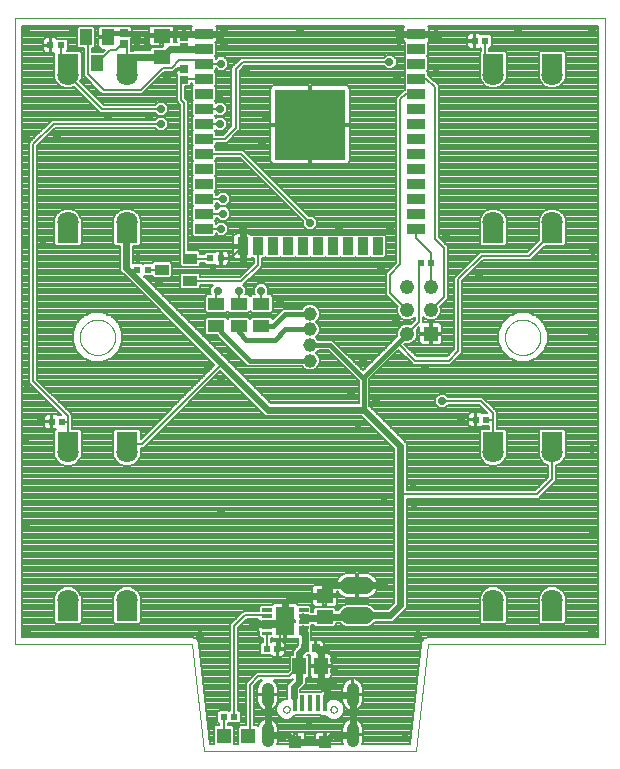
<source format=gtl>
G75*
%MOIN*%
%OFA0B0*%
%FSLAX25Y25*%
%IPPOS*%
%LPD*%
%AMOC8*
5,1,8,0,0,1.08239X$1,22.5*
%
%ADD10C,0.00000*%
%ADD11R,0.04528X0.05709*%
%ADD12R,0.02559X0.02559*%
%ADD13R,0.05709X0.04528*%
%ADD14R,0.06496X0.09370*%
%ADD15C,0.00295*%
%ADD16R,0.03937X0.05512*%
%ADD17C,0.05600*%
%ADD18R,0.01575X0.05512*%
%ADD19R,0.03937X0.04331*%
%ADD20C,0.03969*%
%ADD21C,0.04559*%
%ADD22R,0.04724X0.04724*%
%ADD23R,0.04724X0.03543*%
%ADD24R,0.02362X0.02362*%
%ADD25R,0.05512X0.04134*%
%ADD26R,0.07087X0.07874*%
%ADD27C,0.07087*%
%ADD28R,0.04800X0.04800*%
%ADD29C,0.04800*%
%ADD30R,0.05906X0.03543*%
%ADD31R,0.03543X0.05906*%
%ADD32R,0.23622X0.23622*%
%ADD33C,0.00787*%
%ADD34C,0.02362*%
%ADD35C,0.02781*%
%ADD36C,0.15811*%
%ADD37C,0.01575*%
%ADD38C,0.01181*%
D10*
X0041330Y0043060D02*
X0100385Y0043060D01*
X0104322Y0007627D01*
X0175188Y0007627D01*
X0179125Y0043060D01*
X0238180Y0043060D01*
X0238180Y0251722D01*
X0041330Y0251722D01*
X0041330Y0043060D01*
X0062983Y0145423D02*
X0062985Y0145576D01*
X0062991Y0145730D01*
X0063001Y0145883D01*
X0063015Y0146035D01*
X0063033Y0146188D01*
X0063055Y0146339D01*
X0063080Y0146490D01*
X0063110Y0146641D01*
X0063144Y0146791D01*
X0063181Y0146939D01*
X0063222Y0147087D01*
X0063267Y0147233D01*
X0063316Y0147379D01*
X0063369Y0147523D01*
X0063425Y0147665D01*
X0063485Y0147806D01*
X0063549Y0147946D01*
X0063616Y0148084D01*
X0063687Y0148220D01*
X0063762Y0148354D01*
X0063839Y0148486D01*
X0063921Y0148616D01*
X0064005Y0148744D01*
X0064093Y0148870D01*
X0064184Y0148993D01*
X0064278Y0149114D01*
X0064376Y0149232D01*
X0064476Y0149348D01*
X0064580Y0149461D01*
X0064686Y0149572D01*
X0064795Y0149680D01*
X0064907Y0149785D01*
X0065021Y0149886D01*
X0065139Y0149985D01*
X0065258Y0150081D01*
X0065380Y0150174D01*
X0065505Y0150263D01*
X0065632Y0150350D01*
X0065761Y0150432D01*
X0065892Y0150512D01*
X0066025Y0150588D01*
X0066160Y0150661D01*
X0066297Y0150730D01*
X0066436Y0150795D01*
X0066576Y0150857D01*
X0066718Y0150915D01*
X0066861Y0150970D01*
X0067006Y0151021D01*
X0067152Y0151068D01*
X0067299Y0151111D01*
X0067447Y0151150D01*
X0067596Y0151186D01*
X0067746Y0151217D01*
X0067897Y0151245D01*
X0068048Y0151269D01*
X0068201Y0151289D01*
X0068353Y0151305D01*
X0068506Y0151317D01*
X0068659Y0151325D01*
X0068812Y0151329D01*
X0068966Y0151329D01*
X0069119Y0151325D01*
X0069272Y0151317D01*
X0069425Y0151305D01*
X0069577Y0151289D01*
X0069730Y0151269D01*
X0069881Y0151245D01*
X0070032Y0151217D01*
X0070182Y0151186D01*
X0070331Y0151150D01*
X0070479Y0151111D01*
X0070626Y0151068D01*
X0070772Y0151021D01*
X0070917Y0150970D01*
X0071060Y0150915D01*
X0071202Y0150857D01*
X0071342Y0150795D01*
X0071481Y0150730D01*
X0071618Y0150661D01*
X0071753Y0150588D01*
X0071886Y0150512D01*
X0072017Y0150432D01*
X0072146Y0150350D01*
X0072273Y0150263D01*
X0072398Y0150174D01*
X0072520Y0150081D01*
X0072639Y0149985D01*
X0072757Y0149886D01*
X0072871Y0149785D01*
X0072983Y0149680D01*
X0073092Y0149572D01*
X0073198Y0149461D01*
X0073302Y0149348D01*
X0073402Y0149232D01*
X0073500Y0149114D01*
X0073594Y0148993D01*
X0073685Y0148870D01*
X0073773Y0148744D01*
X0073857Y0148616D01*
X0073939Y0148486D01*
X0074016Y0148354D01*
X0074091Y0148220D01*
X0074162Y0148084D01*
X0074229Y0147946D01*
X0074293Y0147806D01*
X0074353Y0147665D01*
X0074409Y0147523D01*
X0074462Y0147379D01*
X0074511Y0147233D01*
X0074556Y0147087D01*
X0074597Y0146939D01*
X0074634Y0146791D01*
X0074668Y0146641D01*
X0074698Y0146490D01*
X0074723Y0146339D01*
X0074745Y0146188D01*
X0074763Y0146035D01*
X0074777Y0145883D01*
X0074787Y0145730D01*
X0074793Y0145576D01*
X0074795Y0145423D01*
X0074793Y0145270D01*
X0074787Y0145116D01*
X0074777Y0144963D01*
X0074763Y0144811D01*
X0074745Y0144658D01*
X0074723Y0144507D01*
X0074698Y0144356D01*
X0074668Y0144205D01*
X0074634Y0144055D01*
X0074597Y0143907D01*
X0074556Y0143759D01*
X0074511Y0143613D01*
X0074462Y0143467D01*
X0074409Y0143323D01*
X0074353Y0143181D01*
X0074293Y0143040D01*
X0074229Y0142900D01*
X0074162Y0142762D01*
X0074091Y0142626D01*
X0074016Y0142492D01*
X0073939Y0142360D01*
X0073857Y0142230D01*
X0073773Y0142102D01*
X0073685Y0141976D01*
X0073594Y0141853D01*
X0073500Y0141732D01*
X0073402Y0141614D01*
X0073302Y0141498D01*
X0073198Y0141385D01*
X0073092Y0141274D01*
X0072983Y0141166D01*
X0072871Y0141061D01*
X0072757Y0140960D01*
X0072639Y0140861D01*
X0072520Y0140765D01*
X0072398Y0140672D01*
X0072273Y0140583D01*
X0072146Y0140496D01*
X0072017Y0140414D01*
X0071886Y0140334D01*
X0071753Y0140258D01*
X0071618Y0140185D01*
X0071481Y0140116D01*
X0071342Y0140051D01*
X0071202Y0139989D01*
X0071060Y0139931D01*
X0070917Y0139876D01*
X0070772Y0139825D01*
X0070626Y0139778D01*
X0070479Y0139735D01*
X0070331Y0139696D01*
X0070182Y0139660D01*
X0070032Y0139629D01*
X0069881Y0139601D01*
X0069730Y0139577D01*
X0069577Y0139557D01*
X0069425Y0139541D01*
X0069272Y0139529D01*
X0069119Y0139521D01*
X0068966Y0139517D01*
X0068812Y0139517D01*
X0068659Y0139521D01*
X0068506Y0139529D01*
X0068353Y0139541D01*
X0068201Y0139557D01*
X0068048Y0139577D01*
X0067897Y0139601D01*
X0067746Y0139629D01*
X0067596Y0139660D01*
X0067447Y0139696D01*
X0067299Y0139735D01*
X0067152Y0139778D01*
X0067006Y0139825D01*
X0066861Y0139876D01*
X0066718Y0139931D01*
X0066576Y0139989D01*
X0066436Y0140051D01*
X0066297Y0140116D01*
X0066160Y0140185D01*
X0066025Y0140258D01*
X0065892Y0140334D01*
X0065761Y0140414D01*
X0065632Y0140496D01*
X0065505Y0140583D01*
X0065380Y0140672D01*
X0065258Y0140765D01*
X0065139Y0140861D01*
X0065021Y0140960D01*
X0064907Y0141061D01*
X0064795Y0141166D01*
X0064686Y0141274D01*
X0064580Y0141385D01*
X0064476Y0141498D01*
X0064376Y0141614D01*
X0064278Y0141732D01*
X0064184Y0141853D01*
X0064093Y0141976D01*
X0064005Y0142102D01*
X0063921Y0142230D01*
X0063839Y0142360D01*
X0063762Y0142492D01*
X0063687Y0142626D01*
X0063616Y0142762D01*
X0063549Y0142900D01*
X0063485Y0143040D01*
X0063425Y0143181D01*
X0063369Y0143323D01*
X0063316Y0143467D01*
X0063267Y0143613D01*
X0063222Y0143759D01*
X0063181Y0143907D01*
X0063144Y0144055D01*
X0063110Y0144205D01*
X0063080Y0144356D01*
X0063055Y0144507D01*
X0063033Y0144658D01*
X0063015Y0144811D01*
X0063001Y0144963D01*
X0062991Y0145116D01*
X0062985Y0145270D01*
X0062983Y0145423D01*
X0130798Y0021407D02*
X0130800Y0021472D01*
X0130806Y0021538D01*
X0130816Y0021602D01*
X0130829Y0021666D01*
X0130847Y0021729D01*
X0130868Y0021791D01*
X0130893Y0021851D01*
X0130922Y0021910D01*
X0130954Y0021967D01*
X0130990Y0022022D01*
X0131028Y0022075D01*
X0131070Y0022125D01*
X0131115Y0022173D01*
X0131163Y0022218D01*
X0131213Y0022260D01*
X0131266Y0022298D01*
X0131321Y0022334D01*
X0131378Y0022366D01*
X0131437Y0022395D01*
X0131497Y0022420D01*
X0131559Y0022441D01*
X0131622Y0022459D01*
X0131686Y0022472D01*
X0131750Y0022482D01*
X0131816Y0022488D01*
X0131881Y0022490D01*
X0131946Y0022488D01*
X0132012Y0022482D01*
X0132076Y0022472D01*
X0132140Y0022459D01*
X0132203Y0022441D01*
X0132265Y0022420D01*
X0132325Y0022395D01*
X0132384Y0022366D01*
X0132441Y0022334D01*
X0132496Y0022298D01*
X0132549Y0022260D01*
X0132599Y0022218D01*
X0132647Y0022173D01*
X0132692Y0022125D01*
X0132734Y0022075D01*
X0132772Y0022022D01*
X0132808Y0021967D01*
X0132840Y0021910D01*
X0132869Y0021851D01*
X0132894Y0021791D01*
X0132915Y0021729D01*
X0132933Y0021666D01*
X0132946Y0021602D01*
X0132956Y0021538D01*
X0132962Y0021472D01*
X0132964Y0021407D01*
X0132962Y0021342D01*
X0132956Y0021276D01*
X0132946Y0021212D01*
X0132933Y0021148D01*
X0132915Y0021085D01*
X0132894Y0021023D01*
X0132869Y0020963D01*
X0132840Y0020904D01*
X0132808Y0020847D01*
X0132772Y0020792D01*
X0132734Y0020739D01*
X0132692Y0020689D01*
X0132647Y0020641D01*
X0132599Y0020596D01*
X0132549Y0020554D01*
X0132496Y0020516D01*
X0132441Y0020480D01*
X0132384Y0020448D01*
X0132325Y0020419D01*
X0132265Y0020394D01*
X0132203Y0020373D01*
X0132140Y0020355D01*
X0132076Y0020342D01*
X0132012Y0020332D01*
X0131946Y0020326D01*
X0131881Y0020324D01*
X0131816Y0020326D01*
X0131750Y0020332D01*
X0131686Y0020342D01*
X0131622Y0020355D01*
X0131559Y0020373D01*
X0131497Y0020394D01*
X0131437Y0020419D01*
X0131378Y0020448D01*
X0131321Y0020480D01*
X0131266Y0020516D01*
X0131213Y0020554D01*
X0131163Y0020596D01*
X0131115Y0020641D01*
X0131070Y0020689D01*
X0131028Y0020739D01*
X0130990Y0020792D01*
X0130954Y0020847D01*
X0130922Y0020904D01*
X0130893Y0020963D01*
X0130868Y0021023D01*
X0130847Y0021085D01*
X0130829Y0021148D01*
X0130816Y0021212D01*
X0130806Y0021276D01*
X0130800Y0021342D01*
X0130798Y0021407D01*
X0146546Y0021407D02*
X0146548Y0021472D01*
X0146554Y0021538D01*
X0146564Y0021602D01*
X0146577Y0021666D01*
X0146595Y0021729D01*
X0146616Y0021791D01*
X0146641Y0021851D01*
X0146670Y0021910D01*
X0146702Y0021967D01*
X0146738Y0022022D01*
X0146776Y0022075D01*
X0146818Y0022125D01*
X0146863Y0022173D01*
X0146911Y0022218D01*
X0146961Y0022260D01*
X0147014Y0022298D01*
X0147069Y0022334D01*
X0147126Y0022366D01*
X0147185Y0022395D01*
X0147245Y0022420D01*
X0147307Y0022441D01*
X0147370Y0022459D01*
X0147434Y0022472D01*
X0147498Y0022482D01*
X0147564Y0022488D01*
X0147629Y0022490D01*
X0147694Y0022488D01*
X0147760Y0022482D01*
X0147824Y0022472D01*
X0147888Y0022459D01*
X0147951Y0022441D01*
X0148013Y0022420D01*
X0148073Y0022395D01*
X0148132Y0022366D01*
X0148189Y0022334D01*
X0148244Y0022298D01*
X0148297Y0022260D01*
X0148347Y0022218D01*
X0148395Y0022173D01*
X0148440Y0022125D01*
X0148482Y0022075D01*
X0148520Y0022022D01*
X0148556Y0021967D01*
X0148588Y0021910D01*
X0148617Y0021851D01*
X0148642Y0021791D01*
X0148663Y0021729D01*
X0148681Y0021666D01*
X0148694Y0021602D01*
X0148704Y0021538D01*
X0148710Y0021472D01*
X0148712Y0021407D01*
X0148710Y0021342D01*
X0148704Y0021276D01*
X0148694Y0021212D01*
X0148681Y0021148D01*
X0148663Y0021085D01*
X0148642Y0021023D01*
X0148617Y0020963D01*
X0148588Y0020904D01*
X0148556Y0020847D01*
X0148520Y0020792D01*
X0148482Y0020739D01*
X0148440Y0020689D01*
X0148395Y0020641D01*
X0148347Y0020596D01*
X0148297Y0020554D01*
X0148244Y0020516D01*
X0148189Y0020480D01*
X0148132Y0020448D01*
X0148073Y0020419D01*
X0148013Y0020394D01*
X0147951Y0020373D01*
X0147888Y0020355D01*
X0147824Y0020342D01*
X0147760Y0020332D01*
X0147694Y0020326D01*
X0147629Y0020324D01*
X0147564Y0020326D01*
X0147498Y0020332D01*
X0147434Y0020342D01*
X0147370Y0020355D01*
X0147307Y0020373D01*
X0147245Y0020394D01*
X0147185Y0020419D01*
X0147126Y0020448D01*
X0147069Y0020480D01*
X0147014Y0020516D01*
X0146961Y0020554D01*
X0146911Y0020596D01*
X0146863Y0020641D01*
X0146818Y0020689D01*
X0146776Y0020739D01*
X0146738Y0020792D01*
X0146702Y0020847D01*
X0146670Y0020904D01*
X0146641Y0020963D01*
X0146616Y0021023D01*
X0146595Y0021085D01*
X0146577Y0021148D01*
X0146564Y0021212D01*
X0146554Y0021276D01*
X0146548Y0021342D01*
X0146546Y0021407D01*
X0204715Y0145423D02*
X0204717Y0145576D01*
X0204723Y0145730D01*
X0204733Y0145883D01*
X0204747Y0146035D01*
X0204765Y0146188D01*
X0204787Y0146339D01*
X0204812Y0146490D01*
X0204842Y0146641D01*
X0204876Y0146791D01*
X0204913Y0146939D01*
X0204954Y0147087D01*
X0204999Y0147233D01*
X0205048Y0147379D01*
X0205101Y0147523D01*
X0205157Y0147665D01*
X0205217Y0147806D01*
X0205281Y0147946D01*
X0205348Y0148084D01*
X0205419Y0148220D01*
X0205494Y0148354D01*
X0205571Y0148486D01*
X0205653Y0148616D01*
X0205737Y0148744D01*
X0205825Y0148870D01*
X0205916Y0148993D01*
X0206010Y0149114D01*
X0206108Y0149232D01*
X0206208Y0149348D01*
X0206312Y0149461D01*
X0206418Y0149572D01*
X0206527Y0149680D01*
X0206639Y0149785D01*
X0206753Y0149886D01*
X0206871Y0149985D01*
X0206990Y0150081D01*
X0207112Y0150174D01*
X0207237Y0150263D01*
X0207364Y0150350D01*
X0207493Y0150432D01*
X0207624Y0150512D01*
X0207757Y0150588D01*
X0207892Y0150661D01*
X0208029Y0150730D01*
X0208168Y0150795D01*
X0208308Y0150857D01*
X0208450Y0150915D01*
X0208593Y0150970D01*
X0208738Y0151021D01*
X0208884Y0151068D01*
X0209031Y0151111D01*
X0209179Y0151150D01*
X0209328Y0151186D01*
X0209478Y0151217D01*
X0209629Y0151245D01*
X0209780Y0151269D01*
X0209933Y0151289D01*
X0210085Y0151305D01*
X0210238Y0151317D01*
X0210391Y0151325D01*
X0210544Y0151329D01*
X0210698Y0151329D01*
X0210851Y0151325D01*
X0211004Y0151317D01*
X0211157Y0151305D01*
X0211309Y0151289D01*
X0211462Y0151269D01*
X0211613Y0151245D01*
X0211764Y0151217D01*
X0211914Y0151186D01*
X0212063Y0151150D01*
X0212211Y0151111D01*
X0212358Y0151068D01*
X0212504Y0151021D01*
X0212649Y0150970D01*
X0212792Y0150915D01*
X0212934Y0150857D01*
X0213074Y0150795D01*
X0213213Y0150730D01*
X0213350Y0150661D01*
X0213485Y0150588D01*
X0213618Y0150512D01*
X0213749Y0150432D01*
X0213878Y0150350D01*
X0214005Y0150263D01*
X0214130Y0150174D01*
X0214252Y0150081D01*
X0214371Y0149985D01*
X0214489Y0149886D01*
X0214603Y0149785D01*
X0214715Y0149680D01*
X0214824Y0149572D01*
X0214930Y0149461D01*
X0215034Y0149348D01*
X0215134Y0149232D01*
X0215232Y0149114D01*
X0215326Y0148993D01*
X0215417Y0148870D01*
X0215505Y0148744D01*
X0215589Y0148616D01*
X0215671Y0148486D01*
X0215748Y0148354D01*
X0215823Y0148220D01*
X0215894Y0148084D01*
X0215961Y0147946D01*
X0216025Y0147806D01*
X0216085Y0147665D01*
X0216141Y0147523D01*
X0216194Y0147379D01*
X0216243Y0147233D01*
X0216288Y0147087D01*
X0216329Y0146939D01*
X0216366Y0146791D01*
X0216400Y0146641D01*
X0216430Y0146490D01*
X0216455Y0146339D01*
X0216477Y0146188D01*
X0216495Y0146035D01*
X0216509Y0145883D01*
X0216519Y0145730D01*
X0216525Y0145576D01*
X0216527Y0145423D01*
X0216525Y0145270D01*
X0216519Y0145116D01*
X0216509Y0144963D01*
X0216495Y0144811D01*
X0216477Y0144658D01*
X0216455Y0144507D01*
X0216430Y0144356D01*
X0216400Y0144205D01*
X0216366Y0144055D01*
X0216329Y0143907D01*
X0216288Y0143759D01*
X0216243Y0143613D01*
X0216194Y0143467D01*
X0216141Y0143323D01*
X0216085Y0143181D01*
X0216025Y0143040D01*
X0215961Y0142900D01*
X0215894Y0142762D01*
X0215823Y0142626D01*
X0215748Y0142492D01*
X0215671Y0142360D01*
X0215589Y0142230D01*
X0215505Y0142102D01*
X0215417Y0141976D01*
X0215326Y0141853D01*
X0215232Y0141732D01*
X0215134Y0141614D01*
X0215034Y0141498D01*
X0214930Y0141385D01*
X0214824Y0141274D01*
X0214715Y0141166D01*
X0214603Y0141061D01*
X0214489Y0140960D01*
X0214371Y0140861D01*
X0214252Y0140765D01*
X0214130Y0140672D01*
X0214005Y0140583D01*
X0213878Y0140496D01*
X0213749Y0140414D01*
X0213618Y0140334D01*
X0213485Y0140258D01*
X0213350Y0140185D01*
X0213213Y0140116D01*
X0213074Y0140051D01*
X0212934Y0139989D01*
X0212792Y0139931D01*
X0212649Y0139876D01*
X0212504Y0139825D01*
X0212358Y0139778D01*
X0212211Y0139735D01*
X0212063Y0139696D01*
X0211914Y0139660D01*
X0211764Y0139629D01*
X0211613Y0139601D01*
X0211462Y0139577D01*
X0211309Y0139557D01*
X0211157Y0139541D01*
X0211004Y0139529D01*
X0210851Y0139521D01*
X0210698Y0139517D01*
X0210544Y0139517D01*
X0210391Y0139521D01*
X0210238Y0139529D01*
X0210085Y0139541D01*
X0209933Y0139557D01*
X0209780Y0139577D01*
X0209629Y0139601D01*
X0209478Y0139629D01*
X0209328Y0139660D01*
X0209179Y0139696D01*
X0209031Y0139735D01*
X0208884Y0139778D01*
X0208738Y0139825D01*
X0208593Y0139876D01*
X0208450Y0139931D01*
X0208308Y0139989D01*
X0208168Y0140051D01*
X0208029Y0140116D01*
X0207892Y0140185D01*
X0207757Y0140258D01*
X0207624Y0140334D01*
X0207493Y0140414D01*
X0207364Y0140496D01*
X0207237Y0140583D01*
X0207112Y0140672D01*
X0206990Y0140765D01*
X0206871Y0140861D01*
X0206753Y0140960D01*
X0206639Y0141061D01*
X0206527Y0141166D01*
X0206418Y0141274D01*
X0206312Y0141385D01*
X0206208Y0141498D01*
X0206108Y0141614D01*
X0206010Y0141732D01*
X0205916Y0141853D01*
X0205825Y0141976D01*
X0205737Y0142102D01*
X0205653Y0142230D01*
X0205571Y0142360D01*
X0205494Y0142492D01*
X0205419Y0142626D01*
X0205348Y0142762D01*
X0205281Y0142900D01*
X0205217Y0143040D01*
X0205157Y0143181D01*
X0205101Y0143323D01*
X0205048Y0143467D01*
X0204999Y0143613D01*
X0204954Y0143759D01*
X0204913Y0143907D01*
X0204876Y0144055D01*
X0204842Y0144205D01*
X0204812Y0144356D01*
X0204787Y0144507D01*
X0204765Y0144658D01*
X0204747Y0144811D01*
X0204733Y0144963D01*
X0204723Y0145116D01*
X0204717Y0145270D01*
X0204715Y0145423D01*
D11*
X0143318Y0035797D03*
X0136231Y0035797D03*
D12*
X0138042Y0041919D03*
X0141586Y0041919D03*
X0097786Y0231308D03*
X0097786Y0234852D03*
X0097786Y0242135D03*
X0097786Y0245678D03*
X0077806Y0246860D03*
X0077806Y0243316D03*
D13*
X0090247Y0246013D03*
X0090247Y0238927D03*
X0144617Y0059340D03*
X0144617Y0052253D03*
D14*
X0131428Y0050777D03*
D15*
X0139056Y0051220D02*
X0139056Y0050334D01*
X0136004Y0050334D01*
X0136004Y0051220D01*
X0139056Y0051220D01*
X0139056Y0050628D02*
X0136004Y0050628D01*
X0136004Y0050922D02*
X0139056Y0050922D01*
X0139056Y0051216D02*
X0136004Y0051216D01*
X0139056Y0052302D02*
X0139056Y0053188D01*
X0139056Y0052302D02*
X0136004Y0052302D01*
X0136004Y0053188D01*
X0139056Y0053188D01*
X0139056Y0052596D02*
X0136004Y0052596D01*
X0136004Y0052890D02*
X0139056Y0052890D01*
X0139056Y0053184D02*
X0136004Y0053184D01*
X0139056Y0054271D02*
X0139056Y0055157D01*
X0139056Y0054271D02*
X0136004Y0054271D01*
X0136004Y0055157D01*
X0139056Y0055157D01*
X0139056Y0054565D02*
X0136004Y0054565D01*
X0136004Y0054859D02*
X0139056Y0054859D01*
X0139056Y0055153D02*
X0136004Y0055153D01*
X0139056Y0049251D02*
X0139056Y0048365D01*
X0136004Y0048365D01*
X0136004Y0049251D01*
X0139056Y0049251D01*
X0139056Y0048659D02*
X0136004Y0048659D01*
X0136004Y0048953D02*
X0139056Y0048953D01*
X0139056Y0049247D02*
X0136004Y0049247D01*
X0139056Y0047283D02*
X0139056Y0046397D01*
X0136004Y0046397D01*
X0136004Y0047283D01*
X0139056Y0047283D01*
X0139056Y0046691D02*
X0136004Y0046691D01*
X0136004Y0046985D02*
X0139056Y0046985D01*
X0139056Y0047279D02*
X0136004Y0047279D01*
X0126852Y0047283D02*
X0126852Y0046397D01*
X0123800Y0046397D01*
X0123800Y0047283D01*
X0126852Y0047283D01*
X0126852Y0046691D02*
X0123800Y0046691D01*
X0123800Y0046985D02*
X0126852Y0046985D01*
X0126852Y0047279D02*
X0123800Y0047279D01*
X0126852Y0048365D02*
X0126852Y0049251D01*
X0126852Y0048365D02*
X0123800Y0048365D01*
X0123800Y0049251D01*
X0126852Y0049251D01*
X0126852Y0048659D02*
X0123800Y0048659D01*
X0123800Y0048953D02*
X0126852Y0048953D01*
X0126852Y0049247D02*
X0123800Y0049247D01*
X0126852Y0050334D02*
X0126852Y0051220D01*
X0126852Y0050334D02*
X0123800Y0050334D01*
X0123800Y0051220D01*
X0126852Y0051220D01*
X0126852Y0050628D02*
X0123800Y0050628D01*
X0123800Y0050922D02*
X0126852Y0050922D01*
X0126852Y0051216D02*
X0123800Y0051216D01*
X0126852Y0052302D02*
X0126852Y0053188D01*
X0126852Y0052302D02*
X0123800Y0052302D01*
X0123800Y0053188D01*
X0126852Y0053188D01*
X0126852Y0052596D02*
X0123800Y0052596D01*
X0123800Y0052890D02*
X0126852Y0052890D01*
X0126852Y0053184D02*
X0123800Y0053184D01*
X0126852Y0054271D02*
X0126852Y0055157D01*
X0126852Y0054271D02*
X0123800Y0054271D01*
X0123800Y0055157D01*
X0126852Y0055157D01*
X0126852Y0054565D02*
X0123800Y0054565D01*
X0123800Y0054859D02*
X0126852Y0054859D01*
X0126852Y0055153D02*
X0123800Y0055153D01*
D16*
X0068830Y0236801D03*
X0072570Y0245462D03*
X0065089Y0245462D03*
D17*
X0152565Y0062706D02*
X0158165Y0062706D01*
X0158165Y0052706D02*
X0152565Y0052706D01*
D18*
X0144873Y0023375D03*
X0142314Y0023375D03*
X0139755Y0023375D03*
X0137196Y0023375D03*
X0134637Y0023375D03*
D19*
X0134849Y0010415D03*
X0144660Y0010415D03*
D20*
X0153928Y0010958D02*
X0153928Y0014927D01*
X0153928Y0024344D02*
X0153928Y0028312D01*
X0125582Y0028312D02*
X0125582Y0024344D01*
X0125582Y0014927D02*
X0125582Y0010958D01*
D21*
X0139755Y0137645D03*
X0139755Y0142814D03*
X0139755Y0148032D03*
X0139755Y0153200D03*
D22*
X0119223Y0012667D03*
X0110956Y0012667D03*
D23*
X0099834Y0164202D03*
X0099834Y0171682D03*
X0090385Y0167942D03*
D24*
X0085759Y0167923D03*
X0082215Y0167923D03*
X0106546Y0171761D03*
X0110089Y0171761D03*
X0057215Y0117312D03*
X0053672Y0117312D03*
X0125326Y0041545D03*
X0128869Y0041545D03*
X0114479Y0018907D03*
X0110936Y0018907D03*
X0194971Y0118001D03*
X0198515Y0118001D03*
X0180188Y0170167D03*
X0176645Y0170167D03*
X0194597Y0244182D03*
X0198141Y0244182D03*
X0056763Y0242804D03*
X0053219Y0242804D03*
D25*
X0108554Y0156643D03*
X0108554Y0149163D03*
X0116034Y0149163D03*
X0116034Y0156643D03*
X0123515Y0156643D03*
X0123515Y0149163D03*
D26*
X0078731Y0180856D03*
X0059046Y0180856D03*
X0059046Y0235974D03*
X0078731Y0235974D03*
X0078731Y0109989D03*
X0059046Y0109989D03*
X0059046Y0054871D03*
X0078731Y0054871D03*
X0200778Y0054871D03*
X0220463Y0054871D03*
X0220463Y0109989D03*
X0200778Y0109989D03*
X0200778Y0180856D03*
X0220463Y0180856D03*
X0220463Y0235974D03*
X0200778Y0235974D03*
D27*
X0200778Y0233021D03*
X0220463Y0233021D03*
X0220463Y0183808D03*
X0200778Y0183808D03*
X0200778Y0107037D03*
X0220463Y0107037D03*
X0220463Y0057824D03*
X0200778Y0057824D03*
X0078731Y0057824D03*
X0059046Y0057824D03*
X0059046Y0107037D03*
X0078731Y0107037D03*
X0078731Y0183808D03*
X0059046Y0183808D03*
X0059046Y0233021D03*
X0078731Y0233021D03*
D28*
X0180011Y0146604D03*
D29*
X0180011Y0154478D03*
X0180011Y0162352D03*
X0172137Y0162352D03*
X0172137Y0154478D03*
X0172137Y0146604D03*
D30*
X0175188Y0181604D03*
X0175188Y0186604D03*
X0175188Y0191604D03*
X0175188Y0196604D03*
X0175188Y0201604D03*
X0175188Y0206604D03*
X0175188Y0211604D03*
X0175188Y0216604D03*
X0175188Y0221604D03*
X0175188Y0226604D03*
X0175188Y0231604D03*
X0175188Y0236604D03*
X0175188Y0241604D03*
X0175188Y0246604D03*
X0104322Y0246604D03*
X0104322Y0241604D03*
X0104322Y0236604D03*
X0104322Y0231604D03*
X0104322Y0226604D03*
X0104322Y0221604D03*
X0104322Y0216604D03*
X0104322Y0211604D03*
X0104322Y0206604D03*
X0104322Y0201604D03*
X0104322Y0196604D03*
X0104322Y0191604D03*
X0104322Y0186604D03*
X0104322Y0181604D03*
D31*
X0117255Y0175738D03*
X0122255Y0175738D03*
X0127255Y0175738D03*
X0132255Y0175738D03*
X0137255Y0175738D03*
X0142255Y0175738D03*
X0147255Y0175738D03*
X0152255Y0175738D03*
X0157255Y0175738D03*
X0162255Y0175738D03*
D32*
X0139755Y0216289D03*
D33*
X0140149Y0216680D02*
X0168486Y0216680D01*
X0168486Y0215894D02*
X0152960Y0215894D01*
X0152960Y0215895D02*
X0140149Y0215895D01*
X0140149Y0216682D01*
X0152960Y0216682D01*
X0152960Y0228283D01*
X0152865Y0228638D01*
X0152681Y0228955D01*
X0152422Y0229215D01*
X0152104Y0229398D01*
X0151749Y0229493D01*
X0140148Y0229493D01*
X0140148Y0216682D01*
X0139361Y0216682D01*
X0139361Y0215895D01*
X0126550Y0215895D01*
X0126550Y0204294D01*
X0126645Y0203940D01*
X0126829Y0203622D01*
X0127088Y0203362D01*
X0127406Y0203179D01*
X0127760Y0203084D01*
X0139361Y0203084D01*
X0139361Y0215895D01*
X0140148Y0215895D01*
X0140148Y0203084D01*
X0151749Y0203084D01*
X0152104Y0203179D01*
X0152422Y0203362D01*
X0152681Y0203622D01*
X0152865Y0203940D01*
X0152960Y0204294D01*
X0152960Y0215895D01*
X0152960Y0215108D02*
X0168486Y0215108D01*
X0168486Y0214322D02*
X0152960Y0214322D01*
X0152960Y0213536D02*
X0168486Y0213536D01*
X0168486Y0212751D02*
X0152960Y0212751D01*
X0152960Y0211965D02*
X0168486Y0211965D01*
X0168486Y0211179D02*
X0152960Y0211179D01*
X0152960Y0210393D02*
X0168486Y0210393D01*
X0168486Y0209607D02*
X0152960Y0209607D01*
X0152960Y0208821D02*
X0168486Y0208821D01*
X0168486Y0208035D02*
X0152960Y0208035D01*
X0152960Y0207249D02*
X0168486Y0207249D01*
X0168486Y0206463D02*
X0152960Y0206463D01*
X0152960Y0205677D02*
X0168486Y0205677D01*
X0168486Y0204891D02*
X0152960Y0204891D01*
X0152909Y0204106D02*
X0168486Y0204106D01*
X0168486Y0203320D02*
X0152347Y0203320D01*
X0140148Y0203320D02*
X0139361Y0203320D01*
X0139361Y0204106D02*
X0140148Y0204106D01*
X0140148Y0204891D02*
X0139361Y0204891D01*
X0139361Y0205677D02*
X0140148Y0205677D01*
X0140148Y0206463D02*
X0139361Y0206463D01*
X0139361Y0207249D02*
X0140148Y0207249D01*
X0140148Y0208035D02*
X0139361Y0208035D01*
X0139361Y0208821D02*
X0140148Y0208821D01*
X0140148Y0209607D02*
X0139361Y0209607D01*
X0139361Y0210393D02*
X0140148Y0210393D01*
X0140148Y0211179D02*
X0139361Y0211179D01*
X0139361Y0211965D02*
X0140148Y0211965D01*
X0140148Y0212751D02*
X0139361Y0212751D01*
X0139361Y0213536D02*
X0140148Y0213536D01*
X0140148Y0214322D02*
X0139361Y0214322D01*
X0139361Y0215108D02*
X0140148Y0215108D01*
X0140148Y0215894D02*
X0139361Y0215894D01*
X0139361Y0216680D02*
X0116339Y0216680D01*
X0116339Y0215894D02*
X0126550Y0215894D01*
X0126550Y0215108D02*
X0116339Y0215108D01*
X0116339Y0214631D02*
X0116339Y0234316D01*
X0117889Y0235866D01*
X0164247Y0235866D01*
X0165244Y0234869D01*
X0167219Y0234869D01*
X0168615Y0236266D01*
X0168615Y0238241D01*
X0167219Y0239638D01*
X0165244Y0239638D01*
X0164247Y0238641D01*
X0116739Y0238641D01*
X0115926Y0237828D01*
X0113564Y0235466D01*
X0113564Y0215781D01*
X0110775Y0212991D01*
X0108268Y0212991D01*
X0108268Y0213787D01*
X0107951Y0214104D01*
X0108268Y0214420D01*
X0108268Y0214581D01*
X0108649Y0214200D01*
X0110624Y0214200D01*
X0112021Y0215596D01*
X0112021Y0217572D01*
X0110624Y0218968D01*
X0108649Y0218968D01*
X0108268Y0218587D01*
X0108268Y0218787D01*
X0107951Y0219104D01*
X0108268Y0219420D01*
X0108268Y0219600D01*
X0108649Y0219219D01*
X0110624Y0219219D01*
X0112021Y0220616D01*
X0112021Y0222591D01*
X0110624Y0223988D01*
X0108649Y0223988D01*
X0108268Y0223607D01*
X0108268Y0223787D01*
X0107951Y0224104D01*
X0108268Y0224420D01*
X0108268Y0228787D01*
X0107951Y0229104D01*
X0108268Y0229420D01*
X0108268Y0233787D01*
X0107951Y0234104D01*
X0108268Y0234420D01*
X0108268Y0235053D01*
X0109043Y0234278D01*
X0111018Y0234278D01*
X0112415Y0235675D01*
X0112415Y0237650D01*
X0111018Y0239047D01*
X0109043Y0239047D01*
X0108268Y0238272D01*
X0108268Y0238787D01*
X0107951Y0239104D01*
X0108268Y0239420D01*
X0108268Y0243787D01*
X0108234Y0243821D01*
X0108390Y0243976D01*
X0108573Y0244294D01*
X0108668Y0244649D01*
X0108668Y0246210D01*
X0104715Y0246210D01*
X0104715Y0246997D01*
X0108668Y0246997D01*
X0108668Y0248559D01*
X0108573Y0248913D01*
X0108390Y0249231D01*
X0108293Y0249328D01*
X0171217Y0249328D01*
X0171120Y0249231D01*
X0170936Y0248913D01*
X0170841Y0248559D01*
X0170841Y0246997D01*
X0174794Y0246997D01*
X0174794Y0246210D01*
X0170841Y0246210D01*
X0170841Y0244649D01*
X0170936Y0244294D01*
X0171120Y0243976D01*
X0171275Y0243821D01*
X0171241Y0243787D01*
X0171241Y0239420D01*
X0171558Y0239104D01*
X0171241Y0238787D01*
X0171241Y0234420D01*
X0171558Y0234104D01*
X0171241Y0233787D01*
X0171241Y0229420D01*
X0171558Y0229104D01*
X0171241Y0228787D01*
X0171241Y0227991D01*
X0171149Y0227991D01*
X0169298Y0226141D01*
X0168486Y0225328D01*
X0168486Y0170308D01*
X0165853Y0167676D01*
X0165041Y0166863D01*
X0165041Y0159612D01*
X0168965Y0155688D01*
X0168743Y0155153D01*
X0168743Y0153803D01*
X0169260Y0152555D01*
X0170214Y0151601D01*
X0171462Y0151084D01*
X0172812Y0151084D01*
X0174059Y0151601D01*
X0174686Y0152228D01*
X0174686Y0151115D01*
X0173347Y0149776D01*
X0172812Y0149997D01*
X0171462Y0149997D01*
X0170214Y0149481D01*
X0169260Y0148526D01*
X0168743Y0147279D01*
X0168743Y0145929D01*
X0168802Y0145787D01*
X0167157Y0144143D01*
X0157373Y0134359D01*
X0148130Y0143601D01*
X0147087Y0144645D01*
X0142539Y0144645D01*
X0142530Y0144668D01*
X0141775Y0145423D01*
X0142530Y0146177D01*
X0143028Y0147381D01*
X0143028Y0148683D01*
X0142530Y0149886D01*
X0141800Y0150616D01*
X0142530Y0151346D01*
X0143028Y0152549D01*
X0143028Y0153851D01*
X0142530Y0155054D01*
X0141609Y0155975D01*
X0140406Y0156473D01*
X0139104Y0156473D01*
X0137901Y0155975D01*
X0136980Y0155054D01*
X0136950Y0154981D01*
X0130652Y0154981D01*
X0127264Y0151593D01*
X0127264Y0151641D01*
X0126682Y0152223D01*
X0120347Y0152223D01*
X0119774Y0151651D01*
X0119202Y0152223D01*
X0112867Y0152223D01*
X0112294Y0151651D01*
X0111722Y0152223D01*
X0105387Y0152223D01*
X0104804Y0151641D01*
X0104804Y0146684D01*
X0105387Y0146102D01*
X0108604Y0146102D01*
X0109391Y0145315D01*
X0118841Y0135864D01*
X0136950Y0135864D01*
X0136980Y0135791D01*
X0137901Y0134870D01*
X0139104Y0134372D01*
X0140406Y0134372D01*
X0141609Y0134870D01*
X0142530Y0135791D01*
X0143028Y0136994D01*
X0143028Y0138296D01*
X0142530Y0139500D01*
X0141800Y0140229D01*
X0142530Y0140959D01*
X0142581Y0141082D01*
X0145612Y0141082D01*
X0155986Y0130708D01*
X0155986Y0123483D01*
X0126679Y0123483D01*
X0112599Y0137564D01*
X0084415Y0165748D01*
X0087040Y0165748D01*
X0087611Y0165177D01*
X0093159Y0165177D01*
X0093741Y0165759D01*
X0093741Y0170126D01*
X0093159Y0170708D01*
X0087611Y0170708D01*
X0087029Y0170126D01*
X0087029Y0170097D01*
X0084166Y0170097D01*
X0083987Y0169918D01*
X0083808Y0170097D01*
X0080623Y0170097D01*
X0080611Y0170085D01*
X0080611Y0175925D01*
X0082686Y0175925D01*
X0083268Y0176507D01*
X0083268Y0185204D01*
X0082919Y0185553D01*
X0082577Y0186378D01*
X0081301Y0187655D01*
X0079634Y0188345D01*
X0077829Y0188345D01*
X0076161Y0187655D01*
X0074885Y0186378D01*
X0074543Y0185553D01*
X0074194Y0185204D01*
X0074194Y0176507D01*
X0074776Y0175925D01*
X0076261Y0175925D01*
X0076261Y0167652D01*
X0077535Y0166378D01*
X0077634Y0166378D01*
X0107905Y0136106D01*
X0083268Y0111469D01*
X0083268Y0114338D01*
X0082686Y0114920D01*
X0074776Y0114920D01*
X0074194Y0114338D01*
X0074194Y0105641D01*
X0074543Y0105292D01*
X0074885Y0104467D01*
X0076161Y0103190D01*
X0077829Y0102500D01*
X0079634Y0102500D01*
X0081301Y0103190D01*
X0082577Y0104467D01*
X0082919Y0105292D01*
X0083268Y0105641D01*
X0083268Y0108602D01*
X0084326Y0108602D01*
X0109867Y0134144D01*
X0124878Y0119134D01*
X0156866Y0119134D01*
X0167698Y0108301D01*
X0167698Y0056953D01*
X0165626Y0054881D01*
X0161355Y0054881D01*
X0160314Y0055922D01*
X0158920Y0056500D01*
X0151810Y0056500D01*
X0150416Y0055922D01*
X0149349Y0054855D01*
X0149172Y0054428D01*
X0148465Y0054428D01*
X0148465Y0054929D01*
X0147883Y0055511D01*
X0141351Y0055511D01*
X0140769Y0054929D01*
X0140769Y0053897D01*
X0140197Y0053897D01*
X0140197Y0055630D01*
X0139529Y0056298D01*
X0135803Y0056298D01*
X0135791Y0056318D01*
X0135532Y0056577D01*
X0135214Y0056761D01*
X0134860Y0056856D01*
X0131822Y0056856D01*
X0131822Y0051171D01*
X0131034Y0051171D01*
X0131034Y0056856D01*
X0127997Y0056856D01*
X0127642Y0056761D01*
X0127324Y0056577D01*
X0127065Y0056318D01*
X0127053Y0056298D01*
X0123327Y0056298D01*
X0122659Y0055630D01*
X0122659Y0054133D01*
X0117468Y0054133D01*
X0113905Y0050570D01*
X0113092Y0049757D01*
X0113092Y0021082D01*
X0112887Y0021082D01*
X0112708Y0020903D01*
X0112529Y0021082D01*
X0109343Y0021082D01*
X0108761Y0020500D01*
X0108761Y0017314D01*
X0109343Y0016732D01*
X0109568Y0016732D01*
X0109568Y0016023D01*
X0108182Y0016023D01*
X0107600Y0015440D01*
X0107600Y0010021D01*
X0106464Y0010021D01*
X0102778Y0043193D01*
X0102778Y0043536D01*
X0102726Y0043662D01*
X0102711Y0043798D01*
X0102545Y0044099D01*
X0102414Y0044416D01*
X0102318Y0044513D01*
X0102252Y0044632D01*
X0101984Y0044847D01*
X0101741Y0045090D01*
X0101615Y0045142D01*
X0101508Y0045227D01*
X0101178Y0045323D01*
X0100861Y0045454D01*
X0100725Y0045454D01*
X0100594Y0045492D01*
X0100252Y0045454D01*
X0043723Y0045454D01*
X0043723Y0249328D01*
X0069741Y0249328D01*
X0069486Y0249074D01*
X0069303Y0248756D01*
X0069208Y0248401D01*
X0069208Y0245856D01*
X0072176Y0245856D01*
X0072176Y0245068D01*
X0069208Y0245068D01*
X0069208Y0242523D01*
X0069303Y0242168D01*
X0069486Y0241850D01*
X0069746Y0241591D01*
X0070063Y0241407D01*
X0070418Y0241312D01*
X0071379Y0241312D01*
X0070617Y0240550D01*
X0067028Y0240550D01*
X0067028Y0241712D01*
X0067470Y0241712D01*
X0068052Y0242294D01*
X0068052Y0248629D01*
X0067470Y0249212D01*
X0062709Y0249212D01*
X0062127Y0248629D01*
X0062127Y0242294D01*
X0062709Y0241712D01*
X0064253Y0241712D01*
X0064253Y0232545D01*
X0065066Y0231732D01*
X0069568Y0227230D01*
X0070381Y0226417D01*
X0083833Y0226417D01*
X0091215Y0233799D01*
X0094168Y0233799D01*
X0095467Y0235098D01*
X0097540Y0235098D01*
X0097540Y0234606D01*
X0095113Y0234606D01*
X0095113Y0233389D01*
X0095208Y0233034D01*
X0095392Y0232716D01*
X0095513Y0232595D01*
X0095513Y0232041D01*
X0095356Y0231883D01*
X0095356Y0224080D01*
X0096168Y0223267D01*
X0096438Y0222997D01*
X0096438Y0173580D01*
X0096391Y0173523D01*
X0096438Y0173015D01*
X0096438Y0172564D01*
X0096383Y0172424D01*
X0096478Y0172207D01*
X0096478Y0169499D01*
X0097060Y0168917D01*
X0102607Y0168917D01*
X0103189Y0169499D01*
X0103189Y0170295D01*
X0104371Y0170295D01*
X0104371Y0170168D01*
X0104953Y0169586D01*
X0107931Y0169586D01*
X0108053Y0169465D01*
X0108370Y0169281D01*
X0108725Y0169186D01*
X0109893Y0169186D01*
X0109893Y0171564D01*
X0110286Y0171564D01*
X0110286Y0169186D01*
X0111454Y0169186D01*
X0111809Y0169281D01*
X0112126Y0169465D01*
X0112386Y0169724D01*
X0112569Y0170042D01*
X0112664Y0170397D01*
X0112664Y0171564D01*
X0110286Y0171564D01*
X0110286Y0171958D01*
X0109893Y0171958D01*
X0109893Y0174336D01*
X0108725Y0174336D01*
X0108370Y0174241D01*
X0102814Y0174241D01*
X0102607Y0174448D02*
X0099213Y0174448D01*
X0099213Y0224147D01*
X0098130Y0225230D01*
X0098130Y0229035D01*
X0099477Y0229035D01*
X0100060Y0229617D01*
X0100060Y0230216D01*
X0100375Y0230216D01*
X0100375Y0229420D01*
X0100692Y0229104D01*
X0100375Y0228787D01*
X0100375Y0224420D01*
X0100692Y0224104D01*
X0100375Y0223787D01*
X0100375Y0219420D01*
X0100692Y0219104D01*
X0100375Y0218787D01*
X0100375Y0214420D01*
X0100692Y0214104D01*
X0100375Y0213787D01*
X0100375Y0209420D01*
X0100692Y0209104D01*
X0100375Y0208787D01*
X0100375Y0204420D01*
X0100692Y0204104D01*
X0100375Y0203787D01*
X0100375Y0199420D01*
X0100692Y0199104D01*
X0100375Y0198787D01*
X0100375Y0194420D01*
X0100692Y0194104D01*
X0100375Y0193787D01*
X0100375Y0189420D01*
X0100692Y0189104D01*
X0100375Y0188787D01*
X0100375Y0184420D01*
X0100692Y0184104D01*
X0100375Y0183787D01*
X0100375Y0179420D01*
X0100957Y0178838D01*
X0107686Y0178838D01*
X0108268Y0179420D01*
X0108268Y0180033D01*
X0109141Y0179160D01*
X0111116Y0179160D01*
X0112513Y0180557D01*
X0112513Y0182532D01*
X0111116Y0183929D01*
X0109141Y0183929D01*
X0108268Y0183056D01*
X0108268Y0183787D01*
X0107951Y0184104D01*
X0108268Y0184420D01*
X0108268Y0185275D01*
X0108637Y0185275D01*
X0109633Y0184278D01*
X0111609Y0184278D01*
X0113005Y0185675D01*
X0113005Y0187650D01*
X0111609Y0189047D01*
X0109633Y0189047D01*
X0108637Y0188050D01*
X0108268Y0188050D01*
X0108268Y0188787D01*
X0107951Y0189104D01*
X0108268Y0189420D01*
X0108268Y0190197D01*
X0108637Y0190197D01*
X0109633Y0189200D01*
X0111609Y0189200D01*
X0113005Y0190596D01*
X0113005Y0192572D01*
X0111609Y0193968D01*
X0109633Y0193968D01*
X0108637Y0192971D01*
X0108268Y0192971D01*
X0108268Y0193787D01*
X0107951Y0194104D01*
X0108268Y0194420D01*
X0108268Y0198787D01*
X0107951Y0199104D01*
X0108268Y0199420D01*
X0108268Y0203787D01*
X0107951Y0204104D01*
X0108268Y0204420D01*
X0108268Y0205216D01*
X0116286Y0205216D01*
X0137469Y0184034D01*
X0137469Y0182624D01*
X0138866Y0181227D01*
X0140841Y0181227D01*
X0142237Y0182624D01*
X0142237Y0184599D01*
X0140841Y0185996D01*
X0139431Y0185996D01*
X0117436Y0207991D01*
X0108268Y0207991D01*
X0108268Y0208787D01*
X0107951Y0209104D01*
X0108268Y0209420D01*
X0108268Y0210216D01*
X0111924Y0210216D01*
X0115526Y0213819D01*
X0116339Y0214631D01*
X0116030Y0214322D02*
X0126550Y0214322D01*
X0126550Y0213536D02*
X0115244Y0213536D01*
X0114458Y0212751D02*
X0126550Y0212751D01*
X0126550Y0211965D02*
X0113672Y0211965D01*
X0112886Y0211179D02*
X0126550Y0211179D01*
X0126550Y0210393D02*
X0112101Y0210393D01*
X0111349Y0211604D02*
X0114952Y0215206D01*
X0114952Y0234891D01*
X0117314Y0237253D01*
X0166231Y0237253D01*
X0164571Y0235542D02*
X0117565Y0235542D01*
X0116779Y0234756D02*
X0171241Y0234756D01*
X0171241Y0235542D02*
X0167892Y0235542D01*
X0168615Y0236328D02*
X0171241Y0236328D01*
X0171241Y0237114D02*
X0168615Y0237114D01*
X0168615Y0237900D02*
X0171241Y0237900D01*
X0171241Y0238686D02*
X0168171Y0238686D01*
X0167385Y0239472D02*
X0171241Y0239472D01*
X0171241Y0240258D02*
X0108268Y0240258D01*
X0108268Y0241043D02*
X0171241Y0241043D01*
X0171241Y0241829D02*
X0108268Y0241829D01*
X0108268Y0242615D02*
X0171241Y0242615D01*
X0171241Y0243401D02*
X0108268Y0243401D01*
X0108511Y0244187D02*
X0170998Y0244187D01*
X0170841Y0244973D02*
X0108668Y0244973D01*
X0108668Y0245759D02*
X0170841Y0245759D01*
X0170841Y0247331D02*
X0108668Y0247331D01*
X0108668Y0248117D02*
X0170841Y0248117D01*
X0170934Y0248903D02*
X0108576Y0248903D01*
X0104715Y0246545D02*
X0174794Y0246545D01*
X0175582Y0246545D02*
X0192675Y0246545D01*
X0192560Y0246479D02*
X0192301Y0246219D01*
X0192118Y0245901D01*
X0192023Y0245547D01*
X0192023Y0244379D01*
X0194400Y0244379D01*
X0194400Y0243986D01*
X0192023Y0243986D01*
X0192023Y0242818D01*
X0192118Y0242463D01*
X0192301Y0242146D01*
X0192560Y0241886D01*
X0192878Y0241703D01*
X0193233Y0241608D01*
X0194400Y0241608D01*
X0194400Y0243985D01*
X0194794Y0243985D01*
X0194794Y0241608D01*
X0195962Y0241608D01*
X0196316Y0241703D01*
X0196634Y0241886D01*
X0196753Y0242005D01*
X0196753Y0240834D01*
X0196241Y0240322D01*
X0196241Y0231625D01*
X0196590Y0231276D01*
X0196932Y0230451D01*
X0198208Y0229175D01*
X0199876Y0228484D01*
X0201681Y0228484D01*
X0203348Y0229175D01*
X0204625Y0230451D01*
X0204967Y0231276D01*
X0205315Y0231625D01*
X0205315Y0240322D01*
X0204733Y0240904D01*
X0199528Y0240904D01*
X0199528Y0242008D01*
X0199733Y0242008D01*
X0200315Y0242590D01*
X0200315Y0245775D01*
X0199733Y0246357D01*
X0196756Y0246357D01*
X0196634Y0246479D01*
X0196316Y0246662D01*
X0195962Y0246757D01*
X0194794Y0246757D01*
X0194794Y0244379D01*
X0194400Y0244379D01*
X0194400Y0246757D01*
X0193233Y0246757D01*
X0192878Y0246662D01*
X0192560Y0246479D01*
X0192079Y0245759D02*
X0179534Y0245759D01*
X0179534Y0246210D02*
X0175582Y0246210D01*
X0175582Y0246997D01*
X0179534Y0246997D01*
X0179534Y0248559D01*
X0179439Y0248913D01*
X0179256Y0249231D01*
X0179159Y0249328D01*
X0235786Y0249328D01*
X0235786Y0045454D01*
X0179257Y0045454D01*
X0178916Y0045492D01*
X0178785Y0045454D01*
X0178649Y0045454D01*
X0178331Y0045323D01*
X0178001Y0045227D01*
X0177895Y0045142D01*
X0177769Y0045090D01*
X0177526Y0044847D01*
X0177258Y0044632D01*
X0177192Y0044513D01*
X0177096Y0044416D01*
X0176964Y0044099D01*
X0176798Y0043798D01*
X0176783Y0043662D01*
X0176731Y0043536D01*
X0176731Y0043193D01*
X0173045Y0010021D01*
X0157186Y0010021D01*
X0157306Y0010625D01*
X0157306Y0012844D01*
X0154027Y0012844D01*
X0154027Y0013041D01*
X0157306Y0013041D01*
X0157306Y0015259D01*
X0157176Y0015912D01*
X0156922Y0016527D01*
X0156552Y0017080D01*
X0156081Y0017550D01*
X0155528Y0017920D01*
X0154913Y0018175D01*
X0154261Y0018304D01*
X0154026Y0018304D01*
X0154026Y0013041D01*
X0153830Y0013041D01*
X0153830Y0018304D01*
X0153595Y0018304D01*
X0152943Y0018175D01*
X0152328Y0017920D01*
X0151775Y0017550D01*
X0151304Y0017080D01*
X0150935Y0016527D01*
X0150680Y0015912D01*
X0150550Y0015259D01*
X0150550Y0013041D01*
X0153830Y0013041D01*
X0153830Y0012844D01*
X0150550Y0012844D01*
X0150550Y0010625D01*
X0150670Y0010021D01*
X0148023Y0010021D01*
X0145054Y0010021D01*
X0145054Y0010808D01*
X0148023Y0010808D01*
X0148023Y0012764D01*
X0147928Y0013118D01*
X0147744Y0013436D01*
X0147485Y0013695D01*
X0147167Y0013879D01*
X0146812Y0013974D01*
X0145054Y0013974D01*
X0145054Y0010808D01*
X0144267Y0010808D01*
X0144267Y0010021D01*
X0141298Y0010021D01*
X0138211Y0010021D01*
X0135243Y0010021D01*
X0135243Y0010808D01*
X0138211Y0010808D01*
X0138211Y0012764D01*
X0138117Y0013118D01*
X0137933Y0013436D01*
X0137674Y0013695D01*
X0137356Y0013879D01*
X0137001Y0013974D01*
X0135243Y0013974D01*
X0135243Y0010808D01*
X0134456Y0010808D01*
X0134456Y0010021D01*
X0131487Y0010021D01*
X0128839Y0010021D01*
X0128960Y0010625D01*
X0128960Y0012844D01*
X0125680Y0012844D01*
X0125680Y0013041D01*
X0125483Y0013041D01*
X0125483Y0018304D01*
X0125249Y0018304D01*
X0124596Y0018175D01*
X0123982Y0017920D01*
X0123428Y0017550D01*
X0122958Y0017080D01*
X0122588Y0016527D01*
X0122333Y0015912D01*
X0122296Y0015724D01*
X0121997Y0016023D01*
X0121162Y0016023D01*
X0121162Y0029100D01*
X0123105Y0031043D01*
X0123588Y0031043D01*
X0123428Y0030936D01*
X0122958Y0030466D01*
X0122588Y0029912D01*
X0122333Y0029298D01*
X0122204Y0028645D01*
X0122204Y0026427D01*
X0125483Y0026427D01*
X0125483Y0026230D01*
X0122204Y0026230D01*
X0122204Y0024011D01*
X0122333Y0023359D01*
X0122588Y0022744D01*
X0122958Y0022191D01*
X0123428Y0021720D01*
X0123982Y0021350D01*
X0124596Y0021096D01*
X0125249Y0020966D01*
X0125483Y0020966D01*
X0125483Y0026230D01*
X0125680Y0026230D01*
X0125680Y0026427D01*
X0128960Y0026427D01*
X0128960Y0028645D01*
X0128830Y0029298D01*
X0128575Y0029912D01*
X0128205Y0030466D01*
X0127735Y0030936D01*
X0127575Y0031043D01*
X0133440Y0031043D01*
X0134056Y0031660D01*
X0134056Y0031579D01*
X0132068Y0029591D01*
X0132068Y0024883D01*
X0131189Y0024883D01*
X0129912Y0024354D01*
X0128934Y0023376D01*
X0128404Y0022098D01*
X0128404Y0020715D01*
X0128934Y0019438D01*
X0129912Y0018460D01*
X0131189Y0017930D01*
X0132572Y0017930D01*
X0133850Y0018460D01*
X0134828Y0019438D01*
X0134906Y0019626D01*
X0135836Y0019626D01*
X0135916Y0019706D01*
X0135997Y0019626D01*
X0138395Y0019626D01*
X0138475Y0019706D01*
X0138556Y0019626D01*
X0140954Y0019626D01*
X0141034Y0019706D01*
X0141115Y0019626D01*
X0143108Y0019626D01*
X0143230Y0019504D01*
X0143548Y0019321D01*
X0143902Y0019226D01*
X0144873Y0019226D01*
X0144894Y0019226D01*
X0145660Y0018460D01*
X0146937Y0017930D01*
X0148320Y0017930D01*
X0149598Y0018460D01*
X0150576Y0019438D01*
X0151105Y0020715D01*
X0151105Y0022098D01*
X0150576Y0023376D01*
X0149598Y0024354D01*
X0148320Y0024883D01*
X0147054Y0024883D01*
X0147054Y0026315D01*
X0146959Y0026669D01*
X0146776Y0026987D01*
X0146516Y0027246D01*
X0146198Y0027430D01*
X0145844Y0027525D01*
X0144873Y0027525D01*
X0144873Y0023567D01*
X0144873Y0027525D01*
X0143902Y0027525D01*
X0143548Y0027430D01*
X0143230Y0027246D01*
X0143108Y0027125D01*
X0141115Y0027125D01*
X0141034Y0027044D01*
X0140954Y0027125D01*
X0138556Y0027125D01*
X0138475Y0027044D01*
X0138395Y0027125D01*
X0136418Y0027125D01*
X0136418Y0027789D01*
X0137132Y0028504D01*
X0138406Y0029778D01*
X0138406Y0031949D01*
X0138907Y0031949D01*
X0139489Y0032531D01*
X0139489Y0039063D01*
X0138907Y0039645D01*
X0138844Y0039645D01*
X0138845Y0039645D01*
X0139329Y0039645D01*
X0139450Y0039524D01*
X0139768Y0039340D01*
X0139833Y0039323D01*
X0139755Y0039189D01*
X0139660Y0038834D01*
X0139660Y0036190D01*
X0142924Y0036190D01*
X0142924Y0035403D01*
X0139660Y0035403D01*
X0139660Y0032759D01*
X0139755Y0032404D01*
X0139939Y0032086D01*
X0140198Y0031827D01*
X0140516Y0031644D01*
X0140871Y0031549D01*
X0142924Y0031549D01*
X0142924Y0035403D01*
X0143711Y0035403D01*
X0143711Y0031549D01*
X0145765Y0031549D01*
X0146120Y0031644D01*
X0146437Y0031827D01*
X0146697Y0032086D01*
X0146880Y0032404D01*
X0146975Y0032759D01*
X0146975Y0035403D01*
X0143712Y0035403D01*
X0143712Y0036190D01*
X0146975Y0036190D01*
X0146975Y0038834D01*
X0146880Y0039189D01*
X0146697Y0039507D01*
X0146437Y0039766D01*
X0146120Y0039950D01*
X0145765Y0040045D01*
X0144131Y0040045D01*
X0144164Y0040101D01*
X0144259Y0040456D01*
X0144259Y0041673D01*
X0141832Y0041673D01*
X0141832Y0042165D01*
X0144259Y0042165D01*
X0144259Y0043382D01*
X0144164Y0043736D01*
X0143980Y0044054D01*
X0143721Y0044313D01*
X0143403Y0044497D01*
X0143049Y0044592D01*
X0141832Y0044592D01*
X0141832Y0042165D01*
X0141339Y0042165D01*
X0141339Y0044592D01*
X0140217Y0044592D01*
X0140217Y0047229D01*
X0140197Y0047249D01*
X0140197Y0047756D01*
X0140158Y0047795D01*
X0140158Y0047853D01*
X0140197Y0047893D01*
X0140197Y0049547D01*
X0140800Y0049547D01*
X0141351Y0048996D01*
X0147883Y0048996D01*
X0148465Y0049578D01*
X0148465Y0050078D01*
X0149828Y0050078D01*
X0150416Y0049490D01*
X0151810Y0048912D01*
X0158920Y0048912D01*
X0160314Y0049490D01*
X0161355Y0050531D01*
X0167427Y0050531D01*
X0170774Y0053878D01*
X0172048Y0055152D01*
X0172048Y0091673D01*
X0215920Y0091673D01*
X0216733Y0092486D01*
X0221851Y0097604D01*
X0221851Y0102701D01*
X0223033Y0103190D01*
X0224310Y0104467D01*
X0224652Y0105292D01*
X0225000Y0105641D01*
X0225000Y0114338D01*
X0224418Y0114920D01*
X0216509Y0114920D01*
X0215926Y0114338D01*
X0215926Y0105641D01*
X0216275Y0105292D01*
X0216617Y0104467D01*
X0217893Y0103190D01*
X0219076Y0102701D01*
X0219076Y0098753D01*
X0214771Y0094448D01*
X0172048Y0094448D01*
X0172048Y0110103D01*
X0159941Y0122209D01*
X0159548Y0122603D01*
X0159548Y0131496D01*
X0169216Y0141164D01*
X0173308Y0137072D01*
X0174121Y0136260D01*
X0186491Y0136260D01*
X0187304Y0137072D01*
X0190552Y0140320D01*
X0190552Y0164139D01*
X0197515Y0171102D01*
X0213263Y0171102D01*
X0214075Y0171915D01*
X0218085Y0175925D01*
X0224418Y0175925D01*
X0225000Y0176507D01*
X0225000Y0185204D01*
X0224652Y0185553D01*
X0224310Y0186378D01*
X0223033Y0187655D01*
X0221366Y0188345D01*
X0219561Y0188345D01*
X0217893Y0187655D01*
X0216617Y0186378D01*
X0216275Y0185553D01*
X0215926Y0185204D01*
X0215926Y0177690D01*
X0212113Y0173877D01*
X0196365Y0173877D01*
X0188590Y0166101D01*
X0187777Y0165289D01*
X0187777Y0141470D01*
X0185342Y0139034D01*
X0175270Y0139034D01*
X0171178Y0143126D01*
X0171320Y0143268D01*
X0171462Y0143210D01*
X0172812Y0143210D01*
X0174059Y0143727D01*
X0175014Y0144681D01*
X0175530Y0145929D01*
X0175530Y0147279D01*
X0175309Y0147814D01*
X0176217Y0148722D01*
X0176217Y0146910D01*
X0179704Y0146910D01*
X0179704Y0146297D01*
X0176217Y0146297D01*
X0176217Y0144020D01*
X0176312Y0143666D01*
X0176495Y0143348D01*
X0176755Y0143088D01*
X0177073Y0142905D01*
X0177427Y0142810D01*
X0179704Y0142810D01*
X0179704Y0146297D01*
X0180317Y0146297D01*
X0180317Y0142810D01*
X0182594Y0142810D01*
X0182949Y0142905D01*
X0183266Y0143088D01*
X0183526Y0143348D01*
X0183709Y0143666D01*
X0183804Y0144020D01*
X0183804Y0146297D01*
X0180317Y0146297D01*
X0180317Y0146910D01*
X0179704Y0146910D01*
X0179704Y0150397D01*
X0177461Y0150397D01*
X0177461Y0152228D01*
X0178088Y0151601D01*
X0179336Y0151084D01*
X0180686Y0151084D01*
X0181933Y0151601D01*
X0182888Y0152555D01*
X0183404Y0153803D01*
X0183404Y0155153D01*
X0183183Y0155688D01*
X0184916Y0157421D01*
X0185729Y0158234D01*
X0185729Y0175722D01*
X0182678Y0178773D01*
X0182678Y0229363D01*
X0179823Y0232218D01*
X0179134Y0232907D01*
X0179134Y0233787D01*
X0178818Y0234104D01*
X0179134Y0234420D01*
X0179134Y0238787D01*
X0178818Y0239104D01*
X0179134Y0239420D01*
X0179134Y0243787D01*
X0179100Y0243821D01*
X0179256Y0243976D01*
X0179439Y0244294D01*
X0179534Y0244649D01*
X0179534Y0246210D01*
X0179534Y0247331D02*
X0235786Y0247331D01*
X0235786Y0248117D02*
X0179534Y0248117D01*
X0179442Y0248903D02*
X0235786Y0248903D01*
X0235786Y0246545D02*
X0196520Y0246545D01*
X0194794Y0246545D02*
X0194400Y0246545D01*
X0194400Y0245759D02*
X0194794Y0245759D01*
X0194794Y0244973D02*
X0194400Y0244973D01*
X0194400Y0244187D02*
X0179378Y0244187D01*
X0179534Y0244973D02*
X0192023Y0244973D01*
X0192023Y0243401D02*
X0179134Y0243401D01*
X0179134Y0242615D02*
X0192077Y0242615D01*
X0192659Y0241829D02*
X0179134Y0241829D01*
X0179134Y0241043D02*
X0196753Y0241043D01*
X0196753Y0241829D02*
X0196536Y0241829D01*
X0196241Y0240258D02*
X0179134Y0240258D01*
X0179134Y0239472D02*
X0196241Y0239472D01*
X0196241Y0238686D02*
X0179134Y0238686D01*
X0179134Y0237900D02*
X0196241Y0237900D01*
X0196241Y0237114D02*
X0179134Y0237114D01*
X0179134Y0236328D02*
X0196241Y0236328D01*
X0196241Y0235542D02*
X0179134Y0235542D01*
X0179134Y0234756D02*
X0196241Y0234756D01*
X0196241Y0233970D02*
X0178951Y0233970D01*
X0179134Y0233184D02*
X0196241Y0233184D01*
X0196241Y0232398D02*
X0179643Y0232398D01*
X0180429Y0231612D02*
X0196254Y0231612D01*
X0196777Y0230827D02*
X0181214Y0230827D01*
X0182000Y0230041D02*
X0197342Y0230041D01*
X0198128Y0229255D02*
X0182678Y0229255D01*
X0182678Y0228469D02*
X0235786Y0228469D01*
X0235786Y0229255D02*
X0223114Y0229255D01*
X0223033Y0229175D02*
X0224310Y0230451D01*
X0224652Y0231276D01*
X0225000Y0231625D01*
X0225000Y0240322D01*
X0224418Y0240904D01*
X0216509Y0240904D01*
X0215926Y0240322D01*
X0215926Y0231625D01*
X0216275Y0231276D01*
X0216617Y0230451D01*
X0217893Y0229175D01*
X0219561Y0228484D01*
X0221366Y0228484D01*
X0223033Y0229175D01*
X0223899Y0230041D02*
X0235786Y0230041D01*
X0235786Y0230827D02*
X0224465Y0230827D01*
X0224988Y0231612D02*
X0235786Y0231612D01*
X0235786Y0232398D02*
X0225000Y0232398D01*
X0225000Y0233184D02*
X0235786Y0233184D01*
X0235786Y0233970D02*
X0225000Y0233970D01*
X0225000Y0234756D02*
X0235786Y0234756D01*
X0235786Y0235542D02*
X0225000Y0235542D01*
X0225000Y0236328D02*
X0235786Y0236328D01*
X0235786Y0237114D02*
X0225000Y0237114D01*
X0225000Y0237900D02*
X0235786Y0237900D01*
X0235786Y0238686D02*
X0225000Y0238686D01*
X0225000Y0239472D02*
X0235786Y0239472D01*
X0235786Y0240258D02*
X0225000Y0240258D01*
X0220463Y0235974D02*
X0220463Y0233021D01*
X0217028Y0230041D02*
X0204214Y0230041D01*
X0204780Y0230827D02*
X0216462Y0230827D01*
X0215939Y0231612D02*
X0205303Y0231612D01*
X0205315Y0232398D02*
X0215926Y0232398D01*
X0215926Y0233184D02*
X0205315Y0233184D01*
X0205315Y0233970D02*
X0215926Y0233970D01*
X0215926Y0234756D02*
X0205315Y0234756D01*
X0205315Y0235542D02*
X0215926Y0235542D01*
X0215926Y0236328D02*
X0205315Y0236328D01*
X0205315Y0237114D02*
X0215926Y0237114D01*
X0215926Y0237900D02*
X0205315Y0237900D01*
X0205315Y0238686D02*
X0215926Y0238686D01*
X0215926Y0239472D02*
X0205315Y0239472D01*
X0205315Y0240258D02*
X0215926Y0240258D01*
X0217813Y0229255D02*
X0203428Y0229255D01*
X0200778Y0233021D02*
X0198141Y0235659D01*
X0198141Y0238612D01*
X0200778Y0235974D01*
X0198141Y0238612D02*
X0198141Y0244182D01*
X0200315Y0244187D02*
X0235786Y0244187D01*
X0235786Y0243401D02*
X0200315Y0243401D01*
X0200315Y0242615D02*
X0235786Y0242615D01*
X0235786Y0241829D02*
X0199528Y0241829D01*
X0199528Y0241043D02*
X0235786Y0241043D01*
X0235786Y0244973D02*
X0200315Y0244973D01*
X0200315Y0245759D02*
X0235786Y0245759D01*
X0235786Y0227683D02*
X0182678Y0227683D01*
X0182678Y0226897D02*
X0235786Y0226897D01*
X0235786Y0226111D02*
X0182678Y0226111D01*
X0182678Y0225325D02*
X0235786Y0225325D01*
X0235786Y0224539D02*
X0182678Y0224539D01*
X0182678Y0223753D02*
X0235786Y0223753D01*
X0235786Y0222967D02*
X0182678Y0222967D01*
X0182678Y0222182D02*
X0235786Y0222182D01*
X0235786Y0221396D02*
X0182678Y0221396D01*
X0182678Y0220610D02*
X0235786Y0220610D01*
X0235786Y0219824D02*
X0182678Y0219824D01*
X0182678Y0219038D02*
X0235786Y0219038D01*
X0235786Y0218252D02*
X0182678Y0218252D01*
X0182678Y0217466D02*
X0235786Y0217466D01*
X0235786Y0216680D02*
X0182678Y0216680D01*
X0182678Y0215894D02*
X0235786Y0215894D01*
X0235786Y0215108D02*
X0182678Y0215108D01*
X0182678Y0214322D02*
X0235786Y0214322D01*
X0235786Y0213536D02*
X0182678Y0213536D01*
X0182678Y0212751D02*
X0235786Y0212751D01*
X0235786Y0211965D02*
X0182678Y0211965D01*
X0182678Y0211179D02*
X0235786Y0211179D01*
X0235786Y0210393D02*
X0182678Y0210393D01*
X0182678Y0209607D02*
X0235786Y0209607D01*
X0235786Y0208821D02*
X0182678Y0208821D01*
X0182678Y0208035D02*
X0235786Y0208035D01*
X0235786Y0207249D02*
X0182678Y0207249D01*
X0182678Y0206463D02*
X0235786Y0206463D01*
X0235786Y0205677D02*
X0182678Y0205677D01*
X0182678Y0204891D02*
X0235786Y0204891D01*
X0235786Y0204106D02*
X0182678Y0204106D01*
X0182678Y0203320D02*
X0235786Y0203320D01*
X0235786Y0202534D02*
X0182678Y0202534D01*
X0182678Y0201748D02*
X0235786Y0201748D01*
X0235786Y0200962D02*
X0182678Y0200962D01*
X0182678Y0200176D02*
X0235786Y0200176D01*
X0235786Y0199390D02*
X0182678Y0199390D01*
X0182678Y0198604D02*
X0235786Y0198604D01*
X0235786Y0197818D02*
X0182678Y0197818D01*
X0182678Y0197032D02*
X0235786Y0197032D01*
X0235786Y0196246D02*
X0182678Y0196246D01*
X0182678Y0195460D02*
X0235786Y0195460D01*
X0235786Y0194675D02*
X0182678Y0194675D01*
X0182678Y0193889D02*
X0235786Y0193889D01*
X0235786Y0193103D02*
X0182678Y0193103D01*
X0182678Y0192317D02*
X0235786Y0192317D01*
X0235786Y0191531D02*
X0182678Y0191531D01*
X0182678Y0190745D02*
X0235786Y0190745D01*
X0235786Y0189959D02*
X0182678Y0189959D01*
X0182678Y0189173D02*
X0235786Y0189173D01*
X0235786Y0188387D02*
X0182678Y0188387D01*
X0182678Y0187601D02*
X0198155Y0187601D01*
X0198208Y0187655D02*
X0196932Y0186378D01*
X0196590Y0185553D01*
X0196241Y0185204D01*
X0196241Y0176507D01*
X0196824Y0175925D01*
X0204733Y0175925D01*
X0205315Y0176507D01*
X0205315Y0185204D01*
X0204967Y0185553D01*
X0204625Y0186378D01*
X0203348Y0187655D01*
X0201681Y0188345D01*
X0199876Y0188345D01*
X0198208Y0187655D01*
X0197369Y0186815D02*
X0182678Y0186815D01*
X0182678Y0186030D02*
X0196788Y0186030D01*
X0196281Y0185244D02*
X0182678Y0185244D01*
X0182678Y0184458D02*
X0196241Y0184458D01*
X0196241Y0183672D02*
X0182678Y0183672D01*
X0182678Y0182886D02*
X0196241Y0182886D01*
X0196241Y0182100D02*
X0182678Y0182100D01*
X0182678Y0181314D02*
X0196241Y0181314D01*
X0196241Y0180528D02*
X0182678Y0180528D01*
X0182678Y0179742D02*
X0196241Y0179742D01*
X0196241Y0178956D02*
X0182678Y0178956D01*
X0183280Y0178170D02*
X0196241Y0178170D01*
X0196241Y0177384D02*
X0184066Y0177384D01*
X0184852Y0176599D02*
X0196241Y0176599D01*
X0195943Y0173455D02*
X0185729Y0173455D01*
X0185729Y0174241D02*
X0212477Y0174241D01*
X0213263Y0175027D02*
X0185729Y0175027D01*
X0185638Y0175813D02*
X0214049Y0175813D01*
X0214835Y0176599D02*
X0205315Y0176599D01*
X0205315Y0177384D02*
X0215621Y0177384D01*
X0215926Y0178170D02*
X0205315Y0178170D01*
X0205315Y0178956D02*
X0215926Y0178956D01*
X0215926Y0179742D02*
X0205315Y0179742D01*
X0205315Y0180528D02*
X0215926Y0180528D01*
X0215926Y0181314D02*
X0205315Y0181314D01*
X0205315Y0182100D02*
X0215926Y0182100D01*
X0215926Y0182886D02*
X0205315Y0182886D01*
X0205315Y0183672D02*
X0215926Y0183672D01*
X0215926Y0184458D02*
X0205315Y0184458D01*
X0205276Y0185244D02*
X0215966Y0185244D01*
X0216473Y0186030D02*
X0204769Y0186030D01*
X0204188Y0186815D02*
X0217054Y0186815D01*
X0217840Y0187601D02*
X0203402Y0187601D01*
X0200778Y0183808D02*
X0200778Y0180856D01*
X0195157Y0172669D02*
X0185729Y0172669D01*
X0185729Y0171883D02*
X0194371Y0171883D01*
X0193585Y0171097D02*
X0185729Y0171097D01*
X0185729Y0170311D02*
X0192800Y0170311D01*
X0192014Y0169525D02*
X0185729Y0169525D01*
X0185729Y0168739D02*
X0191228Y0168739D01*
X0190442Y0167954D02*
X0185729Y0167954D01*
X0185729Y0167168D02*
X0189656Y0167168D01*
X0188870Y0166382D02*
X0185729Y0166382D01*
X0185729Y0165596D02*
X0188084Y0165596D01*
X0187777Y0164810D02*
X0185729Y0164810D01*
X0185729Y0164024D02*
X0187777Y0164024D01*
X0187777Y0163238D02*
X0185729Y0163238D01*
X0185729Y0162452D02*
X0187777Y0162452D01*
X0187777Y0161666D02*
X0185729Y0161666D01*
X0185729Y0160880D02*
X0187777Y0160880D01*
X0187777Y0160094D02*
X0185729Y0160094D01*
X0185729Y0159308D02*
X0187777Y0159308D01*
X0187777Y0158523D02*
X0185729Y0158523D01*
X0185232Y0157737D02*
X0187777Y0157737D01*
X0187777Y0156951D02*
X0184446Y0156951D01*
X0183660Y0156165D02*
X0187777Y0156165D01*
X0187777Y0155379D02*
X0183311Y0155379D01*
X0183404Y0154593D02*
X0187777Y0154593D01*
X0187777Y0153807D02*
X0183404Y0153807D01*
X0183081Y0153021D02*
X0187777Y0153021D01*
X0187777Y0152235D02*
X0182568Y0152235D01*
X0181568Y0151449D02*
X0187777Y0151449D01*
X0187777Y0150663D02*
X0177461Y0150663D01*
X0177461Y0151449D02*
X0178454Y0151449D01*
X0179704Y0149878D02*
X0180317Y0149878D01*
X0180317Y0150397D02*
X0180317Y0146910D01*
X0183804Y0146910D01*
X0183804Y0149187D01*
X0183709Y0149542D01*
X0183526Y0149859D01*
X0183266Y0150119D01*
X0182949Y0150302D01*
X0182594Y0150397D01*
X0180317Y0150397D01*
X0180317Y0149092D02*
X0179704Y0149092D01*
X0179704Y0148306D02*
X0180317Y0148306D01*
X0180317Y0147520D02*
X0179704Y0147520D01*
X0179704Y0146734D02*
X0175530Y0146734D01*
X0175530Y0145948D02*
X0176217Y0145948D01*
X0176217Y0145162D02*
X0175213Y0145162D01*
X0174709Y0144376D02*
X0176217Y0144376D01*
X0176356Y0143590D02*
X0173730Y0143590D01*
X0172286Y0142018D02*
X0187777Y0142018D01*
X0187777Y0142804D02*
X0171500Y0142804D01*
X0173072Y0141232D02*
X0187540Y0141232D01*
X0186754Y0140447D02*
X0173858Y0140447D01*
X0174644Y0139661D02*
X0185968Y0139661D01*
X0185916Y0137647D02*
X0174696Y0137647D01*
X0168938Y0143405D01*
X0167390Y0144376D02*
X0147356Y0144376D01*
X0148141Y0143590D02*
X0166604Y0143590D01*
X0165818Y0142804D02*
X0148927Y0142804D01*
X0149713Y0142018D02*
X0165033Y0142018D01*
X0164247Y0141232D02*
X0150499Y0141232D01*
X0151285Y0140447D02*
X0163461Y0140447D01*
X0162675Y0139661D02*
X0152071Y0139661D01*
X0152857Y0138875D02*
X0161889Y0138875D01*
X0161103Y0138089D02*
X0153643Y0138089D01*
X0154429Y0137303D02*
X0160317Y0137303D01*
X0159531Y0136517D02*
X0155215Y0136517D01*
X0156001Y0135731D02*
X0158745Y0135731D01*
X0157959Y0134945D02*
X0156786Y0134945D01*
X0154107Y0132587D02*
X0117575Y0132587D01*
X0118361Y0131802D02*
X0154892Y0131802D01*
X0155678Y0131016D02*
X0119147Y0131016D01*
X0119933Y0130230D02*
X0155986Y0130230D01*
X0155986Y0129444D02*
X0120719Y0129444D01*
X0121505Y0128658D02*
X0155986Y0128658D01*
X0155986Y0127872D02*
X0122290Y0127872D01*
X0123076Y0127086D02*
X0155986Y0127086D01*
X0155986Y0126300D02*
X0123862Y0126300D01*
X0124648Y0125514D02*
X0155986Y0125514D01*
X0155986Y0124728D02*
X0125434Y0124728D01*
X0126220Y0123942D02*
X0155986Y0123942D01*
X0159548Y0123942D02*
X0181465Y0123942D01*
X0181465Y0123175D02*
X0181465Y0125150D01*
X0182862Y0126547D01*
X0184837Y0126547D01*
X0185834Y0125550D01*
X0197219Y0125550D01*
X0201353Y0121416D01*
X0202166Y0120604D01*
X0202166Y0114920D01*
X0204733Y0114920D01*
X0205315Y0114338D01*
X0205315Y0105641D01*
X0204967Y0105292D01*
X0204625Y0104467D01*
X0203348Y0103190D01*
X0201681Y0102500D01*
X0199876Y0102500D01*
X0198208Y0103190D01*
X0196932Y0104467D01*
X0196590Y0105292D01*
X0196241Y0105641D01*
X0196241Y0114338D01*
X0196824Y0114920D01*
X0199391Y0114920D01*
X0199391Y0115827D01*
X0197130Y0115827D01*
X0197008Y0115705D01*
X0196690Y0115521D01*
X0196336Y0115427D01*
X0195168Y0115427D01*
X0195168Y0117804D01*
X0194774Y0117804D01*
X0194774Y0115427D01*
X0193607Y0115427D01*
X0193252Y0115521D01*
X0192934Y0115705D01*
X0192675Y0115964D01*
X0192492Y0116282D01*
X0192397Y0116637D01*
X0192397Y0117804D01*
X0194774Y0117804D01*
X0194774Y0118198D01*
X0192397Y0118198D01*
X0192397Y0119366D01*
X0192492Y0119720D01*
X0192675Y0120038D01*
X0192934Y0120298D01*
X0193252Y0120481D01*
X0193607Y0120576D01*
X0194774Y0120576D01*
X0194774Y0118198D01*
X0195168Y0118198D01*
X0195168Y0120576D01*
X0196336Y0120576D01*
X0196690Y0120481D01*
X0197008Y0120298D01*
X0197130Y0120176D01*
X0198669Y0120176D01*
X0196070Y0122775D01*
X0185834Y0122775D01*
X0184837Y0121778D01*
X0182862Y0121778D01*
X0181465Y0123175D01*
X0181484Y0123156D02*
X0159548Y0123156D01*
X0159780Y0122371D02*
X0182270Y0122371D01*
X0183849Y0124163D02*
X0196645Y0124163D01*
X0200778Y0120029D01*
X0200778Y0118257D01*
X0200523Y0118001D01*
X0198515Y0118001D01*
X0200778Y0118257D02*
X0200778Y0109989D01*
X0200778Y0107037D01*
X0204453Y0104295D02*
X0216789Y0104295D01*
X0216363Y0105080D02*
X0204879Y0105080D01*
X0205315Y0105866D02*
X0215926Y0105866D01*
X0215926Y0106652D02*
X0205315Y0106652D01*
X0205315Y0107438D02*
X0215926Y0107438D01*
X0215926Y0108224D02*
X0205315Y0108224D01*
X0205315Y0109010D02*
X0215926Y0109010D01*
X0215926Y0109796D02*
X0205315Y0109796D01*
X0205315Y0110582D02*
X0215926Y0110582D01*
X0215926Y0111368D02*
X0205315Y0111368D01*
X0205315Y0112154D02*
X0215926Y0112154D01*
X0215926Y0112940D02*
X0205315Y0112940D01*
X0205315Y0113726D02*
X0215926Y0113726D01*
X0216100Y0114511D02*
X0205142Y0114511D01*
X0202166Y0115297D02*
X0235786Y0115297D01*
X0235786Y0114511D02*
X0224827Y0114511D01*
X0225000Y0113726D02*
X0235786Y0113726D01*
X0235786Y0112940D02*
X0225000Y0112940D01*
X0225000Y0112154D02*
X0235786Y0112154D01*
X0235786Y0111368D02*
X0225000Y0111368D01*
X0225000Y0110582D02*
X0235786Y0110582D01*
X0235786Y0109796D02*
X0225000Y0109796D01*
X0225000Y0109010D02*
X0235786Y0109010D01*
X0235786Y0108224D02*
X0225000Y0108224D01*
X0225000Y0107438D02*
X0235786Y0107438D01*
X0235786Y0106652D02*
X0225000Y0106652D01*
X0225000Y0105866D02*
X0235786Y0105866D01*
X0235786Y0105080D02*
X0224564Y0105080D01*
X0224138Y0104295D02*
X0235786Y0104295D01*
X0235786Y0103509D02*
X0223352Y0103509D01*
X0221904Y0102723D02*
X0235786Y0102723D01*
X0235786Y0101937D02*
X0221851Y0101937D01*
X0221851Y0101151D02*
X0235786Y0101151D01*
X0235786Y0100365D02*
X0221851Y0100365D01*
X0221851Y0099579D02*
X0235786Y0099579D01*
X0235786Y0098793D02*
X0221851Y0098793D01*
X0221851Y0098007D02*
X0235786Y0098007D01*
X0235786Y0097221D02*
X0221468Y0097221D01*
X0220683Y0096435D02*
X0235786Y0096435D01*
X0235786Y0095650D02*
X0219897Y0095650D01*
X0219111Y0094864D02*
X0235786Y0094864D01*
X0235786Y0094078D02*
X0218325Y0094078D01*
X0217539Y0093292D02*
X0235786Y0093292D01*
X0235786Y0092506D02*
X0216753Y0092506D01*
X0215967Y0091720D02*
X0235786Y0091720D01*
X0235786Y0090934D02*
X0172048Y0090934D01*
X0172048Y0090148D02*
X0235786Y0090148D01*
X0235786Y0089362D02*
X0172048Y0089362D01*
X0172048Y0088576D02*
X0235786Y0088576D01*
X0235786Y0087790D02*
X0172048Y0087790D01*
X0172048Y0087004D02*
X0235786Y0087004D01*
X0235786Y0086219D02*
X0172048Y0086219D01*
X0172048Y0085433D02*
X0235786Y0085433D01*
X0235786Y0084647D02*
X0172048Y0084647D01*
X0172048Y0083861D02*
X0235786Y0083861D01*
X0235786Y0083075D02*
X0172048Y0083075D01*
X0172048Y0082289D02*
X0235786Y0082289D01*
X0235786Y0081503D02*
X0172048Y0081503D01*
X0172048Y0080717D02*
X0235786Y0080717D01*
X0235786Y0079931D02*
X0172048Y0079931D01*
X0172048Y0079145D02*
X0235786Y0079145D01*
X0235786Y0078359D02*
X0172048Y0078359D01*
X0172048Y0077574D02*
X0235786Y0077574D01*
X0235786Y0076788D02*
X0172048Y0076788D01*
X0172048Y0076002D02*
X0235786Y0076002D01*
X0235786Y0075216D02*
X0172048Y0075216D01*
X0172048Y0074430D02*
X0235786Y0074430D01*
X0235786Y0073644D02*
X0172048Y0073644D01*
X0172048Y0072858D02*
X0235786Y0072858D01*
X0235786Y0072072D02*
X0172048Y0072072D01*
X0172048Y0071286D02*
X0235786Y0071286D01*
X0235786Y0070500D02*
X0172048Y0070500D01*
X0172048Y0069714D02*
X0235786Y0069714D01*
X0235786Y0068928D02*
X0172048Y0068928D01*
X0172048Y0068143D02*
X0235786Y0068143D01*
X0235786Y0067357D02*
X0172048Y0067357D01*
X0172048Y0066571D02*
X0235786Y0066571D01*
X0235786Y0065785D02*
X0172048Y0065785D01*
X0172048Y0064999D02*
X0235786Y0064999D01*
X0235786Y0064213D02*
X0172048Y0064213D01*
X0172048Y0063427D02*
X0235786Y0063427D01*
X0235786Y0062641D02*
X0172048Y0062641D01*
X0172048Y0061855D02*
X0198655Y0061855D01*
X0198208Y0061670D02*
X0196932Y0060394D01*
X0196590Y0059569D01*
X0196241Y0059220D01*
X0196241Y0050523D01*
X0196824Y0049941D01*
X0204733Y0049941D01*
X0205315Y0050523D01*
X0205315Y0059220D01*
X0204967Y0059569D01*
X0204625Y0060394D01*
X0203348Y0061670D01*
X0201681Y0062361D01*
X0199876Y0062361D01*
X0198208Y0061670D01*
X0197607Y0061069D02*
X0172048Y0061069D01*
X0172048Y0060283D02*
X0196886Y0060283D01*
X0196519Y0059498D02*
X0172048Y0059498D01*
X0172048Y0058712D02*
X0196241Y0058712D01*
X0196241Y0057926D02*
X0172048Y0057926D01*
X0172048Y0057140D02*
X0196241Y0057140D01*
X0196241Y0056354D02*
X0172048Y0056354D01*
X0172048Y0055568D02*
X0196241Y0055568D01*
X0196241Y0054782D02*
X0171678Y0054782D01*
X0170892Y0053996D02*
X0196241Y0053996D01*
X0196241Y0053210D02*
X0170106Y0053210D01*
X0169320Y0052424D02*
X0196241Y0052424D01*
X0196241Y0051638D02*
X0168534Y0051638D01*
X0167749Y0050852D02*
X0196241Y0050852D01*
X0196698Y0050067D02*
X0160891Y0050067D01*
X0159809Y0049281D02*
X0235786Y0049281D01*
X0235786Y0050067D02*
X0224544Y0050067D01*
X0224418Y0049941D02*
X0225000Y0050523D01*
X0225000Y0059220D01*
X0224652Y0059569D01*
X0224310Y0060394D01*
X0223033Y0061670D01*
X0221366Y0062361D01*
X0219561Y0062361D01*
X0217893Y0061670D01*
X0216617Y0060394D01*
X0216275Y0059569D01*
X0215926Y0059220D01*
X0215926Y0050523D01*
X0216509Y0049941D01*
X0224418Y0049941D01*
X0225000Y0050852D02*
X0235786Y0050852D01*
X0235786Y0051638D02*
X0225000Y0051638D01*
X0225000Y0052424D02*
X0235786Y0052424D01*
X0235786Y0053210D02*
X0225000Y0053210D01*
X0225000Y0053996D02*
X0235786Y0053996D01*
X0235786Y0054782D02*
X0225000Y0054782D01*
X0225000Y0055568D02*
X0235786Y0055568D01*
X0235786Y0056354D02*
X0225000Y0056354D01*
X0225000Y0057140D02*
X0235786Y0057140D01*
X0235786Y0057926D02*
X0225000Y0057926D01*
X0225000Y0058712D02*
X0235786Y0058712D01*
X0235786Y0059498D02*
X0224723Y0059498D01*
X0224356Y0060283D02*
X0235786Y0060283D01*
X0235786Y0061069D02*
X0223635Y0061069D01*
X0222587Y0061855D02*
X0235786Y0061855D01*
X0235786Y0048495D02*
X0140197Y0048495D01*
X0140197Y0049281D02*
X0141066Y0049281D01*
X0140197Y0047709D02*
X0235786Y0047709D01*
X0235786Y0046923D02*
X0140217Y0046923D01*
X0140217Y0046137D02*
X0235786Y0046137D01*
X0220463Y0054871D02*
X0220463Y0057824D01*
X0217292Y0061069D02*
X0203949Y0061069D01*
X0204671Y0060283D02*
X0216571Y0060283D01*
X0216204Y0059498D02*
X0205038Y0059498D01*
X0205315Y0058712D02*
X0215926Y0058712D01*
X0215926Y0057926D02*
X0205315Y0057926D01*
X0205315Y0057140D02*
X0215926Y0057140D01*
X0215926Y0056354D02*
X0205315Y0056354D01*
X0205315Y0055568D02*
X0215926Y0055568D01*
X0215926Y0054782D02*
X0205315Y0054782D01*
X0205315Y0053996D02*
X0215926Y0053996D01*
X0215926Y0053210D02*
X0205315Y0053210D01*
X0205315Y0052424D02*
X0215926Y0052424D01*
X0215926Y0051638D02*
X0205315Y0051638D01*
X0205315Y0050852D02*
X0215926Y0050852D01*
X0216383Y0050067D02*
X0204859Y0050067D01*
X0200778Y0054871D02*
X0200778Y0057824D01*
X0202902Y0061855D02*
X0218340Y0061855D01*
X0215345Y0093060D02*
X0169873Y0093060D01*
X0167698Y0093292D02*
X0043723Y0093292D01*
X0043723Y0094078D02*
X0167698Y0094078D01*
X0167698Y0094864D02*
X0043723Y0094864D01*
X0043723Y0095650D02*
X0167698Y0095650D01*
X0167698Y0096435D02*
X0043723Y0096435D01*
X0043723Y0097221D02*
X0167698Y0097221D01*
X0167698Y0098007D02*
X0043723Y0098007D01*
X0043723Y0098793D02*
X0167698Y0098793D01*
X0167698Y0099579D02*
X0043723Y0099579D01*
X0043723Y0100365D02*
X0167698Y0100365D01*
X0167698Y0101151D02*
X0043723Y0101151D01*
X0043723Y0101937D02*
X0167698Y0101937D01*
X0167698Y0102723D02*
X0080172Y0102723D01*
X0081619Y0103509D02*
X0167698Y0103509D01*
X0167698Y0104295D02*
X0082405Y0104295D01*
X0082832Y0105080D02*
X0167698Y0105080D01*
X0167698Y0105866D02*
X0083268Y0105866D01*
X0083268Y0106652D02*
X0167698Y0106652D01*
X0167698Y0107438D02*
X0083268Y0107438D01*
X0083268Y0108224D02*
X0167698Y0108224D01*
X0166989Y0109010D02*
X0084734Y0109010D01*
X0085519Y0109796D02*
X0166203Y0109796D01*
X0165417Y0110582D02*
X0086305Y0110582D01*
X0087091Y0111368D02*
X0164632Y0111368D01*
X0163846Y0112154D02*
X0087877Y0112154D01*
X0088663Y0112940D02*
X0163060Y0112940D01*
X0162274Y0113726D02*
X0089449Y0113726D01*
X0090235Y0114511D02*
X0161488Y0114511D01*
X0160702Y0115297D02*
X0091021Y0115297D01*
X0091807Y0116083D02*
X0159916Y0116083D01*
X0159130Y0116869D02*
X0092593Y0116869D01*
X0093379Y0117655D02*
X0158344Y0117655D01*
X0157558Y0118441D02*
X0094164Y0118441D01*
X0094950Y0119227D02*
X0124784Y0119227D01*
X0123998Y0120013D02*
X0095736Y0120013D01*
X0096522Y0120799D02*
X0123212Y0120799D01*
X0122427Y0121585D02*
X0097308Y0121585D01*
X0098094Y0122371D02*
X0121641Y0122371D01*
X0120855Y0123156D02*
X0098880Y0123156D01*
X0099666Y0123942D02*
X0120069Y0123942D01*
X0119283Y0124728D02*
X0100452Y0124728D01*
X0101238Y0125514D02*
X0118497Y0125514D01*
X0117711Y0126300D02*
X0102024Y0126300D01*
X0102809Y0127086D02*
X0116925Y0127086D01*
X0116139Y0127872D02*
X0103595Y0127872D01*
X0104381Y0128658D02*
X0115353Y0128658D01*
X0114567Y0129444D02*
X0105167Y0129444D01*
X0105953Y0130230D02*
X0113781Y0130230D01*
X0112996Y0131016D02*
X0106739Y0131016D01*
X0107525Y0131802D02*
X0112210Y0131802D01*
X0111424Y0132587D02*
X0108311Y0132587D01*
X0109097Y0133373D02*
X0110638Y0133373D01*
X0110424Y0136663D02*
X0083751Y0109989D01*
X0078731Y0109989D01*
X0078731Y0107037D01*
X0074631Y0105080D02*
X0063147Y0105080D01*
X0063234Y0105292D02*
X0063583Y0105641D01*
X0063583Y0114338D01*
X0063001Y0114920D01*
X0060434Y0114920D01*
X0060434Y0119718D01*
X0059621Y0120530D01*
X0048819Y0131332D01*
X0048819Y0209120D01*
X0054896Y0215197D01*
X0088066Y0215197D01*
X0089062Y0214200D01*
X0091038Y0214200D01*
X0092434Y0215596D01*
X0092434Y0217572D01*
X0091038Y0218968D01*
X0089062Y0218968D01*
X0088066Y0217971D01*
X0053747Y0217971D01*
X0046857Y0211082D01*
X0046045Y0210269D01*
X0046045Y0130183D01*
X0056740Y0119487D01*
X0055831Y0119487D01*
X0055709Y0119609D01*
X0055391Y0119792D01*
X0055037Y0119887D01*
X0053869Y0119887D01*
X0053869Y0117509D01*
X0053475Y0117509D01*
X0053475Y0117115D01*
X0053869Y0117115D01*
X0053869Y0114738D01*
X0054909Y0114738D01*
X0054509Y0114338D01*
X0054509Y0105641D01*
X0054858Y0105292D01*
X0055200Y0104467D01*
X0056476Y0103190D01*
X0058144Y0102500D01*
X0059949Y0102500D01*
X0061616Y0103190D01*
X0062892Y0104467D01*
X0063234Y0105292D01*
X0063583Y0105866D02*
X0074194Y0105866D01*
X0074194Y0106652D02*
X0063583Y0106652D01*
X0063583Y0107438D02*
X0074194Y0107438D01*
X0074194Y0108224D02*
X0063583Y0108224D01*
X0063583Y0109010D02*
X0074194Y0109010D01*
X0074194Y0109796D02*
X0063583Y0109796D01*
X0063583Y0110582D02*
X0074194Y0110582D01*
X0074194Y0111368D02*
X0063583Y0111368D01*
X0063583Y0112154D02*
X0074194Y0112154D01*
X0074194Y0112940D02*
X0063583Y0112940D01*
X0063583Y0113726D02*
X0074194Y0113726D01*
X0074368Y0114511D02*
X0063410Y0114511D01*
X0060434Y0115297D02*
X0087097Y0115297D01*
X0086311Y0114511D02*
X0083095Y0114511D01*
X0083268Y0113726D02*
X0085525Y0113726D01*
X0084739Y0112940D02*
X0083268Y0112940D01*
X0083268Y0112154D02*
X0083953Y0112154D01*
X0087883Y0116083D02*
X0060434Y0116083D01*
X0060434Y0116869D02*
X0088668Y0116869D01*
X0089454Y0117655D02*
X0060434Y0117655D01*
X0060434Y0118441D02*
X0090240Y0118441D01*
X0091026Y0119227D02*
X0060434Y0119227D01*
X0060138Y0120013D02*
X0091812Y0120013D01*
X0092598Y0120799D02*
X0059353Y0120799D01*
X0058567Y0121585D02*
X0093384Y0121585D01*
X0094170Y0122371D02*
X0057781Y0122371D01*
X0056995Y0123156D02*
X0094956Y0123156D01*
X0095742Y0123942D02*
X0056209Y0123942D01*
X0055423Y0124728D02*
X0096528Y0124728D01*
X0097314Y0125514D02*
X0054637Y0125514D01*
X0053851Y0126300D02*
X0098099Y0126300D01*
X0098885Y0127086D02*
X0053065Y0127086D01*
X0052279Y0127872D02*
X0099671Y0127872D01*
X0100457Y0128658D02*
X0051493Y0128658D01*
X0050707Y0129444D02*
X0101243Y0129444D01*
X0102029Y0130230D02*
X0049922Y0130230D01*
X0049136Y0131016D02*
X0102815Y0131016D01*
X0103601Y0131802D02*
X0048819Y0131802D01*
X0048819Y0132587D02*
X0104387Y0132587D01*
X0105173Y0133373D02*
X0048819Y0133373D01*
X0048819Y0134159D02*
X0105959Y0134159D01*
X0106744Y0134945D02*
X0048819Y0134945D01*
X0048819Y0135731D02*
X0107530Y0135731D01*
X0107494Y0136517D02*
X0048819Y0136517D01*
X0048819Y0137303D02*
X0066804Y0137303D01*
X0067238Y0137123D02*
X0070539Y0137123D01*
X0073590Y0138387D01*
X0075924Y0140721D01*
X0077188Y0143772D01*
X0077188Y0147073D01*
X0075924Y0150124D01*
X0073590Y0152458D01*
X0070539Y0153722D01*
X0067238Y0153722D01*
X0064188Y0152458D01*
X0061853Y0150124D01*
X0060589Y0147073D01*
X0060589Y0143772D01*
X0061853Y0140721D01*
X0064188Y0138387D01*
X0067238Y0137123D01*
X0064907Y0138089D02*
X0048819Y0138089D01*
X0048819Y0138875D02*
X0063700Y0138875D01*
X0062914Y0139661D02*
X0048819Y0139661D01*
X0048819Y0140447D02*
X0062128Y0140447D01*
X0061641Y0141232D02*
X0048819Y0141232D01*
X0048819Y0142018D02*
X0061316Y0142018D01*
X0060990Y0142804D02*
X0048819Y0142804D01*
X0048819Y0143590D02*
X0060665Y0143590D01*
X0060589Y0144376D02*
X0048819Y0144376D01*
X0048819Y0145162D02*
X0060589Y0145162D01*
X0060589Y0145948D02*
X0048819Y0145948D01*
X0048819Y0146734D02*
X0060589Y0146734D01*
X0060774Y0147520D02*
X0048819Y0147520D01*
X0048819Y0148306D02*
X0061100Y0148306D01*
X0061425Y0149092D02*
X0048819Y0149092D01*
X0048819Y0149878D02*
X0061751Y0149878D01*
X0062393Y0150663D02*
X0048819Y0150663D01*
X0048819Y0151449D02*
X0063179Y0151449D01*
X0063965Y0152235D02*
X0048819Y0152235D01*
X0048819Y0153021D02*
X0065546Y0153021D01*
X0072231Y0153021D02*
X0090990Y0153021D01*
X0091776Y0152235D02*
X0073813Y0152235D01*
X0074599Y0151449D02*
X0092562Y0151449D01*
X0093348Y0150663D02*
X0075385Y0150663D01*
X0076026Y0149878D02*
X0094134Y0149878D01*
X0094920Y0149092D02*
X0076352Y0149092D01*
X0076677Y0148306D02*
X0095705Y0148306D01*
X0096491Y0147520D02*
X0077003Y0147520D01*
X0077188Y0146734D02*
X0097277Y0146734D01*
X0098063Y0145948D02*
X0077188Y0145948D01*
X0077188Y0145162D02*
X0098849Y0145162D01*
X0099635Y0144376D02*
X0077188Y0144376D01*
X0077113Y0143590D02*
X0100421Y0143590D01*
X0101207Y0142804D02*
X0076787Y0142804D01*
X0076462Y0142018D02*
X0101993Y0142018D01*
X0102779Y0141232D02*
X0076136Y0141232D01*
X0075650Y0140447D02*
X0103565Y0140447D01*
X0104351Y0139661D02*
X0074864Y0139661D01*
X0074078Y0138875D02*
X0105136Y0138875D01*
X0105922Y0138089D02*
X0072870Y0138089D01*
X0070973Y0137303D02*
X0106708Y0137303D01*
X0109716Y0140447D02*
X0114259Y0140447D01*
X0113473Y0141232D02*
X0108930Y0141232D01*
X0108144Y0142018D02*
X0112687Y0142018D01*
X0111901Y0142804D02*
X0107358Y0142804D01*
X0106572Y0143590D02*
X0111116Y0143590D01*
X0110330Y0144376D02*
X0105786Y0144376D01*
X0105000Y0145162D02*
X0109544Y0145162D01*
X0108758Y0145948D02*
X0104214Y0145948D01*
X0104804Y0146734D02*
X0103429Y0146734D01*
X0102643Y0147520D02*
X0104804Y0147520D01*
X0104804Y0148306D02*
X0101857Y0148306D01*
X0101071Y0149092D02*
X0104804Y0149092D01*
X0104804Y0149878D02*
X0100285Y0149878D01*
X0099499Y0150663D02*
X0104804Y0150663D01*
X0104804Y0151449D02*
X0098713Y0151449D01*
X0097927Y0152235D02*
X0127907Y0152235D01*
X0128693Y0153021D02*
X0097141Y0153021D01*
X0096355Y0153807D02*
X0105162Y0153807D01*
X0105387Y0153582D02*
X0111722Y0153582D01*
X0112294Y0154155D01*
X0112867Y0153582D01*
X0119202Y0153582D01*
X0119774Y0154155D01*
X0120347Y0153582D01*
X0126682Y0153582D01*
X0127264Y0154164D01*
X0127264Y0159122D01*
X0126682Y0159704D01*
X0125616Y0159704D01*
X0125899Y0159986D01*
X0125899Y0161961D01*
X0124502Y0163358D01*
X0122527Y0163358D01*
X0121130Y0161961D01*
X0121130Y0159986D01*
X0121413Y0159704D01*
X0120347Y0159704D01*
X0119774Y0159131D01*
X0119202Y0159704D01*
X0118136Y0159704D01*
X0118419Y0159986D01*
X0118419Y0161961D01*
X0117520Y0162860D01*
X0122908Y0168248D01*
X0123721Y0169060D01*
X0123721Y0171791D01*
X0124438Y0171791D01*
X0124755Y0172108D01*
X0125072Y0171791D01*
X0129438Y0171791D01*
X0129755Y0172108D01*
X0130072Y0171791D01*
X0134438Y0171791D01*
X0134755Y0172108D01*
X0135072Y0171791D01*
X0139438Y0171791D01*
X0139755Y0172108D01*
X0140072Y0171791D01*
X0144438Y0171791D01*
X0144755Y0172108D01*
X0145072Y0171791D01*
X0149438Y0171791D01*
X0149755Y0172108D01*
X0150072Y0171791D01*
X0154438Y0171791D01*
X0154755Y0172108D01*
X0155072Y0171791D01*
X0159438Y0171791D01*
X0159755Y0172108D01*
X0160072Y0171791D01*
X0164438Y0171791D01*
X0165020Y0172373D01*
X0165020Y0179102D01*
X0164438Y0179684D01*
X0160072Y0179684D01*
X0159755Y0179367D01*
X0159438Y0179684D01*
X0155072Y0179684D01*
X0154755Y0179367D01*
X0154438Y0179684D01*
X0150072Y0179684D01*
X0149755Y0179367D01*
X0149438Y0179684D01*
X0145072Y0179684D01*
X0144755Y0179367D01*
X0144438Y0179684D01*
X0140072Y0179684D01*
X0139755Y0179367D01*
X0139438Y0179684D01*
X0135072Y0179684D01*
X0134755Y0179367D01*
X0134438Y0179684D01*
X0130072Y0179684D01*
X0129755Y0179367D01*
X0129438Y0179684D01*
X0125072Y0179684D01*
X0124755Y0179367D01*
X0124438Y0179684D01*
X0120072Y0179684D01*
X0120038Y0179650D01*
X0119882Y0179806D01*
X0119564Y0179989D01*
X0119210Y0180084D01*
X0117648Y0180084D01*
X0117648Y0176131D01*
X0116861Y0176131D01*
X0116861Y0175344D01*
X0114089Y0175344D01*
X0114089Y0172601D01*
X0114184Y0172247D01*
X0114368Y0171929D01*
X0114627Y0171670D01*
X0114945Y0171486D01*
X0115300Y0171391D01*
X0116861Y0171391D01*
X0116861Y0175344D01*
X0117648Y0175344D01*
X0117648Y0171391D01*
X0119210Y0171391D01*
X0119564Y0171486D01*
X0119882Y0171670D01*
X0120038Y0171825D01*
X0120072Y0171791D01*
X0120946Y0171791D01*
X0120946Y0170210D01*
X0116326Y0165589D01*
X0103189Y0165589D01*
X0103189Y0166385D01*
X0102607Y0166967D01*
X0097060Y0166967D01*
X0096478Y0166385D01*
X0096478Y0162019D01*
X0097060Y0161437D01*
X0102607Y0161437D01*
X0103189Y0162019D01*
X0103189Y0162815D01*
X0107417Y0162815D01*
X0106563Y0161961D01*
X0106563Y0159986D01*
X0106846Y0159704D01*
X0105387Y0159704D01*
X0104804Y0159122D01*
X0104804Y0154164D01*
X0105387Y0153582D01*
X0104804Y0154593D02*
X0095569Y0154593D01*
X0094784Y0155379D02*
X0104804Y0155379D01*
X0104804Y0156165D02*
X0093998Y0156165D01*
X0093212Y0156951D02*
X0104804Y0156951D01*
X0104804Y0157737D02*
X0092426Y0157737D01*
X0091640Y0158523D02*
X0104804Y0158523D01*
X0104991Y0159308D02*
X0090854Y0159308D01*
X0090068Y0160094D02*
X0106563Y0160094D01*
X0106563Y0160880D02*
X0089282Y0160880D01*
X0088496Y0161666D02*
X0096830Y0161666D01*
X0096478Y0162452D02*
X0087710Y0162452D01*
X0086924Y0163238D02*
X0096478Y0163238D01*
X0096478Y0164024D02*
X0086138Y0164024D01*
X0085353Y0164810D02*
X0096478Y0164810D01*
X0096478Y0165596D02*
X0093577Y0165596D01*
X0093741Y0166382D02*
X0096478Y0166382D01*
X0093741Y0167168D02*
X0117904Y0167168D01*
X0118690Y0167954D02*
X0093741Y0167954D01*
X0093741Y0168739D02*
X0119476Y0168739D01*
X0120262Y0169525D02*
X0112187Y0169525D01*
X0112641Y0170311D02*
X0120946Y0170311D01*
X0120946Y0171097D02*
X0112664Y0171097D01*
X0112664Y0171958D02*
X0112664Y0173126D01*
X0112569Y0173480D01*
X0112386Y0173798D01*
X0112126Y0174057D01*
X0111809Y0174241D01*
X0114089Y0174241D01*
X0114089Y0175027D02*
X0099213Y0175027D01*
X0099213Y0175813D02*
X0116861Y0175813D01*
X0116861Y0176131D02*
X0114089Y0176131D01*
X0114089Y0178874D01*
X0114184Y0179228D01*
X0114368Y0179546D01*
X0114627Y0179806D01*
X0114945Y0179989D01*
X0115300Y0180084D01*
X0116861Y0180084D01*
X0116861Y0176131D01*
X0116861Y0176599D02*
X0117648Y0176599D01*
X0117648Y0177384D02*
X0116861Y0177384D01*
X0116861Y0178170D02*
X0117648Y0178170D01*
X0117648Y0178956D02*
X0116861Y0178956D01*
X0116861Y0179742D02*
X0117648Y0179742D01*
X0119946Y0179742D02*
X0168486Y0179742D01*
X0168486Y0178956D02*
X0165020Y0178956D01*
X0165020Y0178170D02*
X0168486Y0178170D01*
X0168486Y0177384D02*
X0165020Y0177384D01*
X0165020Y0176599D02*
X0168486Y0176599D01*
X0168486Y0175813D02*
X0165020Y0175813D01*
X0165020Y0175027D02*
X0168486Y0175027D01*
X0168486Y0174241D02*
X0165020Y0174241D01*
X0165020Y0173455D02*
X0168486Y0173455D01*
X0168486Y0172669D02*
X0165020Y0172669D01*
X0164530Y0171883D02*
X0168486Y0171883D01*
X0168486Y0171097D02*
X0123721Y0171097D01*
X0123721Y0170311D02*
X0168486Y0170311D01*
X0167703Y0169525D02*
X0123721Y0169525D01*
X0123400Y0168739D02*
X0166917Y0168739D01*
X0166131Y0167954D02*
X0122614Y0167954D01*
X0121828Y0167168D02*
X0165345Y0167168D01*
X0165041Y0166382D02*
X0121042Y0166382D01*
X0120256Y0165596D02*
X0165041Y0165596D01*
X0165041Y0164810D02*
X0119470Y0164810D01*
X0118684Y0164024D02*
X0165041Y0164024D01*
X0165041Y0163238D02*
X0124622Y0163238D01*
X0125408Y0162452D02*
X0165041Y0162452D01*
X0165041Y0161666D02*
X0125899Y0161666D01*
X0125899Y0160880D02*
X0165041Y0160880D01*
X0165041Y0160094D02*
X0125899Y0160094D01*
X0127077Y0159308D02*
X0165344Y0159308D01*
X0166130Y0158523D02*
X0127264Y0158523D01*
X0127264Y0157737D02*
X0166916Y0157737D01*
X0167702Y0156951D02*
X0127264Y0156951D01*
X0127264Y0156165D02*
X0138360Y0156165D01*
X0137305Y0155379D02*
X0127264Y0155379D01*
X0127264Y0154593D02*
X0130265Y0154593D01*
X0129479Y0153807D02*
X0126907Y0153807D01*
X0123515Y0156643D02*
X0123515Y0160974D01*
X0121130Y0160880D02*
X0118419Y0160880D01*
X0118419Y0160094D02*
X0121130Y0160094D01*
X0119952Y0159308D02*
X0119597Y0159308D01*
X0118419Y0161666D02*
X0121130Y0161666D01*
X0121621Y0162452D02*
X0117928Y0162452D01*
X0117898Y0163238D02*
X0122407Y0163238D01*
X0116900Y0164202D02*
X0122334Y0169635D01*
X0122334Y0175659D01*
X0122255Y0175738D01*
X0124530Y0171883D02*
X0124980Y0171883D01*
X0129530Y0171883D02*
X0129980Y0171883D01*
X0134530Y0171883D02*
X0134980Y0171883D01*
X0139530Y0171883D02*
X0139980Y0171883D01*
X0144530Y0171883D02*
X0144980Y0171883D01*
X0149530Y0171883D02*
X0149980Y0171883D01*
X0154530Y0171883D02*
X0154980Y0171883D01*
X0159530Y0171883D02*
X0159980Y0171883D01*
X0166428Y0166289D02*
X0166428Y0160186D01*
X0172137Y0154478D01*
X0168743Y0154593D02*
X0142721Y0154593D01*
X0143028Y0153807D02*
X0168743Y0153807D01*
X0169067Y0153021D02*
X0143028Y0153021D01*
X0142898Y0152235D02*
X0169580Y0152235D01*
X0170580Y0151449D02*
X0142573Y0151449D01*
X0141848Y0150663D02*
X0174234Y0150663D01*
X0174686Y0151449D02*
X0173694Y0151449D01*
X0173448Y0149878D02*
X0173101Y0149878D01*
X0171172Y0149878D02*
X0142533Y0149878D01*
X0142859Y0149092D02*
X0169825Y0149092D01*
X0169168Y0148306D02*
X0143028Y0148306D01*
X0143028Y0147520D02*
X0168843Y0147520D01*
X0168743Y0146734D02*
X0142760Y0146734D01*
X0142300Y0145948D02*
X0168743Y0145948D01*
X0168176Y0145162D02*
X0142035Y0145162D01*
X0142017Y0140447D02*
X0146247Y0140447D01*
X0147033Y0139661D02*
X0142369Y0139661D01*
X0142789Y0138875D02*
X0147819Y0138875D01*
X0148605Y0138089D02*
X0143028Y0138089D01*
X0143028Y0137303D02*
X0149391Y0137303D01*
X0150177Y0136517D02*
X0142830Y0136517D01*
X0142470Y0135731D02*
X0150963Y0135731D01*
X0151749Y0134945D02*
X0141684Y0134945D01*
X0137826Y0134945D02*
X0115217Y0134945D01*
X0114431Y0135731D02*
X0137040Y0135731D01*
X0152535Y0134159D02*
X0116003Y0134159D01*
X0116789Y0133373D02*
X0153321Y0133373D01*
X0159548Y0131016D02*
X0235786Y0131016D01*
X0235786Y0131802D02*
X0159853Y0131802D01*
X0160639Y0132587D02*
X0235786Y0132587D01*
X0235786Y0133373D02*
X0161425Y0133373D01*
X0162211Y0134159D02*
X0235786Y0134159D01*
X0235786Y0134945D02*
X0162997Y0134945D01*
X0163783Y0135731D02*
X0235786Y0135731D01*
X0235786Y0136517D02*
X0186748Y0136517D01*
X0187534Y0137303D02*
X0208537Y0137303D01*
X0208970Y0137123D02*
X0212272Y0137123D01*
X0215322Y0138387D01*
X0217657Y0140721D01*
X0218920Y0143772D01*
X0218920Y0147073D01*
X0217657Y0150124D01*
X0215322Y0152458D01*
X0212272Y0153722D01*
X0208970Y0153722D01*
X0205920Y0152458D01*
X0203585Y0150124D01*
X0202322Y0147073D01*
X0202322Y0143772D01*
X0203585Y0140721D01*
X0205920Y0138387D01*
X0208970Y0137123D01*
X0206639Y0138089D02*
X0188320Y0138089D01*
X0189106Y0138875D02*
X0205432Y0138875D01*
X0204646Y0139661D02*
X0189892Y0139661D01*
X0190552Y0140447D02*
X0203860Y0140447D01*
X0203374Y0141232D02*
X0190552Y0141232D01*
X0190552Y0142018D02*
X0203048Y0142018D01*
X0202722Y0142804D02*
X0190552Y0142804D01*
X0190552Y0143590D02*
X0202397Y0143590D01*
X0202322Y0144376D02*
X0190552Y0144376D01*
X0190552Y0145162D02*
X0202322Y0145162D01*
X0202322Y0145948D02*
X0190552Y0145948D01*
X0190552Y0146734D02*
X0202322Y0146734D01*
X0202507Y0147520D02*
X0190552Y0147520D01*
X0190552Y0148306D02*
X0202832Y0148306D01*
X0203158Y0149092D02*
X0190552Y0149092D01*
X0190552Y0149878D02*
X0203483Y0149878D01*
X0204125Y0150663D02*
X0190552Y0150663D01*
X0190552Y0151449D02*
X0204911Y0151449D01*
X0205697Y0152235D02*
X0190552Y0152235D01*
X0190552Y0153021D02*
X0207279Y0153021D01*
X0213963Y0153021D02*
X0235786Y0153021D01*
X0235786Y0152235D02*
X0215545Y0152235D01*
X0216331Y0151449D02*
X0235786Y0151449D01*
X0235786Y0150663D02*
X0217117Y0150663D01*
X0217759Y0149878D02*
X0235786Y0149878D01*
X0235786Y0149092D02*
X0218084Y0149092D01*
X0218410Y0148306D02*
X0235786Y0148306D01*
X0235786Y0147520D02*
X0218735Y0147520D01*
X0218920Y0146734D02*
X0235786Y0146734D01*
X0235786Y0145948D02*
X0218920Y0145948D01*
X0218920Y0145162D02*
X0235786Y0145162D01*
X0235786Y0144376D02*
X0218920Y0144376D01*
X0218845Y0143590D02*
X0235786Y0143590D01*
X0235786Y0142804D02*
X0218519Y0142804D01*
X0218194Y0142018D02*
X0235786Y0142018D01*
X0235786Y0141232D02*
X0217868Y0141232D01*
X0217382Y0140447D02*
X0235786Y0140447D01*
X0235786Y0139661D02*
X0216596Y0139661D01*
X0215810Y0138875D02*
X0235786Y0138875D01*
X0235786Y0138089D02*
X0214603Y0138089D01*
X0212705Y0137303D02*
X0235786Y0137303D01*
X0235786Y0130230D02*
X0159548Y0130230D01*
X0159548Y0129444D02*
X0235786Y0129444D01*
X0235786Y0128658D02*
X0159548Y0128658D01*
X0159548Y0127872D02*
X0235786Y0127872D01*
X0235786Y0127086D02*
X0159548Y0127086D01*
X0159548Y0126300D02*
X0182615Y0126300D01*
X0181829Y0125514D02*
X0159548Y0125514D01*
X0159548Y0124728D02*
X0181465Y0124728D01*
X0185084Y0126300D02*
X0235786Y0126300D01*
X0235786Y0125514D02*
X0197255Y0125514D01*
X0198041Y0124728D02*
X0235786Y0124728D01*
X0235786Y0123942D02*
X0198827Y0123942D01*
X0199613Y0123156D02*
X0235786Y0123156D01*
X0235786Y0122371D02*
X0200399Y0122371D01*
X0201185Y0121585D02*
X0235786Y0121585D01*
X0235786Y0120799D02*
X0201971Y0120799D01*
X0202166Y0120013D02*
X0235786Y0120013D01*
X0235786Y0119227D02*
X0202166Y0119227D01*
X0202166Y0118441D02*
X0235786Y0118441D01*
X0235786Y0117655D02*
X0202166Y0117655D01*
X0202166Y0116869D02*
X0235786Y0116869D01*
X0235786Y0116083D02*
X0202166Y0116083D01*
X0199391Y0115297D02*
X0166853Y0115297D01*
X0167639Y0114511D02*
X0196415Y0114511D01*
X0196241Y0113726D02*
X0168425Y0113726D01*
X0169211Y0112940D02*
X0196241Y0112940D01*
X0196241Y0112154D02*
X0169997Y0112154D01*
X0170783Y0111368D02*
X0196241Y0111368D01*
X0196241Y0110582D02*
X0171569Y0110582D01*
X0172048Y0109796D02*
X0196241Y0109796D01*
X0196241Y0109010D02*
X0172048Y0109010D01*
X0172048Y0108224D02*
X0196241Y0108224D01*
X0196241Y0107438D02*
X0172048Y0107438D01*
X0172048Y0106652D02*
X0196241Y0106652D01*
X0196241Y0105866D02*
X0172048Y0105866D01*
X0172048Y0105080D02*
X0196678Y0105080D01*
X0197104Y0104295D02*
X0172048Y0104295D01*
X0172048Y0103509D02*
X0197890Y0103509D01*
X0199338Y0102723D02*
X0172048Y0102723D01*
X0172048Y0101937D02*
X0219076Y0101937D01*
X0219076Y0101151D02*
X0172048Y0101151D01*
X0172048Y0100365D02*
X0219076Y0100365D01*
X0219076Y0099579D02*
X0172048Y0099579D01*
X0172048Y0098793D02*
X0219076Y0098793D01*
X0218330Y0098007D02*
X0172048Y0098007D01*
X0172048Y0097221D02*
X0217544Y0097221D01*
X0216758Y0096435D02*
X0172048Y0096435D01*
X0172048Y0095650D02*
X0215972Y0095650D01*
X0215187Y0094864D02*
X0172048Y0094864D01*
X0167698Y0092506D02*
X0043723Y0092506D01*
X0043723Y0091720D02*
X0167698Y0091720D01*
X0167698Y0090934D02*
X0043723Y0090934D01*
X0043723Y0090148D02*
X0167698Y0090148D01*
X0167698Y0089362D02*
X0043723Y0089362D01*
X0043723Y0088576D02*
X0167698Y0088576D01*
X0167698Y0087790D02*
X0043723Y0087790D01*
X0043723Y0087004D02*
X0167698Y0087004D01*
X0167698Y0086219D02*
X0043723Y0086219D01*
X0043723Y0085433D02*
X0167698Y0085433D01*
X0167698Y0084647D02*
X0043723Y0084647D01*
X0043723Y0083861D02*
X0167698Y0083861D01*
X0167698Y0083075D02*
X0043723Y0083075D01*
X0043723Y0082289D02*
X0167698Y0082289D01*
X0167698Y0081503D02*
X0043723Y0081503D01*
X0043723Y0080717D02*
X0167698Y0080717D01*
X0167698Y0079931D02*
X0043723Y0079931D01*
X0043723Y0079145D02*
X0167698Y0079145D01*
X0167698Y0078359D02*
X0043723Y0078359D01*
X0043723Y0077574D02*
X0167698Y0077574D01*
X0167698Y0076788D02*
X0043723Y0076788D01*
X0043723Y0076002D02*
X0167698Y0076002D01*
X0167698Y0075216D02*
X0043723Y0075216D01*
X0043723Y0074430D02*
X0167698Y0074430D01*
X0167698Y0073644D02*
X0043723Y0073644D01*
X0043723Y0072858D02*
X0167698Y0072858D01*
X0167698Y0072072D02*
X0043723Y0072072D01*
X0043723Y0071286D02*
X0167698Y0071286D01*
X0167698Y0070500D02*
X0043723Y0070500D01*
X0043723Y0069714D02*
X0167698Y0069714D01*
X0167698Y0068928D02*
X0043723Y0068928D01*
X0043723Y0068143D02*
X0167698Y0068143D01*
X0167698Y0067357D02*
X0043723Y0067357D01*
X0043723Y0066571D02*
X0150913Y0066571D01*
X0150955Y0066592D02*
X0150367Y0066293D01*
X0149833Y0065905D01*
X0149366Y0065438D01*
X0148978Y0064904D01*
X0148679Y0064316D01*
X0148475Y0063688D01*
X0148381Y0063100D01*
X0154971Y0063100D01*
X0154971Y0062312D01*
X0155759Y0062312D01*
X0155759Y0058512D01*
X0158495Y0058512D01*
X0159147Y0058616D01*
X0159775Y0058820D01*
X0160363Y0059119D01*
X0160897Y0059507D01*
X0161364Y0059974D01*
X0161752Y0060508D01*
X0162051Y0061096D01*
X0162255Y0061724D01*
X0162349Y0062312D01*
X0155759Y0062312D01*
X0155759Y0063100D01*
X0154971Y0063100D01*
X0154971Y0066900D01*
X0152235Y0066900D01*
X0151583Y0066796D01*
X0150955Y0066592D01*
X0149713Y0065785D02*
X0043723Y0065785D01*
X0043723Y0064999D02*
X0149047Y0064999D01*
X0148645Y0064213D02*
X0043723Y0064213D01*
X0043723Y0063427D02*
X0148433Y0063427D01*
X0148009Y0062902D02*
X0147655Y0062997D01*
X0145011Y0062997D01*
X0145011Y0059734D01*
X0144223Y0059734D01*
X0144223Y0062997D01*
X0141579Y0062997D01*
X0141225Y0062902D01*
X0140907Y0062719D01*
X0140647Y0062459D01*
X0140464Y0062142D01*
X0140369Y0061787D01*
X0140369Y0059734D01*
X0144223Y0059734D01*
X0144223Y0058946D01*
X0140369Y0058946D01*
X0140369Y0056893D01*
X0140464Y0056538D01*
X0140647Y0056220D01*
X0140907Y0055961D01*
X0141225Y0055777D01*
X0141579Y0055682D01*
X0144223Y0055682D01*
X0144223Y0058946D01*
X0145011Y0058946D01*
X0145011Y0059734D01*
X0148865Y0059734D01*
X0148865Y0060730D01*
X0148978Y0060508D01*
X0149366Y0059974D01*
X0149833Y0059507D01*
X0150367Y0059119D01*
X0150955Y0058820D01*
X0151583Y0058616D01*
X0152235Y0058512D01*
X0154971Y0058512D01*
X0154971Y0062312D01*
X0148671Y0062312D01*
X0148587Y0062459D01*
X0148327Y0062719D01*
X0148009Y0062902D01*
X0148405Y0062641D02*
X0154971Y0062641D01*
X0154971Y0061855D02*
X0155759Y0061855D01*
X0155759Y0061069D02*
X0154971Y0061069D01*
X0154971Y0060283D02*
X0155759Y0060283D01*
X0155759Y0059498D02*
X0154971Y0059498D01*
X0154971Y0058712D02*
X0155759Y0058712D01*
X0159443Y0058712D02*
X0167698Y0058712D01*
X0167698Y0059498D02*
X0160884Y0059498D01*
X0161589Y0060283D02*
X0167698Y0060283D01*
X0167698Y0061069D02*
X0162038Y0061069D01*
X0162276Y0061855D02*
X0167698Y0061855D01*
X0167698Y0062641D02*
X0155759Y0062641D01*
X0155759Y0063100D02*
X0162349Y0063100D01*
X0162255Y0063688D01*
X0162051Y0064316D01*
X0161752Y0064904D01*
X0161364Y0065438D01*
X0160897Y0065905D01*
X0160363Y0066293D01*
X0159775Y0066592D01*
X0159147Y0066796D01*
X0158495Y0066900D01*
X0155759Y0066900D01*
X0155759Y0063100D01*
X0155759Y0063427D02*
X0154971Y0063427D01*
X0154971Y0064213D02*
X0155759Y0064213D01*
X0155759Y0064999D02*
X0154971Y0064999D01*
X0154971Y0065785D02*
X0155759Y0065785D01*
X0155759Y0066571D02*
X0154971Y0066571D01*
X0159817Y0066571D02*
X0167698Y0066571D01*
X0167698Y0065785D02*
X0161017Y0065785D01*
X0161683Y0064999D02*
X0167698Y0064999D01*
X0167698Y0064213D02*
X0162085Y0064213D01*
X0162297Y0063427D02*
X0167698Y0063427D01*
X0167698Y0057926D02*
X0148865Y0057926D01*
X0148865Y0058712D02*
X0151287Y0058712D01*
X0149846Y0059498D02*
X0145011Y0059498D01*
X0145011Y0058946D02*
X0148865Y0058946D01*
X0148865Y0056893D01*
X0148770Y0056538D01*
X0148587Y0056220D01*
X0148327Y0055961D01*
X0148009Y0055777D01*
X0147655Y0055682D01*
X0145011Y0055682D01*
X0145011Y0058946D01*
X0145011Y0058712D02*
X0144223Y0058712D01*
X0144223Y0059498D02*
X0082991Y0059498D01*
X0082919Y0059569D02*
X0082577Y0060394D01*
X0081301Y0061670D01*
X0079634Y0062361D01*
X0077829Y0062361D01*
X0076161Y0061670D01*
X0074885Y0060394D01*
X0074543Y0059569D01*
X0074194Y0059220D01*
X0074194Y0050523D01*
X0074776Y0049941D01*
X0082686Y0049941D01*
X0083268Y0050523D01*
X0083268Y0059220D01*
X0082919Y0059569D01*
X0082623Y0060283D02*
X0140369Y0060283D01*
X0140369Y0061069D02*
X0081902Y0061069D01*
X0080855Y0061855D02*
X0140387Y0061855D01*
X0140829Y0062641D02*
X0043723Y0062641D01*
X0043723Y0061855D02*
X0056922Y0061855D01*
X0056476Y0061670D02*
X0058144Y0062361D01*
X0059949Y0062361D01*
X0061616Y0061670D01*
X0062892Y0060394D01*
X0063234Y0059569D01*
X0063583Y0059220D01*
X0063583Y0050523D01*
X0063001Y0049941D01*
X0055091Y0049941D01*
X0054509Y0050523D01*
X0054509Y0059220D01*
X0054858Y0059569D01*
X0055200Y0060394D01*
X0056476Y0061670D01*
X0055875Y0061069D02*
X0043723Y0061069D01*
X0043723Y0060283D02*
X0055154Y0060283D01*
X0054787Y0059498D02*
X0043723Y0059498D01*
X0043723Y0058712D02*
X0054509Y0058712D01*
X0054509Y0057926D02*
X0043723Y0057926D01*
X0043723Y0057140D02*
X0054509Y0057140D01*
X0054509Y0056354D02*
X0043723Y0056354D01*
X0043723Y0055568D02*
X0054509Y0055568D01*
X0054509Y0054782D02*
X0043723Y0054782D01*
X0043723Y0053996D02*
X0054509Y0053996D01*
X0054509Y0053210D02*
X0043723Y0053210D01*
X0043723Y0052424D02*
X0054509Y0052424D01*
X0054509Y0051638D02*
X0043723Y0051638D01*
X0043723Y0050852D02*
X0054509Y0050852D01*
X0054965Y0050067D02*
X0043723Y0050067D01*
X0043723Y0049281D02*
X0113092Y0049281D01*
X0113092Y0048495D02*
X0043723Y0048495D01*
X0043723Y0047709D02*
X0113092Y0047709D01*
X0113092Y0046923D02*
X0043723Y0046923D01*
X0043723Y0046137D02*
X0113092Y0046137D01*
X0113092Y0045351D02*
X0101109Y0045351D01*
X0102289Y0044565D02*
X0113092Y0044565D01*
X0113092Y0043779D02*
X0102713Y0043779D01*
X0102801Y0042993D02*
X0113092Y0042993D01*
X0113092Y0042207D02*
X0102888Y0042207D01*
X0102975Y0041422D02*
X0113092Y0041422D01*
X0113092Y0040636D02*
X0103063Y0040636D01*
X0103150Y0039850D02*
X0113092Y0039850D01*
X0113092Y0039064D02*
X0103237Y0039064D01*
X0103325Y0038278D02*
X0113092Y0038278D01*
X0113092Y0037492D02*
X0103412Y0037492D01*
X0103499Y0036706D02*
X0113092Y0036706D01*
X0113092Y0035920D02*
X0103587Y0035920D01*
X0103674Y0035134D02*
X0113092Y0035134D01*
X0113092Y0034348D02*
X0103761Y0034348D01*
X0103848Y0033562D02*
X0113092Y0033562D01*
X0113092Y0032777D02*
X0103936Y0032777D01*
X0104023Y0031991D02*
X0113092Y0031991D01*
X0113092Y0031205D02*
X0104110Y0031205D01*
X0104198Y0030419D02*
X0113092Y0030419D01*
X0113092Y0029633D02*
X0104285Y0029633D01*
X0104372Y0028847D02*
X0113092Y0028847D01*
X0113092Y0028061D02*
X0104460Y0028061D01*
X0104547Y0027275D02*
X0113092Y0027275D01*
X0113092Y0026489D02*
X0104634Y0026489D01*
X0104722Y0025703D02*
X0113092Y0025703D01*
X0113092Y0024917D02*
X0104809Y0024917D01*
X0104896Y0024131D02*
X0113092Y0024131D01*
X0113092Y0023346D02*
X0104984Y0023346D01*
X0105071Y0022560D02*
X0113092Y0022560D01*
X0113092Y0021774D02*
X0105158Y0021774D01*
X0105246Y0020988D02*
X0109249Y0020988D01*
X0108761Y0020202D02*
X0105333Y0020202D01*
X0105420Y0019416D02*
X0108761Y0019416D01*
X0108761Y0018630D02*
X0105508Y0018630D01*
X0105595Y0017844D02*
X0108761Y0017844D01*
X0109017Y0017058D02*
X0105682Y0017058D01*
X0105770Y0016272D02*
X0109568Y0016272D01*
X0107646Y0015486D02*
X0105857Y0015486D01*
X0105944Y0014701D02*
X0107600Y0014701D01*
X0107600Y0013915D02*
X0106032Y0013915D01*
X0106119Y0013129D02*
X0107600Y0013129D01*
X0107600Y0012343D02*
X0106206Y0012343D01*
X0106294Y0011557D02*
X0107600Y0011557D01*
X0107600Y0010771D02*
X0106381Y0010771D01*
X0110956Y0012667D02*
X0110956Y0018887D01*
X0110936Y0018907D01*
X0112343Y0016732D02*
X0112529Y0016732D01*
X0112708Y0016911D01*
X0112887Y0016732D01*
X0116072Y0016732D01*
X0116654Y0017314D01*
X0116654Y0020500D01*
X0116072Y0021082D01*
X0115867Y0021082D01*
X0115867Y0048608D01*
X0118617Y0051358D01*
X0122259Y0051358D01*
X0122259Y0050777D01*
X0123539Y0050777D01*
X0123538Y0050777D01*
X0122259Y0050777D01*
X0122259Y0050131D01*
X0122349Y0049793D01*
X0122259Y0049454D01*
X0122259Y0048808D01*
X0122259Y0048163D01*
X0122364Y0047771D01*
X0122567Y0047419D01*
X0122659Y0047327D01*
X0122659Y0045924D01*
X0123327Y0045256D01*
X0123938Y0045256D01*
X0123938Y0043719D01*
X0123733Y0043719D01*
X0123151Y0043137D01*
X0123151Y0039952D01*
X0123733Y0039370D01*
X0126711Y0039370D01*
X0126832Y0039248D01*
X0127150Y0039065D01*
X0127504Y0038970D01*
X0128672Y0038970D01*
X0128672Y0041348D01*
X0129066Y0041348D01*
X0129066Y0041741D01*
X0131444Y0041741D01*
X0131444Y0042909D01*
X0131349Y0043264D01*
X0131165Y0043581D01*
X0130906Y0043841D01*
X0130588Y0044024D01*
X0130234Y0044119D01*
X0129066Y0044119D01*
X0129066Y0041742D01*
X0128672Y0041742D01*
X0128672Y0044119D01*
X0127504Y0044119D01*
X0127150Y0044024D01*
X0126832Y0043841D01*
X0126713Y0043722D01*
X0126713Y0045256D01*
X0127053Y0045256D01*
X0127065Y0045236D01*
X0127324Y0044977D01*
X0127642Y0044793D01*
X0127997Y0044698D01*
X0131034Y0044698D01*
X0131034Y0050383D01*
X0128393Y0050383D01*
X0128393Y0050777D01*
X0127113Y0050777D01*
X0127113Y0050777D01*
X0128393Y0050777D01*
X0128393Y0051171D01*
X0131034Y0051171D01*
X0131034Y0050383D01*
X0131822Y0050383D01*
X0134863Y0050383D01*
X0134863Y0051171D01*
X0131822Y0051171D01*
X0131822Y0050383D01*
X0131822Y0044698D01*
X0134860Y0044698D01*
X0135214Y0044793D01*
X0135532Y0044977D01*
X0135791Y0045236D01*
X0135803Y0045256D01*
X0135867Y0045256D01*
X0135867Y0043708D01*
X0135769Y0043610D01*
X0135769Y0042721D01*
X0134056Y0041008D01*
X0134056Y0039645D01*
X0133556Y0039645D01*
X0132974Y0039063D01*
X0132974Y0034501D01*
X0132290Y0033818D01*
X0121956Y0033818D01*
X0121143Y0033005D01*
X0118387Y0030249D01*
X0118387Y0016023D01*
X0116449Y0016023D01*
X0115867Y0015440D01*
X0115867Y0010021D01*
X0114311Y0010021D01*
X0114311Y0015440D01*
X0113729Y0016023D01*
X0112343Y0016023D01*
X0112343Y0016732D01*
X0112343Y0016272D02*
X0118387Y0016272D01*
X0118387Y0017058D02*
X0116398Y0017058D01*
X0116654Y0017844D02*
X0118387Y0017844D01*
X0118387Y0018630D02*
X0116654Y0018630D01*
X0116654Y0019416D02*
X0118387Y0019416D01*
X0118387Y0020202D02*
X0116654Y0020202D01*
X0116166Y0020988D02*
X0118387Y0020988D01*
X0118387Y0021774D02*
X0115867Y0021774D01*
X0115867Y0022560D02*
X0118387Y0022560D01*
X0118387Y0023346D02*
X0115867Y0023346D01*
X0115867Y0024131D02*
X0118387Y0024131D01*
X0118387Y0024917D02*
X0115867Y0024917D01*
X0115867Y0025703D02*
X0118387Y0025703D01*
X0118387Y0026489D02*
X0115867Y0026489D01*
X0115867Y0027275D02*
X0118387Y0027275D01*
X0118387Y0028061D02*
X0115867Y0028061D01*
X0115867Y0028847D02*
X0118387Y0028847D01*
X0118387Y0029633D02*
X0115867Y0029633D01*
X0115867Y0030419D02*
X0118557Y0030419D01*
X0119343Y0031205D02*
X0115867Y0031205D01*
X0115867Y0031991D02*
X0120128Y0031991D01*
X0120914Y0032777D02*
X0115867Y0032777D01*
X0115867Y0033562D02*
X0121700Y0033562D01*
X0122530Y0032430D02*
X0132865Y0032430D01*
X0136231Y0035797D01*
X0139489Y0035920D02*
X0142924Y0035920D01*
X0142924Y0035134D02*
X0143711Y0035134D01*
X0143711Y0034348D02*
X0142924Y0034348D01*
X0142924Y0033562D02*
X0143711Y0033562D01*
X0143711Y0032777D02*
X0142924Y0032777D01*
X0142924Y0031991D02*
X0143711Y0031991D01*
X0146601Y0031991D02*
X0175486Y0031991D01*
X0175574Y0032777D02*
X0146975Y0032777D01*
X0146975Y0033562D02*
X0175661Y0033562D01*
X0175748Y0034348D02*
X0146975Y0034348D01*
X0146975Y0035134D02*
X0175836Y0035134D01*
X0175923Y0035920D02*
X0143712Y0035920D01*
X0146975Y0036706D02*
X0176010Y0036706D01*
X0176098Y0037492D02*
X0146975Y0037492D01*
X0146975Y0038278D02*
X0176185Y0038278D01*
X0176272Y0039064D02*
X0146914Y0039064D01*
X0146293Y0039850D02*
X0176360Y0039850D01*
X0176447Y0040636D02*
X0144259Y0040636D01*
X0144259Y0041422D02*
X0176534Y0041422D01*
X0176622Y0042207D02*
X0144259Y0042207D01*
X0144259Y0042993D02*
X0176709Y0042993D01*
X0176796Y0043779D02*
X0144139Y0043779D01*
X0143148Y0044565D02*
X0177221Y0044565D01*
X0178400Y0045351D02*
X0140217Y0045351D01*
X0141339Y0044565D02*
X0141832Y0044565D01*
X0141832Y0043779D02*
X0141339Y0043779D01*
X0141339Y0042993D02*
X0141832Y0042993D01*
X0141832Y0042207D02*
X0141339Y0042207D01*
X0139722Y0039064D02*
X0139487Y0039064D01*
X0139489Y0038278D02*
X0139660Y0038278D01*
X0139660Y0037492D02*
X0139489Y0037492D01*
X0139489Y0036706D02*
X0139660Y0036706D01*
X0139660Y0035134D02*
X0139489Y0035134D01*
X0139489Y0034348D02*
X0139660Y0034348D01*
X0139660Y0033562D02*
X0139489Y0033562D01*
X0139489Y0032777D02*
X0139660Y0032777D01*
X0140035Y0031991D02*
X0138949Y0031991D01*
X0138406Y0031205D02*
X0152177Y0031205D01*
X0152328Y0031306D02*
X0151775Y0030936D01*
X0151304Y0030466D01*
X0150935Y0029912D01*
X0150680Y0029298D01*
X0150550Y0028645D01*
X0150550Y0026427D01*
X0153830Y0026427D01*
X0153830Y0031690D01*
X0153595Y0031690D01*
X0152943Y0031560D01*
X0152328Y0031306D01*
X0151273Y0030419D02*
X0138406Y0030419D01*
X0138261Y0029633D02*
X0150819Y0029633D01*
X0150590Y0028847D02*
X0137475Y0028847D01*
X0137132Y0028504D02*
X0137132Y0028504D01*
X0136689Y0028061D02*
X0150550Y0028061D01*
X0150550Y0027275D02*
X0146466Y0027275D01*
X0147007Y0026489D02*
X0150550Y0026489D01*
X0150550Y0026230D02*
X0150550Y0024011D01*
X0150680Y0023359D01*
X0150935Y0022744D01*
X0151304Y0022191D01*
X0151775Y0021720D01*
X0152328Y0021350D01*
X0152943Y0021096D01*
X0153595Y0020966D01*
X0153830Y0020966D01*
X0153830Y0026230D01*
X0154026Y0026230D01*
X0154026Y0020966D01*
X0154261Y0020966D01*
X0154913Y0021096D01*
X0155528Y0021350D01*
X0156081Y0021720D01*
X0156552Y0022191D01*
X0156922Y0022744D01*
X0157176Y0023359D01*
X0157306Y0024011D01*
X0157306Y0026230D01*
X0154027Y0026230D01*
X0154027Y0026427D01*
X0157306Y0026427D01*
X0157306Y0028645D01*
X0157176Y0029298D01*
X0156922Y0029912D01*
X0156552Y0030466D01*
X0156081Y0030936D01*
X0155528Y0031306D01*
X0154913Y0031560D01*
X0154261Y0031690D01*
X0154026Y0031690D01*
X0154026Y0026427D01*
X0153830Y0026427D01*
X0153830Y0026230D01*
X0150550Y0026230D01*
X0150550Y0025703D02*
X0147054Y0025703D01*
X0147054Y0024917D02*
X0150550Y0024917D01*
X0150550Y0024131D02*
X0149821Y0024131D01*
X0150589Y0023346D02*
X0150685Y0023346D01*
X0150914Y0022560D02*
X0151058Y0022560D01*
X0151105Y0021774D02*
X0151721Y0021774D01*
X0151105Y0020988D02*
X0153485Y0020988D01*
X0153830Y0020988D02*
X0154026Y0020988D01*
X0154371Y0020988D02*
X0174264Y0020988D01*
X0174351Y0021774D02*
X0156135Y0021774D01*
X0156798Y0022560D02*
X0174439Y0022560D01*
X0174526Y0023346D02*
X0157171Y0023346D01*
X0157306Y0024131D02*
X0174613Y0024131D01*
X0174701Y0024917D02*
X0157306Y0024917D01*
X0157306Y0025703D02*
X0174788Y0025703D01*
X0174875Y0026489D02*
X0157306Y0026489D01*
X0157306Y0027275D02*
X0174963Y0027275D01*
X0175050Y0028061D02*
X0157306Y0028061D01*
X0157266Y0028847D02*
X0175137Y0028847D01*
X0175225Y0029633D02*
X0157037Y0029633D01*
X0156583Y0030419D02*
X0175312Y0030419D01*
X0175399Y0031205D02*
X0155679Y0031205D01*
X0154026Y0031205D02*
X0153830Y0031205D01*
X0153830Y0030419D02*
X0154026Y0030419D01*
X0154026Y0029633D02*
X0153830Y0029633D01*
X0153830Y0028847D02*
X0154026Y0028847D01*
X0154026Y0028061D02*
X0153830Y0028061D01*
X0153830Y0027275D02*
X0154026Y0027275D01*
X0154026Y0026489D02*
X0153830Y0026489D01*
X0153830Y0025703D02*
X0154026Y0025703D01*
X0154026Y0024917D02*
X0153830Y0024917D01*
X0153830Y0024131D02*
X0154026Y0024131D01*
X0154026Y0023346D02*
X0153830Y0023346D01*
X0153830Y0022560D02*
X0154026Y0022560D01*
X0154026Y0021774D02*
X0153830Y0021774D01*
X0150893Y0020202D02*
X0174177Y0020202D01*
X0174089Y0019416D02*
X0150554Y0019416D01*
X0149768Y0018630D02*
X0174002Y0018630D01*
X0173915Y0017844D02*
X0155642Y0017844D01*
X0156566Y0017058D02*
X0173827Y0017058D01*
X0173740Y0016272D02*
X0157027Y0016272D01*
X0157261Y0015486D02*
X0173653Y0015486D01*
X0173565Y0014701D02*
X0157306Y0014701D01*
X0157306Y0013915D02*
X0173478Y0013915D01*
X0173391Y0013129D02*
X0157306Y0013129D01*
X0157306Y0012343D02*
X0173303Y0012343D01*
X0173216Y0011557D02*
X0157306Y0011557D01*
X0157306Y0010771D02*
X0173129Y0010771D01*
X0154026Y0013129D02*
X0153830Y0013129D01*
X0153830Y0013915D02*
X0154026Y0013915D01*
X0154026Y0014701D02*
X0153830Y0014701D01*
X0153830Y0015486D02*
X0154026Y0015486D01*
X0154026Y0016272D02*
X0153830Y0016272D01*
X0153830Y0017058D02*
X0154026Y0017058D01*
X0154026Y0017844D02*
X0153830Y0017844D01*
X0152214Y0017844D02*
X0127295Y0017844D01*
X0127182Y0017920D02*
X0126567Y0018175D01*
X0125914Y0018304D01*
X0125680Y0018304D01*
X0125680Y0013041D01*
X0128960Y0013041D01*
X0128960Y0015259D01*
X0128830Y0015912D01*
X0128575Y0016527D01*
X0128205Y0017080D01*
X0127735Y0017550D01*
X0127182Y0017920D01*
X0128220Y0017058D02*
X0151290Y0017058D01*
X0150829Y0016272D02*
X0128680Y0016272D01*
X0128914Y0015486D02*
X0150595Y0015486D01*
X0150550Y0014701D02*
X0128960Y0014701D01*
X0128960Y0013915D02*
X0132477Y0013915D01*
X0132343Y0013879D02*
X0132025Y0013695D01*
X0131766Y0013436D01*
X0131582Y0013118D01*
X0131487Y0012764D01*
X0131487Y0010808D01*
X0134456Y0010808D01*
X0134456Y0013974D01*
X0132697Y0013974D01*
X0132343Y0013879D01*
X0131588Y0013129D02*
X0128960Y0013129D01*
X0128960Y0012343D02*
X0131487Y0012343D01*
X0131487Y0011557D02*
X0128960Y0011557D01*
X0128960Y0010771D02*
X0134456Y0010771D01*
X0134456Y0011557D02*
X0135243Y0011557D01*
X0135243Y0012343D02*
X0134456Y0012343D01*
X0134456Y0013129D02*
X0135243Y0013129D01*
X0135243Y0013915D02*
X0134456Y0013915D01*
X0137222Y0013915D02*
X0142288Y0013915D01*
X0142154Y0013879D02*
X0141836Y0013695D01*
X0141577Y0013436D01*
X0141393Y0013118D01*
X0141298Y0012764D01*
X0141298Y0010808D01*
X0144267Y0010808D01*
X0144267Y0013974D01*
X0142508Y0013974D01*
X0142154Y0013879D01*
X0141399Y0013129D02*
X0138110Y0013129D01*
X0138211Y0012343D02*
X0141298Y0012343D01*
X0141298Y0011557D02*
X0138211Y0011557D01*
X0138211Y0010021D02*
X0138211Y0010021D01*
X0141298Y0010021D02*
X0141298Y0010021D01*
X0144267Y0010771D02*
X0135243Y0010771D01*
X0131487Y0010021D02*
X0131487Y0010021D01*
X0125680Y0013129D02*
X0125483Y0013129D01*
X0125483Y0013915D02*
X0125680Y0013915D01*
X0125680Y0014701D02*
X0125483Y0014701D01*
X0125483Y0015486D02*
X0125680Y0015486D01*
X0125680Y0016272D02*
X0125483Y0016272D01*
X0125483Y0017058D02*
X0125680Y0017058D01*
X0125680Y0017844D02*
X0125483Y0017844D01*
X0123868Y0017844D02*
X0121162Y0017844D01*
X0121162Y0017058D02*
X0122943Y0017058D01*
X0122483Y0016272D02*
X0121162Y0016272D01*
X0121162Y0018630D02*
X0129741Y0018630D01*
X0128955Y0019416D02*
X0121162Y0019416D01*
X0121162Y0020202D02*
X0128617Y0020202D01*
X0128404Y0020988D02*
X0126025Y0020988D01*
X0125914Y0020966D02*
X0126567Y0021096D01*
X0127182Y0021350D01*
X0127735Y0021720D01*
X0128205Y0022191D01*
X0128575Y0022744D01*
X0128830Y0023359D01*
X0128960Y0024011D01*
X0128960Y0026230D01*
X0125680Y0026230D01*
X0125680Y0020966D01*
X0125914Y0020966D01*
X0125680Y0020988D02*
X0125483Y0020988D01*
X0125139Y0020988D02*
X0121162Y0020988D01*
X0121162Y0021774D02*
X0123375Y0021774D01*
X0122711Y0022560D02*
X0121162Y0022560D01*
X0121162Y0023346D02*
X0122339Y0023346D01*
X0122204Y0024131D02*
X0121162Y0024131D01*
X0121162Y0024917D02*
X0122204Y0024917D01*
X0122204Y0025703D02*
X0121162Y0025703D01*
X0121162Y0026489D02*
X0122204Y0026489D01*
X0122204Y0027275D02*
X0121162Y0027275D01*
X0121162Y0028061D02*
X0122204Y0028061D01*
X0122244Y0028847D02*
X0121162Y0028847D01*
X0121695Y0029633D02*
X0122472Y0029633D01*
X0122481Y0030419D02*
X0122926Y0030419D01*
X0122530Y0032430D02*
X0119774Y0029675D01*
X0119774Y0012745D01*
X0119223Y0012667D01*
X0115867Y0012343D02*
X0114311Y0012343D01*
X0114311Y0013129D02*
X0115867Y0013129D01*
X0115867Y0013915D02*
X0114311Y0013915D01*
X0114311Y0014701D02*
X0115867Y0014701D01*
X0115913Y0015486D02*
X0114266Y0015486D01*
X0114479Y0018907D02*
X0114479Y0049182D01*
X0118042Y0052745D01*
X0125326Y0052745D01*
X0125385Y0050836D02*
X0129715Y0050836D01*
X0131034Y0050852D02*
X0128393Y0050852D01*
X0128495Y0048808D02*
X0125326Y0048808D01*
X0125326Y0050777D01*
X0125385Y0050836D01*
X0125326Y0050777D02*
X0125326Y0050777D01*
X0125326Y0048809D01*
X0125326Y0048809D01*
X0125326Y0050777D01*
X0125326Y0050067D02*
X0125326Y0050067D01*
X0125326Y0049281D02*
X0125326Y0049281D01*
X0123539Y0048808D02*
X0122259Y0048808D01*
X0123538Y0048808D01*
X0123539Y0048808D01*
X0122259Y0048495D02*
X0115867Y0048495D01*
X0115867Y0047709D02*
X0122399Y0047709D01*
X0122659Y0046923D02*
X0115867Y0046923D01*
X0115867Y0046137D02*
X0122659Y0046137D01*
X0123232Y0045351D02*
X0115867Y0045351D01*
X0115867Y0044565D02*
X0123938Y0044565D01*
X0123938Y0043779D02*
X0115867Y0043779D01*
X0115867Y0042993D02*
X0123151Y0042993D01*
X0123151Y0042207D02*
X0115867Y0042207D01*
X0115867Y0041422D02*
X0123151Y0041422D01*
X0123151Y0040636D02*
X0115867Y0040636D01*
X0115867Y0039850D02*
X0123253Y0039850D01*
X0125326Y0041545D02*
X0125326Y0046840D01*
X0126713Y0044565D02*
X0135867Y0044565D01*
X0135867Y0043779D02*
X0130967Y0043779D01*
X0131421Y0042993D02*
X0135769Y0042993D01*
X0135255Y0042207D02*
X0131444Y0042207D01*
X0131444Y0041348D02*
X0129066Y0041348D01*
X0129066Y0038970D01*
X0130234Y0038970D01*
X0130588Y0039065D01*
X0130906Y0039248D01*
X0131165Y0039508D01*
X0131349Y0039826D01*
X0131444Y0040180D01*
X0131444Y0041348D01*
X0131444Y0040636D02*
X0134056Y0040636D01*
X0134056Y0039850D02*
X0131355Y0039850D01*
X0130584Y0039064D02*
X0132975Y0039064D01*
X0132974Y0038278D02*
X0115867Y0038278D01*
X0115867Y0039064D02*
X0127154Y0039064D01*
X0128672Y0039064D02*
X0129066Y0039064D01*
X0129066Y0039850D02*
X0128672Y0039850D01*
X0128672Y0040636D02*
X0129066Y0040636D01*
X0129066Y0041422D02*
X0134470Y0041422D01*
X0132974Y0037492D02*
X0115867Y0037492D01*
X0115867Y0036706D02*
X0132974Y0036706D01*
X0132974Y0035920D02*
X0115867Y0035920D01*
X0115867Y0035134D02*
X0132974Y0035134D01*
X0132821Y0034348D02*
X0115867Y0034348D01*
X0125483Y0025703D02*
X0125680Y0025703D01*
X0125680Y0024917D02*
X0125483Y0024917D01*
X0125483Y0024131D02*
X0125680Y0024131D01*
X0125680Y0023346D02*
X0125483Y0023346D01*
X0125483Y0022560D02*
X0125680Y0022560D01*
X0125680Y0021774D02*
X0125483Y0021774D01*
X0127789Y0021774D02*
X0128404Y0021774D01*
X0128452Y0022560D02*
X0128596Y0022560D01*
X0128824Y0023346D02*
X0128921Y0023346D01*
X0128960Y0024131D02*
X0129689Y0024131D01*
X0128960Y0024917D02*
X0132068Y0024917D01*
X0132068Y0025703D02*
X0128960Y0025703D01*
X0128960Y0026489D02*
X0132068Y0026489D01*
X0132068Y0027275D02*
X0128960Y0027275D01*
X0128960Y0028061D02*
X0132068Y0028061D01*
X0132068Y0028847D02*
X0128919Y0028847D01*
X0128691Y0029633D02*
X0132110Y0029633D01*
X0132896Y0030419D02*
X0128237Y0030419D01*
X0133601Y0031205D02*
X0133682Y0031205D01*
X0136418Y0027275D02*
X0143279Y0027275D01*
X0144873Y0027275D02*
X0144873Y0027275D01*
X0144873Y0026489D02*
X0144873Y0026489D01*
X0144873Y0025703D02*
X0144873Y0025703D01*
X0145267Y0025049D02*
X0145267Y0023769D01*
X0144873Y0023375D01*
X0144873Y0023567D02*
X0144873Y0023567D01*
X0144873Y0024131D02*
X0144873Y0024131D01*
X0144873Y0024917D02*
X0144873Y0024917D01*
X0144873Y0019246D02*
X0144873Y0019246D01*
X0144873Y0019226D01*
X0144873Y0019246D01*
X0145489Y0018630D02*
X0134020Y0018630D01*
X0134806Y0019416D02*
X0143383Y0019416D01*
X0144267Y0013915D02*
X0145054Y0013915D01*
X0145054Y0013129D02*
X0144267Y0013129D01*
X0144267Y0012343D02*
X0145054Y0012343D01*
X0145054Y0011557D02*
X0144267Y0011557D01*
X0145054Y0010771D02*
X0150550Y0010771D01*
X0150550Y0011557D02*
X0148023Y0011557D01*
X0148023Y0012343D02*
X0150550Y0012343D01*
X0150550Y0013129D02*
X0147921Y0013129D01*
X0147033Y0013915D02*
X0150550Y0013915D01*
X0148023Y0010021D02*
X0148023Y0010021D01*
X0134637Y0023375D02*
X0134243Y0023375D01*
X0134243Y0025442D01*
X0128869Y0041545D02*
X0129715Y0042391D01*
X0129715Y0047588D01*
X0128495Y0048808D01*
X0131034Y0048495D02*
X0131822Y0048495D01*
X0131822Y0049281D02*
X0131034Y0049281D01*
X0131034Y0050067D02*
X0131822Y0050067D01*
X0131822Y0050852D02*
X0134863Y0050852D01*
X0136310Y0048966D02*
X0136310Y0046702D01*
X0138771Y0046702D01*
X0138771Y0048966D01*
X0136310Y0048966D01*
X0136310Y0048495D02*
X0138771Y0048495D01*
X0138771Y0047709D02*
X0136310Y0047709D01*
X0136310Y0046923D02*
X0138771Y0046923D01*
X0140197Y0053996D02*
X0140769Y0053996D01*
X0140769Y0054782D02*
X0140197Y0054782D01*
X0140197Y0055568D02*
X0150062Y0055568D01*
X0149319Y0054782D02*
X0148465Y0054782D01*
X0148664Y0056354D02*
X0151458Y0056354D01*
X0148865Y0057140D02*
X0167698Y0057140D01*
X0167099Y0056354D02*
X0159272Y0056354D01*
X0160668Y0055568D02*
X0166313Y0055568D01*
X0150921Y0049281D02*
X0148168Y0049281D01*
X0148465Y0050067D02*
X0149839Y0050067D01*
X0145011Y0056354D02*
X0144223Y0056354D01*
X0144223Y0057140D02*
X0145011Y0057140D01*
X0145011Y0057926D02*
X0144223Y0057926D01*
X0144223Y0060283D02*
X0145011Y0060283D01*
X0145011Y0061069D02*
X0144223Y0061069D01*
X0144223Y0061855D02*
X0145011Y0061855D01*
X0145011Y0062641D02*
X0144223Y0062641D01*
X0148865Y0060283D02*
X0149141Y0060283D01*
X0140570Y0056354D02*
X0135755Y0056354D01*
X0140369Y0057140D02*
X0083268Y0057140D01*
X0083268Y0057926D02*
X0140369Y0057926D01*
X0140369Y0058712D02*
X0083268Y0058712D01*
X0083268Y0056354D02*
X0127101Y0056354D01*
X0131034Y0056354D02*
X0131822Y0056354D01*
X0131822Y0055568D02*
X0131034Y0055568D01*
X0131034Y0054782D02*
X0131822Y0054782D01*
X0131822Y0053996D02*
X0131034Y0053996D01*
X0131034Y0053210D02*
X0131822Y0053210D01*
X0131822Y0052424D02*
X0131034Y0052424D01*
X0131034Y0051638D02*
X0131822Y0051638D01*
X0131822Y0047709D02*
X0131034Y0047709D01*
X0131034Y0046923D02*
X0131822Y0046923D01*
X0131822Y0046137D02*
X0131034Y0046137D01*
X0131034Y0045351D02*
X0131822Y0045351D01*
X0129066Y0043779D02*
X0128672Y0043779D01*
X0128672Y0042993D02*
X0129066Y0042993D01*
X0129066Y0042207D02*
X0128672Y0042207D01*
X0126770Y0043779D02*
X0126713Y0043779D01*
X0122259Y0049281D02*
X0116540Y0049281D01*
X0117325Y0050067D02*
X0122276Y0050067D01*
X0122259Y0050852D02*
X0118111Y0050852D01*
X0115759Y0052424D02*
X0083268Y0052424D01*
X0083268Y0051638D02*
X0114973Y0051638D01*
X0114187Y0050852D02*
X0083268Y0050852D01*
X0082812Y0050067D02*
X0113401Y0050067D01*
X0116545Y0053210D02*
X0083268Y0053210D01*
X0083268Y0053996D02*
X0117331Y0053996D01*
X0122659Y0054782D02*
X0083268Y0054782D01*
X0083268Y0055568D02*
X0122659Y0055568D01*
X0112793Y0020988D02*
X0112622Y0020988D01*
X0114311Y0011557D02*
X0115867Y0011557D01*
X0115867Y0010771D02*
X0114311Y0010771D01*
X0074650Y0050067D02*
X0063127Y0050067D01*
X0063583Y0050852D02*
X0074194Y0050852D01*
X0074194Y0051638D02*
X0063583Y0051638D01*
X0063583Y0052424D02*
X0074194Y0052424D01*
X0074194Y0053210D02*
X0063583Y0053210D01*
X0063583Y0053996D02*
X0074194Y0053996D01*
X0074194Y0054782D02*
X0063583Y0054782D01*
X0063583Y0055568D02*
X0074194Y0055568D01*
X0074194Y0056354D02*
X0063583Y0056354D01*
X0063583Y0057140D02*
X0074194Y0057140D01*
X0074194Y0057926D02*
X0063583Y0057926D01*
X0063583Y0058712D02*
X0074194Y0058712D01*
X0074472Y0059498D02*
X0063306Y0059498D01*
X0062938Y0060283D02*
X0074839Y0060283D01*
X0075560Y0061069D02*
X0062217Y0061069D01*
X0061170Y0061855D02*
X0076607Y0061855D01*
X0078731Y0057824D02*
X0078731Y0054871D01*
X0059046Y0054871D02*
X0059046Y0057824D01*
X0057605Y0102723D02*
X0043723Y0102723D01*
X0043723Y0103509D02*
X0056158Y0103509D01*
X0055372Y0104295D02*
X0043723Y0104295D01*
X0043723Y0105080D02*
X0054946Y0105080D01*
X0054509Y0105866D02*
X0043723Y0105866D01*
X0043723Y0106652D02*
X0054509Y0106652D01*
X0054509Y0107438D02*
X0043723Y0107438D01*
X0043723Y0108224D02*
X0054509Y0108224D01*
X0054509Y0109010D02*
X0043723Y0109010D01*
X0043723Y0109796D02*
X0054509Y0109796D01*
X0054509Y0110582D02*
X0043723Y0110582D01*
X0043723Y0111368D02*
X0054509Y0111368D01*
X0054509Y0112154D02*
X0043723Y0112154D01*
X0043723Y0112940D02*
X0054509Y0112940D01*
X0054509Y0113726D02*
X0043723Y0113726D01*
X0043723Y0114511D02*
X0054682Y0114511D01*
X0053869Y0115297D02*
X0053475Y0115297D01*
X0053475Y0114738D02*
X0053475Y0117115D01*
X0051097Y0117115D01*
X0051097Y0115948D01*
X0051192Y0115593D01*
X0051376Y0115275D01*
X0051635Y0115016D01*
X0051953Y0114833D01*
X0052308Y0114738D01*
X0053475Y0114738D01*
X0053475Y0116083D02*
X0053869Y0116083D01*
X0053869Y0116869D02*
X0053475Y0116869D01*
X0053475Y0117509D02*
X0051097Y0117509D01*
X0051097Y0118677D01*
X0051192Y0119031D01*
X0051376Y0119349D01*
X0051635Y0119609D01*
X0051953Y0119792D01*
X0052308Y0119887D01*
X0053475Y0119887D01*
X0053475Y0117509D01*
X0053475Y0117655D02*
X0053869Y0117655D01*
X0053869Y0118441D02*
X0053475Y0118441D01*
X0053475Y0119227D02*
X0053869Y0119227D01*
X0055428Y0120799D02*
X0043723Y0120799D01*
X0043723Y0121585D02*
X0054642Y0121585D01*
X0053857Y0122371D02*
X0043723Y0122371D01*
X0043723Y0123156D02*
X0053071Y0123156D01*
X0052285Y0123942D02*
X0043723Y0123942D01*
X0043723Y0124728D02*
X0051499Y0124728D01*
X0050713Y0125514D02*
X0043723Y0125514D01*
X0043723Y0126300D02*
X0049927Y0126300D01*
X0049141Y0127086D02*
X0043723Y0127086D01*
X0043723Y0127872D02*
X0048355Y0127872D01*
X0047569Y0128658D02*
X0043723Y0128658D01*
X0043723Y0129444D02*
X0046783Y0129444D01*
X0046045Y0130230D02*
X0043723Y0130230D01*
X0043723Y0131016D02*
X0046045Y0131016D01*
X0046045Y0131802D02*
X0043723Y0131802D01*
X0043723Y0132587D02*
X0046045Y0132587D01*
X0046045Y0133373D02*
X0043723Y0133373D01*
X0043723Y0134159D02*
X0046045Y0134159D01*
X0046045Y0134945D02*
X0043723Y0134945D01*
X0043723Y0135731D02*
X0046045Y0135731D01*
X0046045Y0136517D02*
X0043723Y0136517D01*
X0043723Y0137303D02*
X0046045Y0137303D01*
X0046045Y0138089D02*
X0043723Y0138089D01*
X0043723Y0138875D02*
X0046045Y0138875D01*
X0046045Y0139661D02*
X0043723Y0139661D01*
X0043723Y0140447D02*
X0046045Y0140447D01*
X0046045Y0141232D02*
X0043723Y0141232D01*
X0043723Y0142018D02*
X0046045Y0142018D01*
X0046045Y0142804D02*
X0043723Y0142804D01*
X0043723Y0143590D02*
X0046045Y0143590D01*
X0046045Y0144376D02*
X0043723Y0144376D01*
X0043723Y0145162D02*
X0046045Y0145162D01*
X0046045Y0145948D02*
X0043723Y0145948D01*
X0043723Y0146734D02*
X0046045Y0146734D01*
X0046045Y0147520D02*
X0043723Y0147520D01*
X0043723Y0148306D02*
X0046045Y0148306D01*
X0046045Y0149092D02*
X0043723Y0149092D01*
X0043723Y0149878D02*
X0046045Y0149878D01*
X0046045Y0150663D02*
X0043723Y0150663D01*
X0043723Y0151449D02*
X0046045Y0151449D01*
X0046045Y0152235D02*
X0043723Y0152235D01*
X0043723Y0153021D02*
X0046045Y0153021D01*
X0046045Y0153807D02*
X0043723Y0153807D01*
X0043723Y0154593D02*
X0046045Y0154593D01*
X0046045Y0155379D02*
X0043723Y0155379D01*
X0043723Y0156165D02*
X0046045Y0156165D01*
X0046045Y0156951D02*
X0043723Y0156951D01*
X0043723Y0157737D02*
X0046045Y0157737D01*
X0046045Y0158523D02*
X0043723Y0158523D01*
X0043723Y0159308D02*
X0046045Y0159308D01*
X0046045Y0160094D02*
X0043723Y0160094D01*
X0043723Y0160880D02*
X0046045Y0160880D01*
X0046045Y0161666D02*
X0043723Y0161666D01*
X0043723Y0162452D02*
X0046045Y0162452D01*
X0046045Y0163238D02*
X0043723Y0163238D01*
X0043723Y0164024D02*
X0046045Y0164024D01*
X0046045Y0164810D02*
X0043723Y0164810D01*
X0043723Y0165596D02*
X0046045Y0165596D01*
X0046045Y0166382D02*
X0043723Y0166382D01*
X0043723Y0167168D02*
X0046045Y0167168D01*
X0046045Y0167954D02*
X0043723Y0167954D01*
X0043723Y0168739D02*
X0046045Y0168739D01*
X0046045Y0169525D02*
X0043723Y0169525D01*
X0043723Y0170311D02*
X0046045Y0170311D01*
X0046045Y0171097D02*
X0043723Y0171097D01*
X0043723Y0171883D02*
X0046045Y0171883D01*
X0046045Y0172669D02*
X0043723Y0172669D01*
X0043723Y0173455D02*
X0046045Y0173455D01*
X0046045Y0174241D02*
X0043723Y0174241D01*
X0043723Y0175027D02*
X0046045Y0175027D01*
X0046045Y0175813D02*
X0043723Y0175813D01*
X0043723Y0176599D02*
X0046045Y0176599D01*
X0046045Y0177384D02*
X0043723Y0177384D01*
X0043723Y0178170D02*
X0046045Y0178170D01*
X0046045Y0178956D02*
X0043723Y0178956D01*
X0043723Y0179742D02*
X0046045Y0179742D01*
X0046045Y0180528D02*
X0043723Y0180528D01*
X0043723Y0181314D02*
X0046045Y0181314D01*
X0046045Y0182100D02*
X0043723Y0182100D01*
X0043723Y0182886D02*
X0046045Y0182886D01*
X0046045Y0183672D02*
X0043723Y0183672D01*
X0043723Y0184458D02*
X0046045Y0184458D01*
X0046045Y0185244D02*
X0043723Y0185244D01*
X0043723Y0186030D02*
X0046045Y0186030D01*
X0046045Y0186815D02*
X0043723Y0186815D01*
X0043723Y0187601D02*
X0046045Y0187601D01*
X0046045Y0188387D02*
X0043723Y0188387D01*
X0043723Y0189173D02*
X0046045Y0189173D01*
X0046045Y0189959D02*
X0043723Y0189959D01*
X0043723Y0190745D02*
X0046045Y0190745D01*
X0046045Y0191531D02*
X0043723Y0191531D01*
X0043723Y0192317D02*
X0046045Y0192317D01*
X0046045Y0193103D02*
X0043723Y0193103D01*
X0043723Y0193889D02*
X0046045Y0193889D01*
X0046045Y0194675D02*
X0043723Y0194675D01*
X0043723Y0195460D02*
X0046045Y0195460D01*
X0046045Y0196246D02*
X0043723Y0196246D01*
X0043723Y0197032D02*
X0046045Y0197032D01*
X0046045Y0197818D02*
X0043723Y0197818D01*
X0043723Y0198604D02*
X0046045Y0198604D01*
X0046045Y0199390D02*
X0043723Y0199390D01*
X0043723Y0200176D02*
X0046045Y0200176D01*
X0046045Y0200962D02*
X0043723Y0200962D01*
X0043723Y0201748D02*
X0046045Y0201748D01*
X0046045Y0202534D02*
X0043723Y0202534D01*
X0043723Y0203320D02*
X0046045Y0203320D01*
X0046045Y0204106D02*
X0043723Y0204106D01*
X0043723Y0204891D02*
X0046045Y0204891D01*
X0046045Y0205677D02*
X0043723Y0205677D01*
X0043723Y0206463D02*
X0046045Y0206463D01*
X0046045Y0207249D02*
X0043723Y0207249D01*
X0043723Y0208035D02*
X0046045Y0208035D01*
X0046045Y0208821D02*
X0043723Y0208821D01*
X0043723Y0209607D02*
X0046045Y0209607D01*
X0046168Y0210393D02*
X0043723Y0210393D01*
X0043723Y0211179D02*
X0046954Y0211179D01*
X0047740Y0211965D02*
X0043723Y0211965D01*
X0043723Y0212751D02*
X0048526Y0212751D01*
X0049312Y0213536D02*
X0043723Y0213536D01*
X0043723Y0214322D02*
X0050098Y0214322D01*
X0050884Y0215108D02*
X0043723Y0215108D01*
X0043723Y0215894D02*
X0051670Y0215894D01*
X0052456Y0216680D02*
X0043723Y0216680D01*
X0043723Y0217466D02*
X0053242Y0217466D01*
X0054322Y0216584D02*
X0047432Y0209694D01*
X0047432Y0130757D01*
X0059046Y0119143D01*
X0059046Y0117175D01*
X0058908Y0117312D01*
X0057215Y0117312D01*
X0059046Y0117175D02*
X0059046Y0109989D01*
X0059046Y0107037D01*
X0060487Y0102723D02*
X0077290Y0102723D01*
X0075843Y0103509D02*
X0061934Y0103509D01*
X0062720Y0104295D02*
X0075057Y0104295D01*
X0056214Y0120013D02*
X0043723Y0120013D01*
X0043723Y0119227D02*
X0051305Y0119227D01*
X0051097Y0118441D02*
X0043723Y0118441D01*
X0043723Y0117655D02*
X0051097Y0117655D01*
X0051097Y0116869D02*
X0043723Y0116869D01*
X0043723Y0116083D02*
X0051097Y0116083D01*
X0051363Y0115297D02*
X0043723Y0115297D01*
X0048819Y0153807D02*
X0090204Y0153807D01*
X0089418Y0154593D02*
X0048819Y0154593D01*
X0048819Y0155379D02*
X0088632Y0155379D01*
X0087846Y0156165D02*
X0048819Y0156165D01*
X0048819Y0156951D02*
X0087060Y0156951D01*
X0086275Y0157737D02*
X0048819Y0157737D01*
X0048819Y0158523D02*
X0085489Y0158523D01*
X0084703Y0159308D02*
X0048819Y0159308D01*
X0048819Y0160094D02*
X0083917Y0160094D01*
X0083131Y0160880D02*
X0048819Y0160880D01*
X0048819Y0161666D02*
X0082345Y0161666D01*
X0081559Y0162452D02*
X0048819Y0162452D01*
X0048819Y0163238D02*
X0080773Y0163238D01*
X0079987Y0164024D02*
X0048819Y0164024D01*
X0048819Y0164810D02*
X0079201Y0164810D01*
X0078415Y0165596D02*
X0048819Y0165596D01*
X0048819Y0166382D02*
X0077531Y0166382D01*
X0076745Y0167168D02*
X0048819Y0167168D01*
X0048819Y0167954D02*
X0076261Y0167954D01*
X0076261Y0168739D02*
X0048819Y0168739D01*
X0048819Y0169525D02*
X0076261Y0169525D01*
X0076261Y0170311D02*
X0048819Y0170311D01*
X0048819Y0171097D02*
X0076261Y0171097D01*
X0076261Y0171883D02*
X0048819Y0171883D01*
X0048819Y0172669D02*
X0076261Y0172669D01*
X0076261Y0173455D02*
X0048819Y0173455D01*
X0048819Y0174241D02*
X0076261Y0174241D01*
X0076261Y0175027D02*
X0048819Y0175027D01*
X0048819Y0175813D02*
X0076261Y0175813D01*
X0074194Y0176599D02*
X0063583Y0176599D01*
X0063583Y0176507D02*
X0063583Y0185204D01*
X0063234Y0185553D01*
X0062892Y0186378D01*
X0061616Y0187655D01*
X0059949Y0188345D01*
X0058144Y0188345D01*
X0056476Y0187655D01*
X0055200Y0186378D01*
X0054858Y0185553D01*
X0054509Y0185204D01*
X0054509Y0176507D01*
X0055091Y0175925D01*
X0063001Y0175925D01*
X0063583Y0176507D01*
X0063583Y0177384D02*
X0074194Y0177384D01*
X0074194Y0178170D02*
X0063583Y0178170D01*
X0063583Y0178956D02*
X0074194Y0178956D01*
X0074194Y0179742D02*
X0063583Y0179742D01*
X0063583Y0180528D02*
X0074194Y0180528D01*
X0074194Y0181314D02*
X0063583Y0181314D01*
X0063583Y0182100D02*
X0074194Y0182100D01*
X0074194Y0182886D02*
X0063583Y0182886D01*
X0063583Y0183672D02*
X0074194Y0183672D01*
X0074194Y0184458D02*
X0063583Y0184458D01*
X0063544Y0185244D02*
X0074234Y0185244D01*
X0074740Y0186030D02*
X0063037Y0186030D01*
X0062455Y0186815D02*
X0075322Y0186815D01*
X0076108Y0187601D02*
X0061669Y0187601D01*
X0059046Y0183808D02*
X0059046Y0180856D01*
X0054509Y0180528D02*
X0048819Y0180528D01*
X0048819Y0179742D02*
X0054509Y0179742D01*
X0054509Y0178956D02*
X0048819Y0178956D01*
X0048819Y0178170D02*
X0054509Y0178170D01*
X0054509Y0177384D02*
X0048819Y0177384D01*
X0048819Y0176599D02*
X0054509Y0176599D01*
X0054509Y0181314D02*
X0048819Y0181314D01*
X0048819Y0182100D02*
X0054509Y0182100D01*
X0054509Y0182886D02*
X0048819Y0182886D01*
X0048819Y0183672D02*
X0054509Y0183672D01*
X0054509Y0184458D02*
X0048819Y0184458D01*
X0048819Y0185244D02*
X0054548Y0185244D01*
X0055055Y0186030D02*
X0048819Y0186030D01*
X0048819Y0186815D02*
X0055637Y0186815D01*
X0056423Y0187601D02*
X0048819Y0187601D01*
X0048819Y0188387D02*
X0096438Y0188387D01*
X0096438Y0187601D02*
X0081355Y0187601D01*
X0082140Y0186815D02*
X0096438Y0186815D01*
X0096438Y0186030D02*
X0082722Y0186030D01*
X0083229Y0185244D02*
X0096438Y0185244D01*
X0096438Y0184458D02*
X0083268Y0184458D01*
X0083268Y0183672D02*
X0096438Y0183672D01*
X0096438Y0182886D02*
X0083268Y0182886D01*
X0083268Y0182100D02*
X0096438Y0182100D01*
X0096438Y0181314D02*
X0083268Y0181314D01*
X0083268Y0180528D02*
X0096438Y0180528D01*
X0096438Y0179742D02*
X0083268Y0179742D01*
X0083268Y0178956D02*
X0096438Y0178956D01*
X0096438Y0178170D02*
X0083268Y0178170D01*
X0083268Y0177384D02*
X0096438Y0177384D01*
X0096438Y0176599D02*
X0083268Y0176599D01*
X0080611Y0175813D02*
X0096438Y0175813D01*
X0096438Y0175027D02*
X0080611Y0175027D01*
X0080611Y0174241D02*
X0096438Y0174241D01*
X0096397Y0173455D02*
X0080611Y0173455D01*
X0080611Y0172669D02*
X0096438Y0172669D01*
X0096478Y0171883D02*
X0080611Y0171883D01*
X0080611Y0171097D02*
X0096478Y0171097D01*
X0096478Y0170311D02*
X0093555Y0170311D01*
X0093741Y0169525D02*
X0096478Y0169525D01*
X0097885Y0172450D02*
X0097826Y0173080D01*
X0097826Y0223572D01*
X0096743Y0224655D01*
X0096743Y0231308D01*
X0097786Y0231308D01*
X0098082Y0231604D01*
X0104322Y0231604D01*
X0108268Y0231612D02*
X0113564Y0231612D01*
X0113564Y0230827D02*
X0108268Y0230827D01*
X0108268Y0230041D02*
X0113564Y0230041D01*
X0113564Y0229255D02*
X0108102Y0229255D01*
X0108268Y0228469D02*
X0113564Y0228469D01*
X0113564Y0227683D02*
X0108268Y0227683D01*
X0108268Y0226897D02*
X0113564Y0226897D01*
X0113564Y0226111D02*
X0108268Y0226111D01*
X0108268Y0225325D02*
X0113564Y0225325D01*
X0113564Y0224539D02*
X0108268Y0224539D01*
X0108268Y0223753D02*
X0108415Y0223753D01*
X0110859Y0223753D02*
X0113564Y0223753D01*
X0113564Y0222967D02*
X0111645Y0222967D01*
X0112021Y0222182D02*
X0113564Y0222182D01*
X0113564Y0221396D02*
X0112021Y0221396D01*
X0112015Y0220610D02*
X0113564Y0220610D01*
X0113564Y0219824D02*
X0111229Y0219824D01*
X0111341Y0218252D02*
X0113564Y0218252D01*
X0113564Y0219038D02*
X0108017Y0219038D01*
X0109617Y0216604D02*
X0104322Y0216604D01*
X0108170Y0214322D02*
X0108526Y0214322D01*
X0108268Y0213536D02*
X0111320Y0213536D01*
X0110747Y0214322D02*
X0112106Y0214322D01*
X0111533Y0215108D02*
X0112892Y0215108D01*
X0113564Y0215894D02*
X0112021Y0215894D01*
X0112021Y0216680D02*
X0113564Y0216680D01*
X0113564Y0217466D02*
X0112021Y0217466D01*
X0109637Y0216584D02*
X0109617Y0216604D01*
X0109637Y0221604D02*
X0104322Y0221604D01*
X0100375Y0221396D02*
X0099213Y0221396D01*
X0099213Y0222182D02*
X0100375Y0222182D01*
X0100375Y0222967D02*
X0099213Y0222967D01*
X0099213Y0223753D02*
X0100375Y0223753D01*
X0100375Y0224539D02*
X0098821Y0224539D01*
X0098130Y0225325D02*
X0100375Y0225325D01*
X0100375Y0226111D02*
X0098130Y0226111D01*
X0098130Y0226897D02*
X0100375Y0226897D01*
X0100375Y0227683D02*
X0098130Y0227683D01*
X0098130Y0228469D02*
X0100375Y0228469D01*
X0100541Y0229255D02*
X0099697Y0229255D01*
X0100060Y0230041D02*
X0100375Y0230041D01*
X0097727Y0234793D02*
X0095956Y0234793D01*
X0093200Y0232037D01*
X0092215Y0232037D01*
X0090601Y0233184D02*
X0095168Y0233184D01*
X0095113Y0233970D02*
X0094339Y0233970D01*
X0095125Y0234756D02*
X0097540Y0234756D01*
X0097727Y0234793D02*
X0097786Y0234852D01*
X0096152Y0237745D02*
X0103180Y0237745D01*
X0104322Y0236604D01*
X0109971Y0236604D01*
X0110030Y0236663D01*
X0108565Y0234756D02*
X0108268Y0234756D01*
X0108085Y0233970D02*
X0113564Y0233970D01*
X0113564Y0233184D02*
X0108268Y0233184D01*
X0108268Y0232398D02*
X0113564Y0232398D01*
X0113564Y0234756D02*
X0111496Y0234756D01*
X0112282Y0235542D02*
X0113641Y0235542D01*
X0114426Y0236328D02*
X0112415Y0236328D01*
X0112415Y0237114D02*
X0115212Y0237114D01*
X0115998Y0237900D02*
X0112165Y0237900D01*
X0111379Y0238686D02*
X0164292Y0238686D01*
X0165078Y0239472D02*
X0108268Y0239472D01*
X0108268Y0238686D02*
X0108682Y0238686D01*
X0116339Y0233970D02*
X0171425Y0233970D01*
X0171241Y0233184D02*
X0116339Y0233184D01*
X0116339Y0232398D02*
X0171241Y0232398D01*
X0171241Y0231612D02*
X0116339Y0231612D01*
X0116339Y0230827D02*
X0171241Y0230827D01*
X0171241Y0230041D02*
X0116339Y0230041D01*
X0116339Y0229255D02*
X0127157Y0229255D01*
X0127088Y0229215D02*
X0126829Y0228955D01*
X0126645Y0228638D01*
X0126550Y0228283D01*
X0126550Y0216682D01*
X0139361Y0216682D01*
X0139361Y0229493D01*
X0127760Y0229493D01*
X0127406Y0229398D01*
X0127088Y0229215D01*
X0126600Y0228469D02*
X0116339Y0228469D01*
X0116339Y0227683D02*
X0126550Y0227683D01*
X0126550Y0226897D02*
X0116339Y0226897D01*
X0116339Y0226111D02*
X0126550Y0226111D01*
X0126550Y0225325D02*
X0116339Y0225325D01*
X0116339Y0224539D02*
X0126550Y0224539D01*
X0126550Y0223753D02*
X0116339Y0223753D01*
X0116339Y0222967D02*
X0126550Y0222967D01*
X0126550Y0222182D02*
X0116339Y0222182D01*
X0116339Y0221396D02*
X0126550Y0221396D01*
X0126550Y0220610D02*
X0116339Y0220610D01*
X0116339Y0219824D02*
X0126550Y0219824D01*
X0126550Y0219038D02*
X0116339Y0219038D01*
X0116339Y0218252D02*
X0126550Y0218252D01*
X0126550Y0217466D02*
X0116339Y0217466D01*
X0111349Y0211604D02*
X0104322Y0211604D01*
X0108268Y0209607D02*
X0126550Y0209607D01*
X0126550Y0208821D02*
X0108234Y0208821D01*
X0108268Y0208035D02*
X0126550Y0208035D01*
X0126550Y0207249D02*
X0118178Y0207249D01*
X0118964Y0206463D02*
X0126550Y0206463D01*
X0126550Y0205677D02*
X0119750Y0205677D01*
X0120535Y0204891D02*
X0126550Y0204891D01*
X0126601Y0204106D02*
X0121321Y0204106D01*
X0122107Y0203320D02*
X0127162Y0203320D01*
X0124465Y0200962D02*
X0168486Y0200962D01*
X0168486Y0201748D02*
X0123679Y0201748D01*
X0122893Y0202534D02*
X0168486Y0202534D01*
X0168486Y0200176D02*
X0125251Y0200176D01*
X0126037Y0199390D02*
X0168486Y0199390D01*
X0168486Y0198604D02*
X0126823Y0198604D01*
X0127609Y0197818D02*
X0168486Y0197818D01*
X0168486Y0197032D02*
X0128395Y0197032D01*
X0129180Y0196246D02*
X0168486Y0196246D01*
X0168486Y0195460D02*
X0129966Y0195460D01*
X0130752Y0194675D02*
X0168486Y0194675D01*
X0168486Y0193889D02*
X0131538Y0193889D01*
X0132324Y0193103D02*
X0168486Y0193103D01*
X0168486Y0192317D02*
X0133110Y0192317D01*
X0133896Y0191531D02*
X0168486Y0191531D01*
X0168486Y0190745D02*
X0134682Y0190745D01*
X0135468Y0189959D02*
X0168486Y0189959D01*
X0168486Y0189173D02*
X0136254Y0189173D01*
X0137040Y0188387D02*
X0168486Y0188387D01*
X0168486Y0187601D02*
X0137826Y0187601D01*
X0138611Y0186815D02*
X0168486Y0186815D01*
X0168486Y0186030D02*
X0139397Y0186030D01*
X0141593Y0185244D02*
X0168486Y0185244D01*
X0168486Y0184458D02*
X0142237Y0184458D01*
X0142237Y0183672D02*
X0168486Y0183672D01*
X0168486Y0182886D02*
X0142237Y0182886D01*
X0141713Y0182100D02*
X0168486Y0182100D01*
X0168486Y0181314D02*
X0140928Y0181314D01*
X0138779Y0181314D02*
X0112513Y0181314D01*
X0112513Y0182100D02*
X0137993Y0182100D01*
X0137469Y0182886D02*
X0112159Y0182886D01*
X0111373Y0183672D02*
X0137469Y0183672D01*
X0137045Y0184458D02*
X0111788Y0184458D01*
X0112574Y0185244D02*
X0136259Y0185244D01*
X0135473Y0186030D02*
X0113005Y0186030D01*
X0113005Y0186815D02*
X0134687Y0186815D01*
X0133901Y0187601D02*
X0113005Y0187601D01*
X0112268Y0188387D02*
X0133115Y0188387D01*
X0132330Y0189173D02*
X0108021Y0189173D01*
X0108268Y0188387D02*
X0108974Y0188387D01*
X0108874Y0189959D02*
X0108268Y0189959D01*
X0110621Y0191584D02*
X0104341Y0191584D01*
X0104322Y0191604D01*
X0108268Y0193103D02*
X0108768Y0193103D01*
X0108166Y0193889D02*
X0109554Y0193889D01*
X0108268Y0194675D02*
X0126828Y0194675D01*
X0126042Y0195460D02*
X0108268Y0195460D01*
X0108268Y0196246D02*
X0125256Y0196246D01*
X0124470Y0197032D02*
X0108268Y0197032D01*
X0108268Y0197818D02*
X0123684Y0197818D01*
X0122899Y0198604D02*
X0108268Y0198604D01*
X0108238Y0199390D02*
X0122113Y0199390D01*
X0121327Y0200176D02*
X0108268Y0200176D01*
X0108268Y0200962D02*
X0120541Y0200962D01*
X0119755Y0201748D02*
X0108268Y0201748D01*
X0108268Y0202534D02*
X0118969Y0202534D01*
X0118183Y0203320D02*
X0108268Y0203320D01*
X0107953Y0204106D02*
X0117397Y0204106D01*
X0116611Y0204891D02*
X0108268Y0204891D01*
X0104322Y0206604D02*
X0116861Y0206604D01*
X0139853Y0183612D01*
X0131544Y0189959D02*
X0112368Y0189959D01*
X0113005Y0190745D02*
X0130758Y0190745D01*
X0129972Y0191531D02*
X0113005Y0191531D01*
X0113005Y0192317D02*
X0129186Y0192317D01*
X0128400Y0193103D02*
X0112474Y0193103D01*
X0111688Y0193889D02*
X0127614Y0193889D01*
X0114564Y0179742D02*
X0111698Y0179742D01*
X0112484Y0180528D02*
X0168486Y0180528D01*
X0175188Y0181604D02*
X0175188Y0178493D01*
X0180208Y0173474D01*
X0180208Y0170186D01*
X0180188Y0170167D01*
X0180188Y0162529D01*
X0180011Y0162352D01*
X0184341Y0158808D02*
X0184341Y0175147D01*
X0181290Y0178198D01*
X0181290Y0228789D01*
X0178436Y0231643D01*
X0175227Y0231643D01*
X0175188Y0231604D01*
X0171407Y0229255D02*
X0152353Y0229255D01*
X0152910Y0228469D02*
X0171241Y0228469D01*
X0170840Y0227683D02*
X0152960Y0227683D01*
X0152960Y0226897D02*
X0170055Y0226897D01*
X0169269Y0226111D02*
X0152960Y0226111D01*
X0152960Y0225325D02*
X0168486Y0225325D01*
X0168486Y0224539D02*
X0152960Y0224539D01*
X0152960Y0223753D02*
X0168486Y0223753D01*
X0168486Y0222967D02*
X0152960Y0222967D01*
X0152960Y0222182D02*
X0168486Y0222182D01*
X0168486Y0221396D02*
X0152960Y0221396D01*
X0152960Y0220610D02*
X0168486Y0220610D01*
X0168486Y0219824D02*
X0152960Y0219824D01*
X0152960Y0219038D02*
X0168486Y0219038D01*
X0168486Y0218252D02*
X0152960Y0218252D01*
X0152960Y0217466D02*
X0168486Y0217466D01*
X0169873Y0224753D02*
X0169873Y0169734D01*
X0166428Y0166289D01*
X0168487Y0156165D02*
X0141150Y0156165D01*
X0142205Y0155379D02*
X0168837Y0155379D01*
X0176074Y0150541D02*
X0172137Y0146604D01*
X0175431Y0147520D02*
X0176217Y0147520D01*
X0176217Y0148306D02*
X0175801Y0148306D01*
X0176074Y0150541D02*
X0176074Y0169596D01*
X0176645Y0170167D01*
X0184341Y0158808D02*
X0180011Y0154478D01*
X0183508Y0149878D02*
X0187777Y0149878D01*
X0187777Y0149092D02*
X0183804Y0149092D01*
X0183804Y0148306D02*
X0187777Y0148306D01*
X0187777Y0147520D02*
X0183804Y0147520D01*
X0183804Y0145948D02*
X0187777Y0145948D01*
X0187777Y0146734D02*
X0180317Y0146734D01*
X0180317Y0145948D02*
X0179704Y0145948D01*
X0179704Y0145162D02*
X0180317Y0145162D01*
X0180317Y0144376D02*
X0179704Y0144376D01*
X0179704Y0143590D02*
X0180317Y0143590D01*
X0183666Y0143590D02*
X0187777Y0143590D01*
X0187777Y0144376D02*
X0183804Y0144376D01*
X0183804Y0145162D02*
X0187777Y0145162D01*
X0189164Y0140895D02*
X0185916Y0137647D01*
X0189164Y0140895D02*
X0189164Y0164714D01*
X0196940Y0172489D01*
X0212688Y0172489D01*
X0220463Y0180265D01*
X0220463Y0180856D01*
X0220463Y0183808D01*
X0223873Y0186815D02*
X0235786Y0186815D01*
X0235786Y0186030D02*
X0224454Y0186030D01*
X0224961Y0185244D02*
X0235786Y0185244D01*
X0235786Y0184458D02*
X0225000Y0184458D01*
X0225000Y0183672D02*
X0235786Y0183672D01*
X0235786Y0182886D02*
X0225000Y0182886D01*
X0225000Y0182100D02*
X0235786Y0182100D01*
X0235786Y0181314D02*
X0225000Y0181314D01*
X0225000Y0180528D02*
X0235786Y0180528D01*
X0235786Y0179742D02*
X0225000Y0179742D01*
X0225000Y0178956D02*
X0235786Y0178956D01*
X0235786Y0178170D02*
X0225000Y0178170D01*
X0225000Y0177384D02*
X0235786Y0177384D01*
X0235786Y0176599D02*
X0225000Y0176599D01*
X0217973Y0175813D02*
X0235786Y0175813D01*
X0235786Y0175027D02*
X0217187Y0175027D01*
X0216401Y0174241D02*
X0235786Y0174241D01*
X0235786Y0173455D02*
X0215615Y0173455D01*
X0214829Y0172669D02*
X0235786Y0172669D01*
X0235786Y0171883D02*
X0214044Y0171883D01*
X0197510Y0171097D02*
X0235786Y0171097D01*
X0235786Y0170311D02*
X0196724Y0170311D01*
X0195938Y0169525D02*
X0235786Y0169525D01*
X0235786Y0168739D02*
X0195152Y0168739D01*
X0194366Y0167954D02*
X0235786Y0167954D01*
X0235786Y0167168D02*
X0193580Y0167168D01*
X0192794Y0166382D02*
X0235786Y0166382D01*
X0235786Y0165596D02*
X0192008Y0165596D01*
X0191222Y0164810D02*
X0235786Y0164810D01*
X0235786Y0164024D02*
X0190552Y0164024D01*
X0190552Y0163238D02*
X0235786Y0163238D01*
X0235786Y0162452D02*
X0190552Y0162452D01*
X0190552Y0161666D02*
X0235786Y0161666D01*
X0235786Y0160880D02*
X0190552Y0160880D01*
X0190552Y0160094D02*
X0235786Y0160094D01*
X0235786Y0159308D02*
X0190552Y0159308D01*
X0190552Y0158523D02*
X0235786Y0158523D01*
X0235786Y0157737D02*
X0190552Y0157737D01*
X0190552Y0156951D02*
X0235786Y0156951D01*
X0235786Y0156165D02*
X0190552Y0156165D01*
X0190552Y0155379D02*
X0235786Y0155379D01*
X0235786Y0154593D02*
X0190552Y0154593D01*
X0190552Y0153807D02*
X0235786Y0153807D01*
X0235786Y0187601D02*
X0223087Y0187601D01*
X0194794Y0241829D02*
X0194400Y0241829D01*
X0194400Y0242615D02*
X0194794Y0242615D01*
X0194794Y0243401D02*
X0194400Y0243401D01*
X0194597Y0244182D02*
X0184499Y0244182D01*
X0182078Y0246604D01*
X0175188Y0226604D02*
X0171723Y0226604D01*
X0169873Y0224753D01*
X0140148Y0224539D02*
X0139361Y0224539D01*
X0139361Y0223753D02*
X0140148Y0223753D01*
X0140148Y0222967D02*
X0139361Y0222967D01*
X0139361Y0222182D02*
X0140148Y0222182D01*
X0140148Y0221396D02*
X0139361Y0221396D01*
X0139361Y0220610D02*
X0140148Y0220610D01*
X0140148Y0219824D02*
X0139361Y0219824D01*
X0139361Y0219038D02*
X0140148Y0219038D01*
X0140148Y0218252D02*
X0139361Y0218252D01*
X0139361Y0217466D02*
X0140148Y0217466D01*
X0140148Y0225325D02*
X0139361Y0225325D01*
X0139361Y0226111D02*
X0140148Y0226111D01*
X0140148Y0226897D02*
X0139361Y0226897D01*
X0139361Y0227683D02*
X0140148Y0227683D01*
X0140148Y0228469D02*
X0139361Y0228469D01*
X0139361Y0229255D02*
X0140148Y0229255D01*
X0110621Y0186663D02*
X0104381Y0186663D01*
X0104322Y0186604D01*
X0108268Y0185244D02*
X0108668Y0185244D01*
X0108268Y0184458D02*
X0109454Y0184458D01*
X0108884Y0183672D02*
X0108268Y0183672D01*
X0110129Y0181545D02*
X0104381Y0181545D01*
X0104322Y0181604D01*
X0108268Y0179742D02*
X0108559Y0179742D01*
X0107804Y0178956D02*
X0114112Y0178956D01*
X0114089Y0178170D02*
X0099213Y0178170D01*
X0099213Y0177384D02*
X0114089Y0177384D01*
X0114089Y0176599D02*
X0099213Y0176599D01*
X0099213Y0178956D02*
X0100839Y0178956D01*
X0100375Y0179742D02*
X0099213Y0179742D01*
X0099213Y0180528D02*
X0100375Y0180528D01*
X0100375Y0181314D02*
X0099213Y0181314D01*
X0099213Y0182100D02*
X0100375Y0182100D01*
X0100375Y0182886D02*
X0099213Y0182886D01*
X0099213Y0183672D02*
X0100375Y0183672D01*
X0100375Y0184458D02*
X0099213Y0184458D01*
X0099213Y0185244D02*
X0100375Y0185244D01*
X0100375Y0186030D02*
X0099213Y0186030D01*
X0099213Y0186815D02*
X0100375Y0186815D01*
X0100375Y0187601D02*
X0099213Y0187601D01*
X0099213Y0188387D02*
X0100375Y0188387D01*
X0100623Y0189173D02*
X0099213Y0189173D01*
X0099213Y0189959D02*
X0100375Y0189959D01*
X0100375Y0190745D02*
X0099213Y0190745D01*
X0099213Y0191531D02*
X0100375Y0191531D01*
X0100375Y0192317D02*
X0099213Y0192317D01*
X0099213Y0193103D02*
X0100375Y0193103D01*
X0100477Y0193889D02*
X0099213Y0193889D01*
X0099213Y0194675D02*
X0100375Y0194675D01*
X0100375Y0195460D02*
X0099213Y0195460D01*
X0099213Y0196246D02*
X0100375Y0196246D01*
X0100375Y0197032D02*
X0099213Y0197032D01*
X0099213Y0197818D02*
X0100375Y0197818D01*
X0100375Y0198604D02*
X0099213Y0198604D01*
X0099213Y0199390D02*
X0100406Y0199390D01*
X0100375Y0200176D02*
X0099213Y0200176D01*
X0099213Y0200962D02*
X0100375Y0200962D01*
X0100375Y0201748D02*
X0099213Y0201748D01*
X0099213Y0202534D02*
X0100375Y0202534D01*
X0100375Y0203320D02*
X0099213Y0203320D01*
X0099213Y0204106D02*
X0100690Y0204106D01*
X0100375Y0204891D02*
X0099213Y0204891D01*
X0099213Y0205677D02*
X0100375Y0205677D01*
X0100375Y0206463D02*
X0099213Y0206463D01*
X0099213Y0207249D02*
X0100375Y0207249D01*
X0100375Y0208035D02*
X0099213Y0208035D01*
X0099213Y0208821D02*
X0100409Y0208821D01*
X0100375Y0209607D02*
X0099213Y0209607D01*
X0099213Y0210393D02*
X0100375Y0210393D01*
X0100375Y0211179D02*
X0099213Y0211179D01*
X0099213Y0211965D02*
X0100375Y0211965D01*
X0100375Y0212751D02*
X0099213Y0212751D01*
X0099213Y0213536D02*
X0100375Y0213536D01*
X0100473Y0214322D02*
X0099213Y0214322D01*
X0099213Y0215108D02*
X0100375Y0215108D01*
X0100375Y0215894D02*
X0099213Y0215894D01*
X0099213Y0216680D02*
X0100375Y0216680D01*
X0100375Y0217466D02*
X0099213Y0217466D01*
X0099213Y0218252D02*
X0100375Y0218252D01*
X0100626Y0219038D02*
X0099213Y0219038D01*
X0099213Y0219824D02*
X0100375Y0219824D01*
X0100375Y0220610D02*
X0099213Y0220610D01*
X0096438Y0220610D02*
X0092428Y0220610D01*
X0092434Y0220616D02*
X0092434Y0222591D01*
X0091038Y0223988D01*
X0089062Y0223988D01*
X0088066Y0222991D01*
X0071038Y0222991D01*
X0063093Y0230936D01*
X0063234Y0231276D01*
X0063583Y0231625D01*
X0063583Y0240322D01*
X0063001Y0240904D01*
X0058630Y0240904D01*
X0058937Y0241212D01*
X0058937Y0244397D01*
X0058355Y0244979D01*
X0055378Y0244979D01*
X0055256Y0245101D01*
X0054938Y0245284D01*
X0054584Y0245379D01*
X0053416Y0245379D01*
X0053416Y0243001D01*
X0053023Y0243001D01*
X0053023Y0245379D01*
X0051855Y0245379D01*
X0051500Y0245284D01*
X0051183Y0245101D01*
X0050923Y0244841D01*
X0050740Y0244523D01*
X0050645Y0244169D01*
X0050645Y0243001D01*
X0053022Y0243001D01*
X0053022Y0242608D01*
X0050645Y0242608D01*
X0050645Y0241440D01*
X0050740Y0241085D01*
X0050923Y0240768D01*
X0051183Y0240508D01*
X0051500Y0240325D01*
X0051855Y0240230D01*
X0053023Y0240230D01*
X0053023Y0242608D01*
X0053416Y0242608D01*
X0053416Y0240230D01*
X0054509Y0240230D01*
X0054509Y0231625D01*
X0054858Y0231276D01*
X0055200Y0230451D01*
X0056476Y0229175D01*
X0058144Y0228484D01*
X0059949Y0228484D01*
X0061131Y0228974D01*
X0069889Y0220216D01*
X0088066Y0220216D01*
X0089062Y0219219D01*
X0091038Y0219219D01*
X0092434Y0220616D01*
X0092434Y0221396D02*
X0096438Y0221396D01*
X0096438Y0222182D02*
X0092434Y0222182D01*
X0092058Y0222967D02*
X0096438Y0222967D01*
X0095682Y0223753D02*
X0091272Y0223753D01*
X0088828Y0223753D02*
X0070276Y0223753D01*
X0069490Y0224539D02*
X0095356Y0224539D01*
X0095356Y0225325D02*
X0068704Y0225325D01*
X0067918Y0226111D02*
X0095356Y0226111D01*
X0095356Y0226897D02*
X0084313Y0226897D01*
X0085099Y0227683D02*
X0095356Y0227683D01*
X0095356Y0228469D02*
X0085885Y0228469D01*
X0086671Y0229255D02*
X0095356Y0229255D01*
X0095356Y0230041D02*
X0087457Y0230041D01*
X0088243Y0230827D02*
X0095356Y0230827D01*
X0095356Y0231612D02*
X0089029Y0231612D01*
X0089815Y0232398D02*
X0095513Y0232398D01*
X0093593Y0235186D02*
X0096152Y0237745D01*
X0093593Y0235186D02*
X0090641Y0235186D01*
X0083259Y0227804D01*
X0070956Y0227804D01*
X0065641Y0233119D01*
X0065641Y0244911D01*
X0065089Y0245462D01*
X0062127Y0245759D02*
X0043723Y0245759D01*
X0043723Y0246545D02*
X0062127Y0246545D01*
X0062127Y0247331D02*
X0043723Y0247331D01*
X0043723Y0248117D02*
X0062127Y0248117D01*
X0062400Y0248903D02*
X0043723Y0248903D01*
X0043723Y0244973D02*
X0051055Y0244973D01*
X0050649Y0244187D02*
X0043723Y0244187D01*
X0043723Y0243401D02*
X0050645Y0243401D01*
X0050645Y0241829D02*
X0043723Y0241829D01*
X0043723Y0241043D02*
X0050764Y0241043D01*
X0051751Y0240258D02*
X0043723Y0240258D01*
X0043723Y0239472D02*
X0054509Y0239472D01*
X0054509Y0238686D02*
X0043723Y0238686D01*
X0043723Y0237900D02*
X0054509Y0237900D01*
X0054509Y0237114D02*
X0043723Y0237114D01*
X0043723Y0236328D02*
X0054509Y0236328D01*
X0054509Y0235542D02*
X0043723Y0235542D01*
X0043723Y0234756D02*
X0054509Y0234756D01*
X0054509Y0233970D02*
X0043723Y0233970D01*
X0043723Y0233184D02*
X0054509Y0233184D01*
X0054509Y0232398D02*
X0043723Y0232398D01*
X0043723Y0231612D02*
X0054522Y0231612D01*
X0055044Y0230827D02*
X0043723Y0230827D01*
X0043723Y0230041D02*
X0055610Y0230041D01*
X0056396Y0229255D02*
X0043723Y0229255D01*
X0043723Y0228469D02*
X0061636Y0228469D01*
X0062422Y0227683D02*
X0043723Y0227683D01*
X0043723Y0226897D02*
X0063208Y0226897D01*
X0063994Y0226111D02*
X0043723Y0226111D01*
X0043723Y0225325D02*
X0064780Y0225325D01*
X0065566Y0224539D02*
X0043723Y0224539D01*
X0043723Y0223753D02*
X0066352Y0223753D01*
X0067138Y0222967D02*
X0043723Y0222967D01*
X0043723Y0222182D02*
X0067924Y0222182D01*
X0068709Y0221396D02*
X0043723Y0221396D01*
X0043723Y0220610D02*
X0069495Y0220610D01*
X0070463Y0221604D02*
X0059046Y0233021D01*
X0059046Y0235974D01*
X0056763Y0238257D01*
X0056763Y0242804D01*
X0058937Y0242615D02*
X0062127Y0242615D01*
X0062127Y0243401D02*
X0058937Y0243401D01*
X0058937Y0244187D02*
X0062127Y0244187D01*
X0062127Y0244973D02*
X0058362Y0244973D01*
X0058937Y0241829D02*
X0062592Y0241829D01*
X0064253Y0241043D02*
X0058769Y0241043D01*
X0063583Y0240258D02*
X0064253Y0240258D01*
X0064253Y0239472D02*
X0063583Y0239472D01*
X0063583Y0238686D02*
X0064253Y0238686D01*
X0064253Y0237900D02*
X0063583Y0237900D01*
X0063583Y0237114D02*
X0064253Y0237114D01*
X0064253Y0236328D02*
X0063583Y0236328D01*
X0063583Y0235542D02*
X0064253Y0235542D01*
X0064253Y0234756D02*
X0063583Y0234756D01*
X0063583Y0233970D02*
X0064253Y0233970D01*
X0064253Y0233184D02*
X0063583Y0233184D01*
X0063583Y0232398D02*
X0064400Y0232398D01*
X0065066Y0231732D02*
X0065066Y0231732D01*
X0065186Y0231612D02*
X0063570Y0231612D01*
X0063203Y0230827D02*
X0065971Y0230827D01*
X0066757Y0230041D02*
X0063989Y0230041D01*
X0064774Y0229255D02*
X0067543Y0229255D01*
X0068329Y0228469D02*
X0065560Y0228469D01*
X0066346Y0227683D02*
X0069115Y0227683D01*
X0069568Y0227230D02*
X0069568Y0227230D01*
X0069901Y0226897D02*
X0067132Y0226897D01*
X0070463Y0221604D02*
X0090050Y0221604D01*
X0088458Y0219824D02*
X0043723Y0219824D01*
X0043723Y0219038D02*
X0096438Y0219038D01*
X0096438Y0219824D02*
X0091642Y0219824D01*
X0091754Y0218252D02*
X0096438Y0218252D01*
X0096438Y0217466D02*
X0092434Y0217466D01*
X0092434Y0216680D02*
X0096438Y0216680D01*
X0096438Y0215894D02*
X0092434Y0215894D01*
X0091946Y0215108D02*
X0096438Y0215108D01*
X0096438Y0214322D02*
X0091160Y0214322D01*
X0088940Y0214322D02*
X0054022Y0214322D01*
X0053236Y0213536D02*
X0096438Y0213536D01*
X0096438Y0212751D02*
X0052450Y0212751D01*
X0051664Y0211965D02*
X0096438Y0211965D01*
X0096438Y0211179D02*
X0050879Y0211179D01*
X0050093Y0210393D02*
X0096438Y0210393D01*
X0096438Y0209607D02*
X0049307Y0209607D01*
X0048819Y0208821D02*
X0096438Y0208821D01*
X0096438Y0208035D02*
X0048819Y0208035D01*
X0048819Y0207249D02*
X0096438Y0207249D01*
X0096438Y0206463D02*
X0048819Y0206463D01*
X0048819Y0205677D02*
X0096438Y0205677D01*
X0096438Y0204891D02*
X0048819Y0204891D01*
X0048819Y0204106D02*
X0096438Y0204106D01*
X0096438Y0203320D02*
X0048819Y0203320D01*
X0048819Y0202534D02*
X0096438Y0202534D01*
X0096438Y0201748D02*
X0048819Y0201748D01*
X0048819Y0200962D02*
X0096438Y0200962D01*
X0096438Y0200176D02*
X0048819Y0200176D01*
X0048819Y0199390D02*
X0096438Y0199390D01*
X0096438Y0198604D02*
X0048819Y0198604D01*
X0048819Y0197818D02*
X0096438Y0197818D01*
X0096438Y0197032D02*
X0048819Y0197032D01*
X0048819Y0196246D02*
X0096438Y0196246D01*
X0096438Y0195460D02*
X0048819Y0195460D01*
X0048819Y0194675D02*
X0096438Y0194675D01*
X0096438Y0193889D02*
X0048819Y0193889D01*
X0048819Y0193103D02*
X0096438Y0193103D01*
X0096438Y0192317D02*
X0048819Y0192317D01*
X0048819Y0191531D02*
X0096438Y0191531D01*
X0096438Y0190745D02*
X0048819Y0190745D01*
X0048819Y0189959D02*
X0096438Y0189959D01*
X0096438Y0189173D02*
X0048819Y0189173D01*
X0054808Y0215108D02*
X0088154Y0215108D01*
X0090050Y0216584D02*
X0054322Y0216584D01*
X0043723Y0218252D02*
X0088346Y0218252D01*
X0078731Y0233021D02*
X0078731Y0235974D01*
X0080601Y0237844D01*
X0080601Y0237942D01*
X0078731Y0239812D01*
X0078731Y0242489D01*
X0077806Y0243316D01*
X0076723Y0242824D01*
X0075089Y0241190D01*
X0073219Y0241190D01*
X0068830Y0236801D01*
X0067028Y0241043D02*
X0071110Y0241043D01*
X0069507Y0241829D02*
X0067587Y0241829D01*
X0068052Y0242615D02*
X0069208Y0242615D01*
X0069208Y0243401D02*
X0068052Y0243401D01*
X0068052Y0244187D02*
X0069208Y0244187D01*
X0069208Y0244973D02*
X0068052Y0244973D01*
X0068052Y0245759D02*
X0072176Y0245759D01*
X0069208Y0246545D02*
X0068052Y0246545D01*
X0068052Y0247331D02*
X0069208Y0247331D01*
X0069208Y0248117D02*
X0068052Y0248117D01*
X0067779Y0248903D02*
X0069387Y0248903D01*
X0063574Y0249261D02*
X0100089Y0249261D01*
X0100254Y0249231D02*
X0100070Y0248913D01*
X0099975Y0248559D01*
X0099975Y0248020D01*
X0099922Y0248073D01*
X0099604Y0248257D01*
X0099249Y0248352D01*
X0098032Y0248352D01*
X0098032Y0245925D01*
X0097540Y0245925D01*
X0097540Y0248352D01*
X0096323Y0248352D01*
X0095969Y0248257D01*
X0095651Y0248073D01*
X0095392Y0247814D01*
X0095208Y0247496D01*
X0095113Y0247141D01*
X0095113Y0245925D01*
X0097540Y0245925D01*
X0097540Y0245432D01*
X0095113Y0245432D01*
X0095113Y0244215D01*
X0095208Y0243861D01*
X0095256Y0243778D01*
X0094495Y0243778D01*
X0094495Y0245619D01*
X0090641Y0245619D01*
X0090641Y0242396D01*
X0090429Y0242184D01*
X0086981Y0242184D01*
X0086399Y0241602D01*
X0086399Y0241101D01*
X0080783Y0241101D01*
X0080586Y0240904D01*
X0080119Y0240904D01*
X0080119Y0241960D01*
X0080149Y0241994D01*
X0080119Y0242528D01*
X0080119Y0243064D01*
X0080087Y0243096D01*
X0080084Y0243141D01*
X0080079Y0243145D01*
X0080079Y0244603D01*
X0080201Y0244724D01*
X0080384Y0245042D01*
X0080479Y0245397D01*
X0080479Y0246613D01*
X0078052Y0246613D01*
X0078052Y0247106D01*
X0080479Y0247106D01*
X0080479Y0248323D01*
X0080384Y0248677D01*
X0080201Y0248995D01*
X0079941Y0249254D01*
X0079814Y0249328D01*
X0086473Y0249328D01*
X0086277Y0249133D01*
X0086094Y0248815D01*
X0085999Y0248460D01*
X0085999Y0246407D01*
X0089853Y0246407D01*
X0089853Y0245619D01*
X0090641Y0245619D01*
X0090641Y0246407D01*
X0094495Y0246407D01*
X0094495Y0248460D01*
X0094400Y0248815D01*
X0094216Y0249133D01*
X0094021Y0249328D01*
X0100351Y0249328D01*
X0100254Y0249231D01*
X0100067Y0248903D02*
X0094349Y0248903D01*
X0094495Y0248117D02*
X0095726Y0248117D01*
X0095164Y0247331D02*
X0094495Y0247331D01*
X0094495Y0246545D02*
X0095113Y0246545D01*
X0095113Y0244973D02*
X0094495Y0244973D01*
X0094495Y0244187D02*
X0095121Y0244187D01*
X0097540Y0245759D02*
X0090641Y0245759D01*
X0090247Y0246013D02*
X0078160Y0246013D01*
X0077806Y0246860D01*
X0080479Y0246545D02*
X0085999Y0246545D01*
X0085999Y0247331D02*
X0080479Y0247331D01*
X0080479Y0248117D02*
X0085999Y0248117D01*
X0086145Y0248903D02*
X0080254Y0248903D01*
X0080479Y0245759D02*
X0089853Y0245759D01*
X0089853Y0245619D02*
X0085999Y0245619D01*
X0085999Y0243566D01*
X0086094Y0243211D01*
X0086277Y0242894D01*
X0086537Y0242634D01*
X0086855Y0242451D01*
X0087209Y0242356D01*
X0089853Y0242356D01*
X0089853Y0245619D01*
X0089853Y0244973D02*
X0090641Y0244973D01*
X0090641Y0244187D02*
X0089853Y0244187D01*
X0089853Y0243401D02*
X0090641Y0243401D01*
X0090641Y0242615D02*
X0089853Y0242615D01*
X0086569Y0242615D02*
X0080119Y0242615D01*
X0080119Y0241829D02*
X0086626Y0241829D01*
X0086043Y0243401D02*
X0080079Y0243401D01*
X0080079Y0244187D02*
X0085999Y0244187D01*
X0085999Y0244973D02*
X0080344Y0244973D01*
X0080119Y0241043D02*
X0080725Y0241043D01*
X0081684Y0238927D02*
X0080601Y0237844D01*
X0097540Y0246545D02*
X0098032Y0246545D01*
X0098032Y0247331D02*
X0097540Y0247331D01*
X0097540Y0248117D02*
X0098032Y0248117D01*
X0099846Y0248117D02*
X0099975Y0248117D01*
X0053416Y0244973D02*
X0053023Y0244973D01*
X0053023Y0244187D02*
X0053416Y0244187D01*
X0053416Y0243401D02*
X0053023Y0243401D01*
X0053022Y0242615D02*
X0043723Y0242615D01*
X0053023Y0241829D02*
X0053416Y0241829D01*
X0053416Y0241043D02*
X0053023Y0241043D01*
X0053023Y0240258D02*
X0053416Y0240258D01*
X0078731Y0183808D02*
X0078731Y0180856D01*
X0080611Y0170311D02*
X0087215Y0170311D01*
X0085759Y0167923D02*
X0090365Y0167923D01*
X0090385Y0167942D01*
X0087192Y0165596D02*
X0084567Y0165596D01*
X0082215Y0167923D02*
X0079066Y0167923D01*
X0078436Y0168552D01*
X0097885Y0172450D02*
X0099834Y0171682D01*
X0106467Y0171682D01*
X0106546Y0171761D01*
X0104371Y0173070D02*
X0103189Y0173070D01*
X0103189Y0173866D01*
X0102607Y0174448D01*
X0103189Y0173455D02*
X0104472Y0173455D01*
X0104371Y0173354D02*
X0104371Y0173070D01*
X0104371Y0173354D02*
X0104953Y0173936D01*
X0107931Y0173936D01*
X0108053Y0174057D01*
X0108370Y0174241D01*
X0109893Y0174241D02*
X0110286Y0174241D01*
X0110286Y0174336D02*
X0110286Y0171958D01*
X0112664Y0171958D01*
X0113278Y0171761D02*
X0117255Y0175738D01*
X0116861Y0175027D02*
X0117648Y0175027D01*
X0117648Y0174241D02*
X0116861Y0174241D01*
X0116861Y0173455D02*
X0117648Y0173455D01*
X0117648Y0172669D02*
X0116861Y0172669D01*
X0116861Y0171883D02*
X0117648Y0171883D01*
X0114414Y0171883D02*
X0110286Y0171883D01*
X0110089Y0171761D02*
X0113278Y0171761D01*
X0112664Y0172669D02*
X0114089Y0172669D01*
X0114089Y0173455D02*
X0112576Y0173455D01*
X0111809Y0174241D02*
X0111454Y0174336D01*
X0110286Y0174336D01*
X0110286Y0173455D02*
X0109893Y0173455D01*
X0109893Y0172669D02*
X0110286Y0172669D01*
X0110286Y0171097D02*
X0109893Y0171097D01*
X0109893Y0170311D02*
X0110286Y0170311D01*
X0110286Y0169525D02*
X0109893Y0169525D01*
X0107992Y0169525D02*
X0103189Y0169525D01*
X0103189Y0166382D02*
X0117118Y0166382D01*
X0116332Y0165596D02*
X0103189Y0165596D01*
X0103189Y0162452D02*
X0107054Y0162452D01*
X0106563Y0161666D02*
X0102837Y0161666D01*
X0099834Y0164202D02*
X0116900Y0164202D01*
X0116034Y0160974D02*
X0116034Y0156643D01*
X0119427Y0153807D02*
X0120122Y0153807D01*
X0112642Y0153807D02*
X0111946Y0153807D01*
X0108554Y0156643D02*
X0108554Y0160580D01*
X0108948Y0160974D01*
X0110502Y0139661D02*
X0115045Y0139661D01*
X0115831Y0138875D02*
X0111288Y0138875D01*
X0112074Y0138089D02*
X0116617Y0138089D01*
X0117403Y0137303D02*
X0112860Y0137303D01*
X0113645Y0136517D02*
X0118189Y0136517D01*
X0160566Y0121585D02*
X0197261Y0121585D01*
X0198046Y0120799D02*
X0161352Y0120799D01*
X0162138Y0120013D02*
X0192660Y0120013D01*
X0192397Y0119227D02*
X0162924Y0119227D01*
X0163710Y0118441D02*
X0192397Y0118441D01*
X0192397Y0117655D02*
X0164496Y0117655D01*
X0165281Y0116869D02*
X0192397Y0116869D01*
X0192606Y0116083D02*
X0166067Y0116083D01*
X0164569Y0136517D02*
X0173864Y0136517D01*
X0173308Y0137072D02*
X0173308Y0137072D01*
X0173078Y0137303D02*
X0165355Y0137303D01*
X0166141Y0138089D02*
X0172292Y0138089D01*
X0171506Y0138875D02*
X0166927Y0138875D01*
X0167713Y0139661D02*
X0170720Y0139661D01*
X0169934Y0140447D02*
X0168498Y0140447D01*
X0185429Y0122371D02*
X0196475Y0122371D01*
X0195168Y0120013D02*
X0194774Y0120013D01*
X0194774Y0119227D02*
X0195168Y0119227D01*
X0195168Y0118441D02*
X0194774Y0118441D01*
X0194774Y0117655D02*
X0195168Y0117655D01*
X0195168Y0116869D02*
X0194774Y0116869D01*
X0194774Y0116083D02*
X0195168Y0116083D01*
X0202219Y0102723D02*
X0219023Y0102723D01*
X0217575Y0103509D02*
X0203667Y0103509D01*
X0215345Y0093060D02*
X0220463Y0098178D01*
X0220463Y0107037D01*
X0220463Y0109989D01*
D34*
X0169873Y0109202D02*
X0169873Y0093060D01*
X0169873Y0056052D01*
X0166526Y0052706D01*
X0155365Y0052706D01*
X0151881Y0052253D01*
X0144617Y0052253D01*
X0144086Y0051722D01*
X0137530Y0051722D01*
X0137530Y0046840D02*
X0138042Y0046328D01*
X0138042Y0041919D01*
X0136231Y0040108D01*
X0136231Y0035797D01*
X0136231Y0030678D01*
X0134243Y0028690D01*
X0134243Y0025442D01*
X0125582Y0026328D02*
X0125582Y0012942D01*
X0132322Y0012942D01*
X0134849Y0010415D01*
X0144660Y0010415D01*
X0147188Y0012942D01*
X0153928Y0012942D01*
X0153928Y0026328D01*
X0145267Y0026328D01*
X0145267Y0029281D01*
X0143318Y0031230D01*
X0143318Y0035797D01*
X0143318Y0040186D01*
X0141586Y0041919D01*
X0131487Y0050836D02*
X0131428Y0050777D01*
X0131487Y0050836D02*
X0131487Y0056938D01*
X0133889Y0059340D01*
X0144617Y0059340D01*
X0145188Y0058769D01*
X0145188Y0062745D01*
X0147629Y0062745D01*
X0155365Y0062706D01*
X0164223Y0062706D01*
X0164263Y0062745D01*
X0145267Y0026328D02*
X0145267Y0025049D01*
X0129715Y0049852D02*
X0120463Y0049852D01*
X0169873Y0109202D02*
X0157767Y0121308D01*
X0125778Y0121308D01*
X0110424Y0136663D01*
X0078436Y0168651D01*
X0078436Y0183513D01*
X0078731Y0183808D01*
X0078436Y0168651D02*
X0078436Y0168552D01*
X0117255Y0169930D02*
X0117255Y0175738D01*
X0117314Y0175738D01*
X0117314Y0181348D01*
X0117314Y0169930D02*
X0117255Y0169930D01*
X0090247Y0238927D02*
X0081684Y0238927D01*
X0090247Y0238927D02*
X0092924Y0241604D01*
X0097629Y0241604D01*
X0097786Y0241761D01*
X0097786Y0242135D01*
X0097629Y0241604D02*
X0104322Y0241604D01*
X0104322Y0246604D02*
X0110523Y0246604D01*
X0111113Y0247194D01*
X0104322Y0246604D02*
X0098318Y0246604D01*
X0097786Y0246072D01*
X0097786Y0245678D01*
X0098318Y0246604D02*
X0090837Y0246604D01*
X0090247Y0246013D01*
X0169479Y0246604D02*
X0169479Y0244143D01*
X0169479Y0246604D02*
X0175188Y0246604D01*
X0182078Y0246604D01*
D35*
X0181881Y0246505D03*
X0181881Y0233415D03*
X0168790Y0231446D03*
X0166231Y0237253D03*
X0169479Y0244143D03*
X0169479Y0248080D03*
X0136310Y0247588D03*
X0118397Y0233710D03*
X0111212Y0243552D03*
X0111113Y0247194D03*
X0110030Y0236663D03*
X0109341Y0225442D03*
X0109637Y0221604D03*
X0109637Y0216584D03*
X0109440Y0209104D03*
X0123613Y0210678D03*
X0125089Y0218454D03*
X0110621Y0191584D03*
X0110621Y0186663D03*
X0110129Y0181545D03*
X0117314Y0181348D03*
X0117314Y0169930D03*
X0116034Y0160974D03*
X0108948Y0160974D03*
X0107471Y0167470D03*
X0123515Y0160974D03*
X0129814Y0157430D03*
X0113180Y0139320D03*
X0105306Y0136171D03*
X0110129Y0131052D03*
X0089263Y0163730D03*
X0082471Y0171997D03*
X0050680Y0177903D03*
X0044873Y0178001D03*
X0045070Y0212155D03*
X0055503Y0212450D03*
X0072432Y0219143D03*
X0086015Y0219045D03*
X0090050Y0216584D03*
X0090050Y0221604D03*
X0092215Y0232037D03*
X0099302Y0226525D03*
X0085030Y0244143D03*
X0081979Y0246013D03*
X0081979Y0242175D03*
X0068790Y0241584D03*
X0060719Y0248080D03*
X0044971Y0247883D03*
X0139853Y0183612D03*
X0149499Y0181938D03*
X0163377Y0168848D03*
X0166526Y0181249D03*
X0185129Y0179773D03*
X0195956Y0165895D03*
X0168495Y0150639D03*
X0157471Y0137450D03*
X0153534Y0126033D03*
X0161900Y0123867D03*
X0155798Y0116486D03*
X0173908Y0096702D03*
X0174302Y0089714D03*
X0164460Y0092273D03*
X0190149Y0117962D03*
X0183849Y0124163D03*
X0177944Y0134891D03*
X0233849Y0145718D03*
X0234046Y0174261D03*
X0234243Y0211958D03*
X0233849Y0247489D03*
X0208948Y0247588D03*
X0233751Y0108119D03*
X0234145Y0080364D03*
X0233849Y0047194D03*
X0175680Y0046210D03*
X0147629Y0037745D03*
X0145562Y0041879D03*
X0147629Y0034104D03*
X0147530Y0029970D03*
X0143495Y0029871D03*
X0139460Y0015993D03*
X0117215Y0021899D03*
X0107274Y0017273D03*
X0103141Y0046112D03*
X0120857Y0049852D03*
X0129715Y0050836D03*
X0129715Y0053986D03*
X0133160Y0053986D03*
X0133160Y0050836D03*
X0133160Y0047588D03*
X0129715Y0047588D03*
X0110030Y0086860D03*
X0049893Y0117273D03*
X0045168Y0111860D03*
X0045267Y0128198D03*
X0045168Y0082726D03*
X0045463Y0047194D03*
X0171251Y0011860D03*
D36*
X0139853Y0216289D03*
D37*
X0139755Y0153200D02*
X0131390Y0153200D01*
X0127353Y0149163D01*
X0123515Y0149163D01*
X0128141Y0144635D02*
X0118495Y0144635D01*
X0116034Y0147096D01*
X0116034Y0149163D01*
X0110129Y0147588D02*
X0108554Y0149163D01*
X0110129Y0147588D02*
X0110129Y0147096D01*
X0119579Y0137645D01*
X0139755Y0137645D01*
X0139755Y0142814D02*
X0139805Y0142864D01*
X0146349Y0142864D01*
X0157767Y0131446D01*
X0157767Y0132234D01*
X0168938Y0143405D01*
X0172137Y0146604D01*
X0157767Y0131446D02*
X0157767Y0121308D01*
X0139755Y0148032D02*
X0131537Y0148032D01*
X0128141Y0144635D01*
X0077806Y0246860D02*
X0073967Y0246860D01*
X0072570Y0245462D01*
D38*
X0137530Y0052745D02*
X0137530Y0050777D01*
X0137530Y0051722D02*
X0137530Y0052745D01*
X0137530Y0048808D02*
X0137530Y0046840D01*
M02*

</source>
